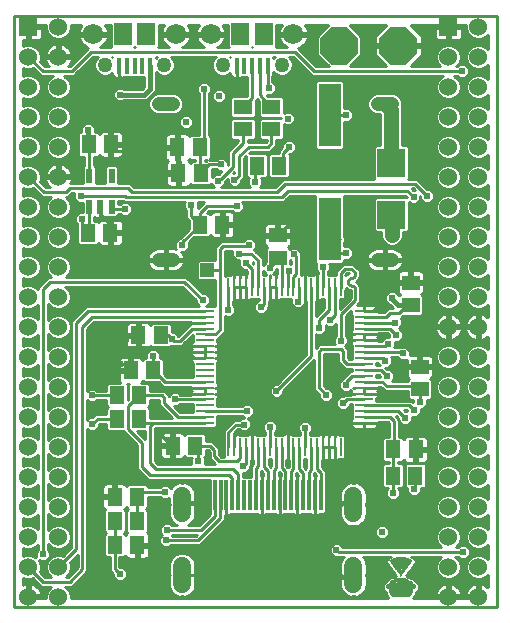
<source format=gtl>
G75*
%MOIN*%
%OFA0B0*%
%FSLAX25Y25*%
%IPPOS*%
%LPD*%
%AMOC8*
5,1,8,0,0,1.08239X$1,22.5*
%
%ADD10C,0.01000*%
%ADD11C,0.06000*%
%ADD12R,0.06000X0.06000*%
%ADD13R,0.01575X0.05315*%
%ADD14R,0.05906X0.07480*%
%ADD15C,0.06791*%
%ADD16C,0.05020*%
%ADD17C,0.04724*%
%ADD18OC8,0.12500*%
%ADD19R,0.09449X0.09449*%
%ADD20R,0.04213X0.00039*%
%ADD21R,0.04646X0.00039*%
%ADD22R,0.04921X0.00039*%
%ADD23R,0.05157X0.00039*%
%ADD24R,0.05315X0.00039*%
%ADD25R,0.05472X0.00039*%
%ADD26R,0.05630X0.00039*%
%ADD27R,0.05748X0.00039*%
%ADD28R,0.05866X0.00039*%
%ADD29R,0.05984X0.00039*%
%ADD30R,0.06102X0.00039*%
%ADD31R,0.06181X0.00039*%
%ADD32R,0.06260X0.00039*%
%ADD33R,0.06378X0.00039*%
%ADD34R,0.06457X0.00039*%
%ADD35R,0.06496X0.00039*%
%ADD36R,0.06575X0.00039*%
%ADD37R,0.06654X0.00039*%
%ADD38R,0.06732X0.00039*%
%ADD39R,0.06772X0.00039*%
%ADD40R,0.06850X0.00039*%
%ADD41R,0.06890X0.00039*%
%ADD42R,0.06929X0.00039*%
%ADD43R,0.07008X0.00039*%
%ADD44R,0.07047X0.00039*%
%ADD45R,0.07087X0.00039*%
%ADD46R,0.07165X0.00039*%
%ADD47R,0.07205X0.00039*%
%ADD48R,0.07244X0.00039*%
%ADD49R,0.07283X0.00039*%
%ADD50R,0.07323X0.00039*%
%ADD51R,0.07362X0.00039*%
%ADD52R,0.07402X0.00039*%
%ADD53R,0.07441X0.00039*%
%ADD54R,0.07480X0.00039*%
%ADD55R,0.07520X0.00039*%
%ADD56R,0.07559X0.00039*%
%ADD57R,0.07598X0.00039*%
%ADD58R,0.07638X0.00039*%
%ADD59R,0.07677X0.00039*%
%ADD60R,0.07717X0.00039*%
%ADD61R,0.07756X0.00039*%
%ADD62R,0.07795X0.00039*%
%ADD63R,0.07835X0.00039*%
%ADD64R,0.07874X0.00039*%
%ADD65R,0.07913X0.00039*%
%ADD66R,0.07953X0.00039*%
%ADD67R,0.07992X0.00039*%
%ADD68R,0.08031X0.00039*%
%ADD69R,0.08071X0.00039*%
%ADD70R,0.08110X0.00039*%
%ADD71R,0.08150X0.00039*%
%ADD72R,0.08189X0.00039*%
%ADD73R,0.08228X0.00039*%
%ADD74R,0.08268X0.00039*%
%ADD75R,0.08307X0.00039*%
%ADD76R,0.08346X0.00039*%
%ADD77R,0.08386X0.00039*%
%ADD78R,0.09094X0.00039*%
%ADD79R,0.09370X0.00039*%
%ADD80R,0.09528X0.00039*%
%ADD81R,0.09606X0.00039*%
%ADD82R,0.09685X0.00039*%
%ADD83R,0.09764X0.00039*%
%ADD84R,0.09803X0.00039*%
%ADD85R,0.09843X0.00039*%
%ADD86R,0.09646X0.00039*%
%ADD87R,0.09567X0.00039*%
%ADD88R,0.09449X0.00039*%
%ADD89R,0.09213X0.00039*%
%ADD90R,0.02323X0.00039*%
%ADD91R,0.05551X0.00039*%
%ADD92R,0.02244X0.00039*%
%ADD93R,0.05433X0.00039*%
%ADD94R,0.05394X0.00039*%
%ADD95R,0.02205X0.00039*%
%ADD96R,0.05354X0.00039*%
%ADD97R,0.05276X0.00039*%
%ADD98R,0.05197X0.00039*%
%ADD99R,0.05118X0.00039*%
%ADD100R,0.05000X0.00039*%
%ADD101R,0.04882X0.00039*%
%ADD102R,0.04843X0.00039*%
%ADD103R,0.04764X0.00039*%
%ADD104R,0.04488X0.00039*%
%ADD105R,0.03701X0.00039*%
%ADD106R,0.00433X0.00039*%
%ADD107R,0.02283X0.00039*%
%ADD108R,0.03583X0.00039*%
%ADD109R,0.03504X0.00039*%
%ADD110R,0.03425X0.00039*%
%ADD111R,0.03307X0.00039*%
%ADD112R,0.03189X0.00039*%
%ADD113R,0.03110X0.00039*%
%ADD114R,0.03071X0.00039*%
%ADD115R,0.03031X0.00039*%
%ADD116R,0.00630X0.00039*%
%ADD117R,0.01299X0.00039*%
%ADD118R,0.04449X0.00039*%
%ADD119R,0.04370X0.00039*%
%ADD120R,0.04331X0.00039*%
%ADD121R,0.03622X0.00039*%
%ADD122R,0.00472X0.00039*%
%ADD123R,0.03543X0.00039*%
%ADD124R,0.00315X0.00039*%
%ADD125R,0.03465X0.00039*%
%ADD126R,0.03386X0.00039*%
%ADD127R,0.00551X0.00039*%
%ADD128R,0.01772X0.00039*%
%ADD129R,0.00354X0.00039*%
%ADD130R,0.01614X0.00039*%
%ADD131R,0.00512X0.00039*%
%ADD132R,0.01417X0.00039*%
%ADD133R,0.01181X0.00039*%
%ADD134R,0.00906X0.00039*%
%ADD135R,0.00236X0.00039*%
%ADD136R,0.00197X0.00039*%
%ADD137R,0.00079X0.00039*%
%ADD138R,0.00039X0.00039*%
%ADD139R,0.00118X0.00039*%
%ADD140R,0.00276X0.00039*%
%ADD141R,0.00591X0.00039*%
%ADD142R,0.00669X0.00039*%
%ADD143R,0.00748X0.00039*%
%ADD144R,0.00827X0.00039*%
%ADD145R,0.00984X0.00039*%
%ADD146R,0.01063X0.00039*%
%ADD147R,0.01142X0.00039*%
%ADD148R,0.01220X0.00039*%
%ADD149R,0.01378X0.00039*%
%ADD150R,0.01457X0.00039*%
%ADD151R,0.01535X0.00039*%
%ADD152R,0.01654X0.00039*%
%ADD153R,0.01693X0.00039*%
%ADD154R,0.01850X0.00039*%
%ADD155R,0.01890X0.00039*%
%ADD156R,0.01929X0.00039*%
%ADD157R,0.02008X0.00039*%
%ADD158R,0.02087X0.00039*%
%ADD159R,0.02126X0.00039*%
%ADD160R,0.02165X0.00039*%
%ADD161R,0.02362X0.00039*%
%ADD162R,0.02402X0.00039*%
%ADD163R,0.02480X0.00039*%
%ADD164R,0.02559X0.00039*%
%ADD165R,0.02638X0.00039*%
%ADD166R,0.02717X0.00039*%
%ADD167R,0.02795X0.00039*%
%ADD168R,0.02874X0.00039*%
%ADD169R,0.02953X0.00039*%
%ADD170R,0.02992X0.00039*%
%ADD171R,0.01260X0.00039*%
%ADD172R,0.01575X0.00039*%
%ADD173R,0.01339X0.00039*%
%ADD174R,0.01732X0.00039*%
%ADD175R,0.03661X0.00039*%
%ADD176R,0.03740X0.00039*%
%ADD177R,0.03819X0.00039*%
%ADD178R,0.03898X0.00039*%
%ADD179R,0.03937X0.00039*%
%ADD180R,0.03976X0.00039*%
%ADD181R,0.04055X0.00039*%
%ADD182R,0.04094X0.00039*%
%ADD183R,0.04173X0.00039*%
%ADD184R,0.04291X0.00039*%
%ADD185R,0.04409X0.00039*%
%ADD186R,0.04528X0.00039*%
%ADD187R,0.04567X0.00039*%
%ADD188R,0.04685X0.00039*%
%ADD189R,0.04803X0.00039*%
%ADD190R,0.05039X0.00039*%
%ADD191R,0.05079X0.00039*%
%ADD192R,0.05512X0.00039*%
%ADD193R,0.05669X0.00039*%
%ADD194R,0.05787X0.00039*%
%ADD195R,0.04134X0.00039*%
%ADD196R,0.04252X0.00039*%
%ADD197R,0.01811X0.00039*%
%ADD198R,0.06339X0.00039*%
%ADD199R,0.06535X0.00039*%
%ADD200R,0.06614X0.00039*%
%ADD201R,0.06693X0.00039*%
%ADD202R,0.06969X0.00039*%
%ADD203R,0.02441X0.00039*%
%ADD204R,0.02520X0.00039*%
%ADD205R,0.04606X0.00039*%
%ADD206R,0.00945X0.00039*%
%ADD207R,0.06220X0.00039*%
%ADD208R,0.01024X0.00039*%
%ADD209R,0.06299X0.00039*%
%ADD210R,0.06142X0.00039*%
%ADD211R,0.05827X0.00039*%
%ADD212R,0.03268X0.00039*%
%ADD213R,0.05906X0.00984*%
%ADD214R,0.00984X0.05906*%
%ADD215R,0.01181X0.10236*%
%ADD216C,0.05900*%
%ADD217C,0.00000*%
%ADD218R,0.05118X0.05906*%
%ADD219R,0.05906X0.05118*%
%ADD220R,0.02200X0.04800*%
%ADD221R,0.07600X0.21000*%
%ADD222R,0.06299X0.05118*%
%ADD223R,0.05118X0.06299*%
%ADD224R,0.04724X0.04724*%
%ADD225C,0.02400*%
%ADD226C,0.01600*%
%ADD227C,0.05000*%
D10*
X0019033Y0019923D02*
X0019033Y0216673D01*
X0180033Y0216673D01*
X0180033Y0019923D01*
X0019033Y0019923D01*
X0023455Y0023659D02*
X0023455Y0027636D01*
X0022901Y0027548D01*
X0022227Y0027329D01*
X0022033Y0027230D01*
X0022033Y0029517D01*
X0023139Y0029059D01*
X0024770Y0029059D01*
X0025493Y0029358D01*
X0028228Y0026623D01*
X0029554Y0026623D01*
X0031620Y0026623D01*
X0030479Y0025481D01*
X0029855Y0023974D01*
X0029855Y0022923D01*
X0024455Y0022923D01*
X0024455Y0023659D01*
X0028431Y0023659D01*
X0028344Y0024213D01*
X0028125Y0024886D01*
X0027803Y0025517D01*
X0027387Y0026090D01*
X0026886Y0026591D01*
X0026313Y0027008D01*
X0025682Y0027329D01*
X0025008Y0027548D01*
X0024455Y0027636D01*
X0024455Y0023659D01*
X0023455Y0023659D01*
X0023455Y0023917D02*
X0024455Y0023917D01*
X0024455Y0024915D02*
X0023455Y0024915D01*
X0023455Y0025914D02*
X0024455Y0025914D01*
X0024455Y0026912D02*
X0023455Y0026912D01*
X0022033Y0027911D02*
X0026940Y0027911D01*
X0026444Y0026912D02*
X0027938Y0026912D01*
X0027515Y0025914D02*
X0030911Y0025914D01*
X0030244Y0024915D02*
X0028110Y0024915D01*
X0028391Y0023917D02*
X0029855Y0023917D01*
X0028891Y0028223D02*
X0023955Y0033159D01*
X0027755Y0031621D02*
X0028055Y0032343D01*
X0028055Y0033974D01*
X0027436Y0035467D01*
X0027881Y0035023D01*
X0029786Y0035023D01*
X0031133Y0036370D01*
X0031133Y0038275D01*
X0030433Y0038975D01*
X0030433Y0040946D01*
X0030479Y0040836D01*
X0031632Y0039683D01*
X0033139Y0039059D01*
X0034770Y0039059D01*
X0036277Y0039683D01*
X0037430Y0040836D01*
X0038055Y0042343D01*
X0038055Y0043974D01*
X0037430Y0045481D01*
X0036277Y0046635D01*
X0034770Y0047259D01*
X0033139Y0047259D01*
X0031632Y0046635D01*
X0030479Y0045481D01*
X0030433Y0045371D01*
X0030433Y0050946D01*
X0030479Y0050836D01*
X0031632Y0049683D01*
X0033139Y0049059D01*
X0034770Y0049059D01*
X0036277Y0049683D01*
X0037430Y0050836D01*
X0038055Y0052343D01*
X0038055Y0053974D01*
X0037430Y0055481D01*
X0036277Y0056635D01*
X0034770Y0057259D01*
X0033139Y0057259D01*
X0031632Y0056635D01*
X0030479Y0055481D01*
X0030433Y0055371D01*
X0030433Y0060946D01*
X0030479Y0060836D01*
X0031632Y0059683D01*
X0033139Y0059059D01*
X0034770Y0059059D01*
X0036277Y0059683D01*
X0037430Y0060836D01*
X0038055Y0062343D01*
X0038055Y0063974D01*
X0037430Y0065481D01*
X0036277Y0066635D01*
X0034770Y0067259D01*
X0033139Y0067259D01*
X0031632Y0066635D01*
X0030479Y0065481D01*
X0030433Y0065371D01*
X0030433Y0070946D01*
X0030479Y0070836D01*
X0031632Y0069683D01*
X0033139Y0069059D01*
X0034770Y0069059D01*
X0036277Y0069683D01*
X0037430Y0070836D01*
X0038055Y0072343D01*
X0038055Y0073974D01*
X0037430Y0075481D01*
X0036277Y0076635D01*
X0034770Y0077259D01*
X0033139Y0077259D01*
X0031632Y0076635D01*
X0030479Y0075481D01*
X0030433Y0075371D01*
X0030433Y0080946D01*
X0030479Y0080836D01*
X0031632Y0079683D01*
X0033139Y0079059D01*
X0034770Y0079059D01*
X0036277Y0079683D01*
X0037430Y0080836D01*
X0038055Y0082343D01*
X0038055Y0083974D01*
X0037430Y0085481D01*
X0036277Y0086635D01*
X0034770Y0087259D01*
X0033139Y0087259D01*
X0031632Y0086635D01*
X0030479Y0085481D01*
X0030433Y0085371D01*
X0030433Y0090946D01*
X0030479Y0090836D01*
X0031632Y0089683D01*
X0033139Y0089059D01*
X0034770Y0089059D01*
X0036277Y0089683D01*
X0037430Y0090836D01*
X0038055Y0092343D01*
X0038055Y0093974D01*
X0037430Y0095481D01*
X0036277Y0096635D01*
X0034770Y0097259D01*
X0033139Y0097259D01*
X0031632Y0096635D01*
X0030479Y0095481D01*
X0030433Y0095371D01*
X0030433Y0100946D01*
X0030479Y0100836D01*
X0031632Y0099683D01*
X0033139Y0099059D01*
X0034770Y0099059D01*
X0036277Y0099683D01*
X0037430Y0100836D01*
X0038055Y0102343D01*
X0038055Y0103974D01*
X0037430Y0105481D01*
X0036277Y0106635D01*
X0034770Y0107259D01*
X0033139Y0107259D01*
X0031632Y0106635D01*
X0030479Y0105481D01*
X0030433Y0105371D01*
X0030433Y0110946D01*
X0030479Y0110836D01*
X0031632Y0109683D01*
X0033139Y0109059D01*
X0034770Y0109059D01*
X0036277Y0109683D01*
X0037430Y0110836D01*
X0038055Y0112343D01*
X0038055Y0113974D01*
X0037430Y0115481D01*
X0036277Y0116635D01*
X0034770Y0117259D01*
X0033139Y0117259D01*
X0031632Y0116635D01*
X0030479Y0115481D01*
X0030433Y0115371D01*
X0030433Y0120946D01*
X0030479Y0120836D01*
X0031632Y0119683D01*
X0033139Y0119059D01*
X0034770Y0119059D01*
X0036277Y0119683D01*
X0037430Y0120836D01*
X0038055Y0122343D01*
X0038055Y0123974D01*
X0037430Y0125481D01*
X0036289Y0126623D01*
X0075271Y0126623D01*
X0079733Y0122160D01*
X0079733Y0121170D01*
X0080780Y0120123D01*
X0043171Y0120123D01*
X0039171Y0116123D01*
X0038233Y0115185D01*
X0038233Y0039700D01*
X0035493Y0036960D01*
X0034770Y0037259D01*
X0033139Y0037259D01*
X0031632Y0036635D01*
X0030479Y0035481D01*
X0029855Y0033974D01*
X0029855Y0032343D01*
X0030479Y0030836D01*
X0031493Y0029823D01*
X0029554Y0029823D01*
X0027755Y0031621D01*
X0027873Y0031905D02*
X0030036Y0031905D01*
X0029855Y0032903D02*
X0028055Y0032903D01*
X0028055Y0033902D02*
X0029855Y0033902D01*
X0030238Y0034900D02*
X0027671Y0034900D01*
X0026533Y0036378D02*
X0026277Y0036635D01*
X0024770Y0037259D01*
X0023139Y0037259D01*
X0022033Y0036801D01*
X0022033Y0039517D01*
X0023139Y0039059D01*
X0024770Y0039059D01*
X0026277Y0039683D01*
X0027233Y0040639D01*
X0027233Y0038975D01*
X0026533Y0038275D01*
X0026533Y0036378D01*
X0026533Y0036897D02*
X0025643Y0036897D01*
X0026533Y0037896D02*
X0022033Y0037896D01*
X0022033Y0038894D02*
X0027152Y0038894D01*
X0027233Y0039893D02*
X0026487Y0039893D01*
X0028833Y0037323D02*
X0028833Y0125923D01*
X0031133Y0128223D01*
X0075933Y0128223D01*
X0082033Y0122123D01*
X0081996Y0124423D02*
X0076596Y0129823D01*
X0036417Y0129823D01*
X0037430Y0130836D01*
X0038055Y0132343D01*
X0038055Y0133974D01*
X0037430Y0135481D01*
X0036277Y0136635D01*
X0034770Y0137259D01*
X0033139Y0137259D01*
X0031632Y0136635D01*
X0030479Y0135481D01*
X0029855Y0133974D01*
X0029855Y0132343D01*
X0030479Y0130836D01*
X0031493Y0129823D01*
X0030471Y0129823D01*
X0029533Y0128885D01*
X0027233Y0126585D01*
X0027233Y0125678D01*
X0026277Y0126635D01*
X0024770Y0127259D01*
X0023139Y0127259D01*
X0022033Y0126801D01*
X0022033Y0129517D01*
X0023139Y0129059D01*
X0024770Y0129059D01*
X0026277Y0129683D01*
X0027430Y0130836D01*
X0028055Y0132343D01*
X0028055Y0133974D01*
X0027430Y0135481D01*
X0026277Y0136635D01*
X0024770Y0137259D01*
X0023139Y0137259D01*
X0022033Y0136801D01*
X0022033Y0139517D01*
X0023139Y0139059D01*
X0024770Y0139059D01*
X0026277Y0139683D01*
X0027430Y0140836D01*
X0028055Y0142343D01*
X0028055Y0143974D01*
X0027430Y0145481D01*
X0026277Y0146635D01*
X0024770Y0147259D01*
X0023139Y0147259D01*
X0022033Y0146801D01*
X0022033Y0149517D01*
X0023139Y0149059D01*
X0024770Y0149059D01*
X0026277Y0149683D01*
X0027430Y0150836D01*
X0028055Y0152343D01*
X0028055Y0153974D01*
X0027430Y0155481D01*
X0026277Y0156635D01*
X0024770Y0157259D01*
X0023139Y0157259D01*
X0022033Y0156801D01*
X0022033Y0159517D01*
X0023139Y0159059D01*
X0024770Y0159059D01*
X0025493Y0159358D01*
X0028328Y0156523D01*
X0031520Y0156523D01*
X0030479Y0155481D01*
X0029855Y0153974D01*
X0029855Y0152343D01*
X0030479Y0150836D01*
X0031632Y0149683D01*
X0033139Y0149059D01*
X0034770Y0149059D01*
X0036277Y0149683D01*
X0037430Y0150836D01*
X0038055Y0152343D01*
X0038055Y0153974D01*
X0037430Y0155481D01*
X0036389Y0156523D01*
X0037196Y0156523D01*
X0038133Y0157460D01*
X0038596Y0157923D01*
X0039181Y0157923D01*
X0039133Y0157875D01*
X0039133Y0155970D01*
X0040481Y0154623D01*
X0041993Y0154623D01*
X0041993Y0151523D01*
X0040981Y0151523D01*
X0039633Y0150175D01*
X0039633Y0148270D01*
X0040134Y0147769D01*
X0040134Y0141114D01*
X0040778Y0140470D01*
X0046808Y0140470D01*
X0047321Y0140983D01*
X0047514Y0140649D01*
X0047793Y0140370D01*
X0048135Y0140172D01*
X0048517Y0140070D01*
X0050773Y0140070D01*
X0050773Y0144023D01*
X0051773Y0144023D01*
X0051773Y0140070D01*
X0054030Y0140070D01*
X0054412Y0140172D01*
X0054754Y0140370D01*
X0055033Y0140649D01*
X0055230Y0140991D01*
X0055333Y0141372D01*
X0055333Y0144023D01*
X0051774Y0144023D01*
X0051774Y0145023D01*
X0055333Y0145023D01*
X0055333Y0147673D01*
X0055230Y0148054D01*
X0055033Y0148396D01*
X0054754Y0148676D01*
X0054412Y0148873D01*
X0054030Y0148975D01*
X0051773Y0148975D01*
X0051773Y0145023D01*
X0050773Y0145023D01*
X0050773Y0148975D01*
X0048517Y0148975D01*
X0048135Y0148873D01*
X0047793Y0148676D01*
X0047514Y0148396D01*
X0047321Y0148062D01*
X0046808Y0148575D01*
X0045793Y0148575D01*
X0045793Y0149823D01*
X0045912Y0149704D01*
X0046254Y0149506D01*
X0046636Y0149404D01*
X0047883Y0149404D01*
X0047883Y0153254D01*
X0047983Y0153254D01*
X0047983Y0149404D01*
X0049231Y0149404D01*
X0049612Y0149506D01*
X0049954Y0149704D01*
X0050116Y0149866D01*
X0050178Y0149804D01*
X0053289Y0149804D01*
X0053933Y0150448D01*
X0053933Y0150923D01*
X0054381Y0150923D01*
X0055081Y0150223D01*
X0056986Y0150223D01*
X0058333Y0151570D01*
X0058333Y0153475D01*
X0056986Y0154823D01*
X0055081Y0154823D01*
X0054381Y0154123D01*
X0053933Y0154123D01*
X0053933Y0155223D01*
X0055371Y0155223D01*
X0055771Y0154823D01*
X0076081Y0154823D01*
X0075933Y0154675D01*
X0075933Y0152770D01*
X0076633Y0152070D01*
X0076633Y0149420D01*
X0077434Y0148619D01*
X0077434Y0145826D01*
X0074430Y0142823D01*
X0074281Y0142823D01*
X0072933Y0141475D01*
X0072933Y0139570D01*
X0073299Y0139205D01*
X0073222Y0139236D01*
X0072476Y0139385D01*
X0070021Y0139385D01*
X0070021Y0135810D01*
X0075958Y0135810D01*
X0075958Y0135903D01*
X0075809Y0136649D01*
X0075518Y0137352D01*
X0075095Y0137985D01*
X0074857Y0138223D01*
X0076186Y0138223D01*
X0077533Y0139570D01*
X0077533Y0141400D01*
X0079303Y0143170D01*
X0084108Y0143170D01*
X0084621Y0143683D01*
X0084814Y0143349D01*
X0085093Y0143070D01*
X0085435Y0142872D01*
X0085817Y0142770D01*
X0088073Y0142770D01*
X0088073Y0146723D01*
X0089073Y0146723D01*
X0089073Y0142770D01*
X0091330Y0142770D01*
X0091712Y0142872D01*
X0092054Y0143070D01*
X0092333Y0143349D01*
X0092530Y0143691D01*
X0092633Y0144072D01*
X0092633Y0146723D01*
X0089074Y0146723D01*
X0089074Y0147723D01*
X0092633Y0147723D01*
X0092633Y0150373D01*
X0092530Y0150754D01*
X0092333Y0151096D01*
X0092054Y0151376D01*
X0091712Y0151573D01*
X0091330Y0151675D01*
X0089073Y0151675D01*
X0089073Y0147723D01*
X0088073Y0147723D01*
X0088073Y0151675D01*
X0085817Y0151675D01*
X0085435Y0151573D01*
X0085093Y0151376D01*
X0084814Y0151096D01*
X0084621Y0150762D01*
X0084108Y0151275D01*
X0083549Y0151275D01*
X0083996Y0151723D01*
X0091881Y0151723D01*
X0092581Y0151023D01*
X0094486Y0151023D01*
X0095833Y0152370D01*
X0095833Y0154275D01*
X0095286Y0154823D01*
X0108996Y0154823D01*
X0109933Y0155760D01*
X0111096Y0156923D01*
X0119578Y0156923D01*
X0119433Y0156778D01*
X0119433Y0134867D01*
X0119929Y0134371D01*
X0119733Y0134175D01*
X0119733Y0132270D01*
X0120529Y0131475D01*
X0120529Y0130850D01*
X0120160Y0130850D01*
X0119470Y0130850D01*
X0119089Y0130748D01*
X0118747Y0130550D01*
X0118647Y0130450D01*
X0117737Y0130450D01*
X0117636Y0130550D01*
X0117294Y0130748D01*
X0116913Y0130850D01*
X0116223Y0130850D01*
X0115533Y0130850D01*
X0115152Y0130748D01*
X0114833Y0130564D01*
X0114833Y0138275D01*
X0113486Y0139623D01*
X0111581Y0139623D01*
X0111086Y0139128D01*
X0111086Y0139297D01*
X0110573Y0139810D01*
X0110907Y0140003D01*
X0111186Y0140283D01*
X0111384Y0140625D01*
X0111486Y0141006D01*
X0111486Y0143263D01*
X0107533Y0143263D01*
X0107533Y0144263D01*
X0106533Y0144263D01*
X0106533Y0143263D01*
X0102581Y0143263D01*
X0102581Y0141006D01*
X0102683Y0140625D01*
X0102880Y0140283D01*
X0103160Y0140003D01*
X0103494Y0139810D01*
X0102981Y0139297D01*
X0102981Y0134722D01*
X0102075Y0133817D01*
X0102075Y0136044D01*
X0099833Y0138285D01*
X0099141Y0138978D01*
X0099733Y0139570D01*
X0099733Y0141475D01*
X0098386Y0142823D01*
X0096481Y0142823D01*
X0095381Y0141723D01*
X0088071Y0141723D01*
X0087133Y0140785D01*
X0087071Y0140723D01*
X0086133Y0139785D01*
X0086133Y0135584D01*
X0080816Y0135584D01*
X0080172Y0134940D01*
X0080172Y0129305D01*
X0080816Y0128661D01*
X0086133Y0128661D01*
X0086133Y0120115D01*
X0083429Y0120115D01*
X0083421Y0120123D01*
X0083287Y0120123D01*
X0084333Y0121170D01*
X0084333Y0123075D01*
X0082986Y0124423D01*
X0081996Y0124423D01*
X0081652Y0124766D02*
X0086133Y0124766D01*
X0086133Y0123768D02*
X0083641Y0123768D01*
X0084333Y0122769D02*
X0086133Y0122769D01*
X0086133Y0121771D02*
X0084333Y0121771D01*
X0083936Y0120772D02*
X0086133Y0120772D01*
X0082759Y0118523D02*
X0043834Y0118523D01*
X0039833Y0114523D01*
X0039833Y0039038D01*
X0033955Y0033159D01*
X0030896Y0035899D02*
X0030662Y0035899D01*
X0031133Y0036897D02*
X0032266Y0036897D01*
X0031133Y0037896D02*
X0036429Y0037896D01*
X0037427Y0038894D02*
X0030514Y0038894D01*
X0030433Y0039893D02*
X0031422Y0039893D01*
X0030456Y0040891D02*
X0030433Y0040891D01*
X0030433Y0045884D02*
X0030881Y0045884D01*
X0030433Y0046882D02*
X0032230Y0046882D01*
X0030433Y0047881D02*
X0038233Y0047881D01*
X0038233Y0048879D02*
X0030433Y0048879D01*
X0030433Y0049878D02*
X0031437Y0049878D01*
X0030462Y0050876D02*
X0030433Y0050876D01*
X0027233Y0050639D02*
X0027233Y0045678D01*
X0026277Y0046635D01*
X0024770Y0047259D01*
X0023139Y0047259D01*
X0022033Y0046801D01*
X0022033Y0049517D01*
X0023139Y0049059D01*
X0024770Y0049059D01*
X0026277Y0049683D01*
X0027233Y0050639D01*
X0027233Y0049878D02*
X0026472Y0049878D01*
X0027233Y0048879D02*
X0022033Y0048879D01*
X0022033Y0047881D02*
X0027233Y0047881D01*
X0027233Y0046882D02*
X0025679Y0046882D01*
X0027028Y0045884D02*
X0027233Y0045884D01*
X0022230Y0046882D02*
X0022033Y0046882D01*
X0022033Y0036897D02*
X0022266Y0036897D01*
X0028470Y0030906D02*
X0030450Y0030906D01*
X0031407Y0029908D02*
X0029468Y0029908D01*
X0028891Y0028223D02*
X0037833Y0028223D01*
X0041933Y0032323D01*
X0041933Y0113223D01*
X0045266Y0116555D01*
X0082759Y0116555D01*
X0082758Y0114586D02*
X0082758Y0114586D01*
X0078306Y0114586D01*
X0078306Y0114218D01*
X0077966Y0114218D01*
X0073978Y0110230D01*
X0072686Y0111523D01*
X0071733Y0111523D01*
X0071733Y0113831D01*
X0071088Y0114475D01*
X0065059Y0114475D01*
X0064546Y0113962D01*
X0064353Y0114296D01*
X0064073Y0114576D01*
X0063731Y0114773D01*
X0063350Y0114875D01*
X0061093Y0114875D01*
X0061093Y0110923D01*
X0060093Y0110923D01*
X0060093Y0114875D01*
X0057837Y0114875D01*
X0057455Y0114773D01*
X0057113Y0114576D01*
X0056834Y0114296D01*
X0056636Y0113954D01*
X0056534Y0113573D01*
X0056534Y0110923D01*
X0060093Y0110923D01*
X0060093Y0109923D01*
X0056534Y0109923D01*
X0056534Y0107272D01*
X0056636Y0106891D01*
X0056834Y0106549D01*
X0057113Y0106270D01*
X0057455Y0106072D01*
X0057837Y0105970D01*
X0060093Y0105970D01*
X0060093Y0109923D01*
X0061093Y0109923D01*
X0061093Y0105970D01*
X0063350Y0105970D01*
X0063731Y0106072D01*
X0064073Y0106270D01*
X0064353Y0106549D01*
X0064546Y0106883D01*
X0065059Y0106370D01*
X0071088Y0106370D01*
X0071641Y0106923D01*
X0071771Y0106923D01*
X0071971Y0106723D01*
X0074996Y0106723D01*
X0075933Y0107660D01*
X0078706Y0110432D01*
X0078706Y0109702D01*
X0078742Y0109665D01*
X0078706Y0109629D01*
X0078706Y0108226D01*
X0078605Y0108125D01*
X0078408Y0107783D01*
X0078306Y0107402D01*
X0078306Y0106712D01*
X0078306Y0106023D01*
X0078385Y0105728D01*
X0078306Y0105433D01*
X0078306Y0104744D01*
X0079520Y0104744D01*
X0079520Y0104744D01*
X0079520Y0104744D01*
X0078306Y0104744D01*
X0078306Y0104054D01*
X0078385Y0103760D01*
X0078306Y0103465D01*
X0078306Y0102775D01*
X0078306Y0102086D01*
X0078408Y0101704D01*
X0078605Y0101362D01*
X0078706Y0101262D01*
X0078706Y0099859D01*
X0078742Y0099823D01*
X0078706Y0099786D01*
X0078706Y0097891D01*
X0078742Y0097854D01*
X0078706Y0097818D01*
X0078706Y0096501D01*
X0070057Y0096501D01*
X0069233Y0097326D01*
X0069233Y0102131D01*
X0068588Y0102775D01*
X0067733Y0102775D01*
X0067733Y0104375D01*
X0066386Y0105723D01*
X0064481Y0105723D01*
X0063133Y0104375D01*
X0063133Y0102775D01*
X0062559Y0102775D01*
X0062046Y0102262D01*
X0061853Y0102596D01*
X0061573Y0102876D01*
X0061231Y0103073D01*
X0060850Y0103175D01*
X0058593Y0103175D01*
X0058593Y0099223D01*
X0057593Y0099223D01*
X0057593Y0103175D01*
X0055337Y0103175D01*
X0054955Y0103073D01*
X0054613Y0102876D01*
X0054334Y0102596D01*
X0054136Y0102254D01*
X0054034Y0101873D01*
X0054034Y0099223D01*
X0057593Y0099223D01*
X0057593Y0098223D01*
X0054034Y0098223D01*
X0054034Y0095572D01*
X0054136Y0095191D01*
X0054334Y0094849D01*
X0054607Y0094575D01*
X0050378Y0094575D01*
X0049734Y0093931D01*
X0049734Y0091923D01*
X0046906Y0091923D01*
X0046206Y0092623D01*
X0044301Y0092623D01*
X0043533Y0091855D01*
X0043533Y0112560D01*
X0045928Y0114955D01*
X0078306Y0114955D01*
X0078306Y0114586D01*
X0082758Y0114586D01*
X0082759Y0114586D02*
X0076528Y0114586D01*
X0074933Y0112992D01*
X0075534Y0111786D02*
X0071733Y0111786D01*
X0071733Y0112784D02*
X0076532Y0112784D01*
X0077531Y0113783D02*
X0071733Y0113783D01*
X0073421Y0110787D02*
X0074535Y0110787D01*
X0074333Y0108323D02*
X0072633Y0108323D01*
X0071733Y0109223D01*
X0070533Y0110423D01*
X0068073Y0110423D01*
X0068533Y0106323D02*
X0057064Y0106323D01*
X0056533Y0105792D01*
X0056693Y0106793D02*
X0043533Y0106793D01*
X0043533Y0105795D02*
X0078367Y0105795D01*
X0078306Y0106712D02*
X0079520Y0106712D01*
X0079520Y0106712D01*
X0078306Y0106712D01*
X0078306Y0106793D02*
X0075067Y0106793D01*
X0076065Y0107792D02*
X0078413Y0107792D01*
X0078706Y0108790D02*
X0077064Y0108790D01*
X0078062Y0109789D02*
X0078706Y0109789D01*
X0078629Y0112618D02*
X0074333Y0108323D01*
X0071900Y0106793D02*
X0071511Y0106793D01*
X0070112Y0104744D02*
X0068533Y0106323D01*
X0067313Y0104796D02*
X0078306Y0104796D01*
X0078375Y0103798D02*
X0067733Y0103798D01*
X0067733Y0102799D02*
X0078306Y0102799D01*
X0078306Y0102775D02*
X0079520Y0102775D01*
X0079520Y0102775D01*
X0078306Y0102775D01*
X0079202Y0102775D02*
X0077233Y0104744D01*
X0076233Y0104744D01*
X0078202Y0106712D01*
X0082759Y0106712D01*
X0082758Y0106712D01*
X0082758Y0104744D01*
X0082759Y0104744D01*
X0082759Y0106712D01*
X0082758Y0105795D02*
X0082759Y0105795D01*
X0082758Y0104796D02*
X0082759Y0104796D01*
X0082759Y0104744D02*
X0077233Y0104744D01*
X0076233Y0104744D02*
X0070112Y0104744D01*
X0069233Y0101800D02*
X0078382Y0101800D01*
X0078706Y0100802D02*
X0069233Y0100802D01*
X0069233Y0099803D02*
X0078723Y0099803D01*
X0078706Y0098805D02*
X0069233Y0098805D01*
X0069233Y0097806D02*
X0078706Y0097806D01*
X0078706Y0096808D02*
X0069751Y0096808D01*
X0069395Y0094901D02*
X0065573Y0098723D01*
X0065433Y0098863D01*
X0065433Y0103423D01*
X0063554Y0104796D02*
X0043533Y0104796D01*
X0043533Y0103798D02*
X0063133Y0103798D01*
X0063133Y0102799D02*
X0061650Y0102799D01*
X0058593Y0102799D02*
X0057593Y0102799D01*
X0057593Y0101800D02*
X0058593Y0101800D01*
X0058593Y0100802D02*
X0057593Y0100802D01*
X0057593Y0099803D02*
X0058593Y0099803D01*
X0058093Y0098723D02*
X0056124Y0100692D01*
X0054533Y0100692D01*
X0054034Y0100802D02*
X0043533Y0100802D01*
X0043533Y0101800D02*
X0054034Y0101800D01*
X0054536Y0102799D02*
X0043533Y0102799D01*
X0043533Y0099803D02*
X0054034Y0099803D01*
X0054034Y0097806D02*
X0043533Y0097806D01*
X0043533Y0096808D02*
X0054034Y0096808D01*
X0054034Y0095809D02*
X0043533Y0095809D01*
X0043533Y0094811D02*
X0054372Y0094811D01*
X0056713Y0094270D02*
X0057553Y0094270D01*
X0057214Y0093931D01*
X0057214Y0089126D01*
X0057052Y0088964D01*
X0057052Y0093931D01*
X0056713Y0094270D01*
X0057052Y0093812D02*
X0057214Y0093812D01*
X0057214Y0092814D02*
X0057052Y0092814D01*
X0057052Y0091815D02*
X0057214Y0091815D01*
X0057214Y0090817D02*
X0057052Y0090817D01*
X0057052Y0089818D02*
X0057214Y0089818D01*
X0057133Y0086782D02*
X0060873Y0090523D01*
X0061073Y0090323D01*
X0068433Y0090323D01*
X0069133Y0089623D01*
X0069133Y0087823D01*
X0073866Y0083090D01*
X0082759Y0083090D01*
X0082759Y0081122D02*
X0065333Y0081122D01*
X0064433Y0080222D01*
X0064433Y0067723D01*
X0066333Y0065823D01*
X0092133Y0065823D01*
X0093891Y0064065D01*
X0093891Y0057013D01*
X0091922Y0057013D02*
X0091922Y0062734D01*
X0090833Y0063823D01*
X0064333Y0063823D01*
X0061733Y0066423D01*
X0061733Y0074523D01*
X0057133Y0079123D01*
X0057133Y0086782D01*
X0053393Y0090523D02*
X0053193Y0090323D01*
X0045254Y0090323D01*
X0046906Y0088723D02*
X0046206Y0088023D01*
X0044301Y0088023D01*
X0043533Y0088790D01*
X0043533Y0082255D01*
X0044301Y0083023D01*
X0045291Y0083023D01*
X0046391Y0084123D01*
X0049734Y0084123D01*
X0049734Y0085931D01*
X0050326Y0086523D01*
X0049734Y0087114D01*
X0049734Y0088723D01*
X0046906Y0088723D01*
X0049734Y0087821D02*
X0043533Y0087821D01*
X0043533Y0086823D02*
X0050025Y0086823D01*
X0049734Y0085824D02*
X0043533Y0085824D01*
X0043533Y0084826D02*
X0049734Y0084826D01*
X0047054Y0082523D02*
X0045254Y0080723D01*
X0043533Y0079190D02*
X0044301Y0078423D01*
X0046206Y0078423D01*
X0047554Y0079770D01*
X0047554Y0080760D01*
X0047717Y0080923D01*
X0049734Y0080923D01*
X0049734Y0079114D01*
X0050378Y0078470D01*
X0055533Y0078470D01*
X0055533Y0078460D01*
X0060133Y0073860D01*
X0060133Y0065760D01*
X0061071Y0064823D01*
X0063671Y0062223D01*
X0084326Y0062223D01*
X0084326Y0051439D01*
X0084417Y0051349D01*
X0084417Y0050769D01*
X0080671Y0047023D01*
X0077046Y0047023D01*
X0077522Y0047265D01*
X0078089Y0047677D01*
X0078584Y0048172D01*
X0078996Y0048739D01*
X0079314Y0049363D01*
X0079530Y0050029D01*
X0079640Y0050721D01*
X0079640Y0053635D01*
X0079462Y0053635D01*
X0079462Y0053690D01*
X0079324Y0054021D01*
X0079462Y0054352D01*
X0079462Y0054407D01*
X0079640Y0054407D01*
X0079640Y0057321D01*
X0079530Y0058013D01*
X0079314Y0058679D01*
X0078996Y0059303D01*
X0078584Y0059870D01*
X0078089Y0060365D01*
X0077522Y0060777D01*
X0076898Y0061095D01*
X0076232Y0061311D01*
X0075576Y0061415D01*
X0075576Y0061245D01*
X0074804Y0061245D01*
X0074804Y0061415D01*
X0074148Y0061311D01*
X0073482Y0061095D01*
X0072858Y0060777D01*
X0072291Y0060365D01*
X0071796Y0059870D01*
X0071393Y0059316D01*
X0070286Y0060423D01*
X0068381Y0060423D01*
X0067681Y0059723D01*
X0063833Y0059723D01*
X0063833Y0060031D01*
X0063188Y0060675D01*
X0057159Y0060675D01*
X0056646Y0060162D01*
X0056453Y0060496D01*
X0056173Y0060776D01*
X0055831Y0060973D01*
X0055450Y0061075D01*
X0053193Y0061075D01*
X0053193Y0057123D01*
X0052193Y0057123D01*
X0052193Y0061075D01*
X0049937Y0061075D01*
X0049555Y0060973D01*
X0049213Y0060776D01*
X0048934Y0060496D01*
X0048736Y0060154D01*
X0048634Y0059773D01*
X0048634Y0057123D01*
X0052193Y0057123D01*
X0052193Y0056123D01*
X0048634Y0056123D01*
X0048634Y0053472D01*
X0048736Y0053091D01*
X0048934Y0052749D01*
X0049213Y0052470D01*
X0049441Y0052338D01*
X0049034Y0051931D01*
X0049034Y0045114D01*
X0049676Y0044473D01*
X0049034Y0043831D01*
X0049034Y0037014D01*
X0049678Y0036370D01*
X0051093Y0036370D01*
X0051093Y0031900D01*
X0052233Y0030760D01*
X0052233Y0029770D01*
X0053581Y0028423D01*
X0055486Y0028423D01*
X0056833Y0029770D01*
X0056833Y0031675D01*
X0055486Y0033023D01*
X0054496Y0033023D01*
X0054293Y0033225D01*
X0054293Y0036370D01*
X0055708Y0036370D01*
X0056221Y0036883D01*
X0056414Y0036549D01*
X0056693Y0036270D01*
X0057035Y0036072D01*
X0057417Y0035970D01*
X0059673Y0035970D01*
X0059673Y0039923D01*
X0060673Y0039923D01*
X0060673Y0035970D01*
X0062930Y0035970D01*
X0063312Y0036072D01*
X0063654Y0036270D01*
X0063933Y0036549D01*
X0064130Y0036891D01*
X0064233Y0037272D01*
X0064233Y0039923D01*
X0060674Y0039923D01*
X0060674Y0040923D01*
X0064233Y0040923D01*
X0064233Y0043573D01*
X0064130Y0043954D01*
X0063933Y0044296D01*
X0063654Y0044576D01*
X0063426Y0044707D01*
X0063833Y0045114D01*
X0063833Y0051931D01*
X0063191Y0052573D01*
X0063833Y0053214D01*
X0063833Y0056523D01*
X0067681Y0056523D01*
X0068381Y0055823D01*
X0070286Y0055823D01*
X0070740Y0056277D01*
X0070740Y0054407D01*
X0070918Y0054407D01*
X0070918Y0054352D01*
X0071056Y0054021D01*
X0070918Y0053690D01*
X0070918Y0053635D01*
X0070740Y0053635D01*
X0070740Y0050721D01*
X0070850Y0050029D01*
X0071066Y0049363D01*
X0071384Y0048739D01*
X0071796Y0048172D01*
X0072291Y0047677D01*
X0072858Y0047265D01*
X0073334Y0047023D01*
X0071886Y0047023D01*
X0071186Y0047723D01*
X0069281Y0047723D01*
X0067933Y0046375D01*
X0067933Y0044470D01*
X0068531Y0043873D01*
X0067633Y0042975D01*
X0067633Y0041070D01*
X0068981Y0039723D01*
X0070886Y0039723D01*
X0071586Y0040423D01*
X0081296Y0040423D01*
X0082233Y0041360D01*
X0089533Y0048660D01*
X0089533Y0050395D01*
X0089954Y0050395D01*
X0090742Y0050395D01*
X0091123Y0050497D01*
X0091465Y0050695D01*
X0091566Y0050795D01*
X0100153Y0050795D01*
X0100253Y0050695D01*
X0100595Y0050497D01*
X0100977Y0050395D01*
X0101765Y0050395D01*
X0102553Y0050395D01*
X0102934Y0050497D01*
X0103276Y0050695D01*
X0103377Y0050795D01*
X0106058Y0050795D01*
X0106159Y0050695D01*
X0106501Y0050497D01*
X0106882Y0050395D01*
X0107670Y0050395D01*
X0107670Y0057013D01*
X0107670Y0057013D01*
X0107670Y0048729D01*
X0107533Y0048592D01*
X0107670Y0050395D02*
X0108458Y0050395D01*
X0108840Y0050497D01*
X0109182Y0050695D01*
X0109282Y0050795D01*
X0111964Y0050795D01*
X0112064Y0050695D01*
X0112406Y0050497D01*
X0112788Y0050395D01*
X0113576Y0050395D01*
X0114364Y0050395D01*
X0114745Y0050497D01*
X0115087Y0050695D01*
X0115188Y0050795D01*
X0117869Y0050795D01*
X0117970Y0050695D01*
X0118312Y0050497D01*
X0118693Y0050395D01*
X0119481Y0050395D01*
X0119481Y0057013D01*
X0119481Y0057013D01*
X0119481Y0063631D01*
X0119113Y0063631D01*
X0119113Y0064239D01*
X0119283Y0064410D01*
X0119850Y0063843D01*
X0119850Y0063631D01*
X0119481Y0063631D01*
X0119481Y0057013D01*
X0119481Y0057013D01*
X0119481Y0063775D01*
X0119433Y0063823D01*
X0119433Y0048692D01*
X0119333Y0048592D01*
X0119481Y0050395D02*
X0120269Y0050395D01*
X0120651Y0050497D01*
X0120993Y0050695D01*
X0121093Y0050795D01*
X0122496Y0050795D01*
X0123140Y0051439D01*
X0123140Y0062587D01*
X0123050Y0062677D01*
X0123050Y0065169D01*
X0122113Y0066106D01*
X0121760Y0066459D01*
X0121760Y0068795D01*
X0122129Y0068795D01*
X0122818Y0068795D01*
X0123113Y0068874D01*
X0123407Y0068795D01*
X0124097Y0068795D01*
X0124097Y0070009D01*
X0124097Y0070009D01*
X0124097Y0068795D01*
X0124787Y0068795D01*
X0125081Y0068874D01*
X0125376Y0068795D01*
X0126066Y0068795D01*
X0126755Y0068795D01*
X0127137Y0068897D01*
X0127479Y0069095D01*
X0127579Y0069195D01*
X0128982Y0069195D01*
X0129626Y0069839D01*
X0129626Y0076656D01*
X0128982Y0077301D01*
X0127579Y0077301D01*
X0127479Y0077401D01*
X0127137Y0077598D01*
X0126755Y0077701D01*
X0126066Y0077701D01*
X0126066Y0076486D01*
X0126066Y0076486D01*
X0126066Y0077701D01*
X0125376Y0077701D01*
X0125081Y0077622D01*
X0124787Y0077701D01*
X0124097Y0077701D01*
X0123407Y0077701D01*
X0123113Y0077622D01*
X0122818Y0077701D01*
X0122129Y0077701D01*
X0122129Y0076486D01*
X0122129Y0076486D01*
X0122129Y0077701D01*
X0121439Y0077701D01*
X0121057Y0077598D01*
X0120715Y0077401D01*
X0120615Y0077301D01*
X0119212Y0077301D01*
X0119176Y0077264D01*
X0119139Y0077301D01*
X0117823Y0077301D01*
X0117823Y0077960D01*
X0118533Y0078670D01*
X0118533Y0080575D01*
X0117186Y0081923D01*
X0115281Y0081923D01*
X0113933Y0080575D01*
X0113933Y0078670D01*
X0114623Y0077980D01*
X0114623Y0077301D01*
X0113307Y0077301D01*
X0113270Y0077264D01*
X0113234Y0077301D01*
X0111831Y0077301D01*
X0111731Y0077401D01*
X0111389Y0077598D01*
X0111007Y0077701D01*
X0110318Y0077701D01*
X0110318Y0073248D01*
X0110318Y0073248D01*
X0110318Y0067038D01*
X0110333Y0067023D01*
X0110333Y0079592D01*
X0110318Y0077701D02*
X0109628Y0077701D01*
X0109246Y0077598D01*
X0108904Y0077401D01*
X0108804Y0077301D01*
X0107401Y0077301D01*
X0107365Y0077264D01*
X0107328Y0077301D01*
X0106012Y0077301D01*
X0106012Y0078049D01*
X0106733Y0078770D01*
X0106733Y0080675D01*
X0105386Y0082023D01*
X0103481Y0082023D01*
X0102133Y0080675D01*
X0102133Y0078770D01*
X0102805Y0078098D01*
X0102801Y0077866D01*
X0102812Y0077855D01*
X0102812Y0077301D01*
X0101496Y0077301D01*
X0101459Y0077264D01*
X0101423Y0077301D01*
X0100020Y0077301D01*
X0099920Y0077401D01*
X0099578Y0077598D01*
X0099196Y0077701D01*
X0098507Y0077701D01*
X0098507Y0073248D01*
X0098506Y0073248D01*
X0098506Y0077701D01*
X0097817Y0077701D01*
X0097435Y0077598D01*
X0097093Y0077401D01*
X0096993Y0077301D01*
X0095590Y0077301D01*
X0095554Y0077264D01*
X0095517Y0077301D01*
X0094114Y0077301D01*
X0094014Y0077401D01*
X0093672Y0077598D01*
X0093291Y0077701D01*
X0092601Y0077701D01*
X0092374Y0077701D01*
X0093696Y0079023D01*
X0094281Y0079023D01*
X0094981Y0078323D01*
X0096886Y0078323D01*
X0098233Y0079670D01*
X0098233Y0081575D01*
X0096986Y0082823D01*
X0097886Y0082823D01*
X0099233Y0084170D01*
X0099233Y0086075D01*
X0097886Y0087423D01*
X0095981Y0087423D01*
X0095217Y0086659D01*
X0086811Y0086659D01*
X0086811Y0087975D01*
X0086775Y0088012D01*
X0086811Y0088048D01*
X0086811Y0089451D01*
X0086912Y0089551D01*
X0087109Y0089893D01*
X0087211Y0090275D01*
X0087211Y0090964D01*
X0085997Y0090964D01*
X0087211Y0090964D01*
X0087211Y0091654D01*
X0087132Y0091949D01*
X0087211Y0092243D01*
X0087211Y0092933D01*
X0087211Y0093622D01*
X0087109Y0094004D01*
X0086912Y0094346D01*
X0086811Y0094446D01*
X0086811Y0095849D01*
X0086775Y0095886D01*
X0086811Y0095922D01*
X0086811Y0097818D01*
X0086775Y0097854D01*
X0086811Y0097891D01*
X0086811Y0099786D01*
X0086775Y0099823D01*
X0086811Y0099859D01*
X0086811Y0101262D01*
X0086912Y0101362D01*
X0087109Y0101704D01*
X0087211Y0102086D01*
X0087211Y0102775D01*
X0085997Y0102775D01*
X0087211Y0102775D01*
X0087211Y0103465D01*
X0087132Y0103760D01*
X0087211Y0104054D01*
X0087211Y0104744D01*
X0087211Y0105433D01*
X0087132Y0105728D01*
X0087211Y0106023D01*
X0087211Y0106712D01*
X0085997Y0106712D01*
X0085997Y0106712D01*
X0087211Y0106712D01*
X0087211Y0107402D01*
X0087109Y0107783D01*
X0086912Y0108125D01*
X0086811Y0108226D01*
X0086811Y0109049D01*
X0086923Y0109049D01*
X0088396Y0110523D01*
X0089333Y0111460D01*
X0089333Y0116869D01*
X0089680Y0116523D01*
X0091585Y0116523D01*
X0092933Y0117870D01*
X0092933Y0119775D01*
X0092233Y0120475D01*
X0092233Y0121945D01*
X0092601Y0121945D01*
X0093291Y0121945D01*
X0093585Y0122024D01*
X0093880Y0121945D01*
X0094569Y0121945D01*
X0094569Y0123159D01*
X0094570Y0123159D02*
X0094570Y0123159D01*
X0094570Y0121945D01*
X0095259Y0121945D01*
X0095554Y0122024D01*
X0095848Y0121945D01*
X0096538Y0121945D01*
X0097228Y0121945D01*
X0097609Y0122047D01*
X0097951Y0122244D01*
X0098051Y0122345D01*
X0099454Y0122345D01*
X0099491Y0122381D01*
X0099527Y0122345D01*
X0100844Y0122345D01*
X0100844Y0122223D01*
X0100581Y0122223D01*
X0099233Y0120875D01*
X0099233Y0118970D01*
X0100581Y0117623D01*
X0102486Y0117623D01*
X0103833Y0118970D01*
X0103833Y0119960D01*
X0104044Y0120170D01*
X0104044Y0121945D01*
X0104412Y0121945D01*
X0105102Y0121945D01*
X0105396Y0122024D01*
X0105691Y0121945D01*
X0106380Y0121945D01*
X0106380Y0123159D01*
X0106381Y0123159D01*
X0106381Y0121945D01*
X0107070Y0121945D01*
X0107452Y0122047D01*
X0107794Y0122244D01*
X0107894Y0122345D01*
X0109297Y0122345D01*
X0109333Y0122381D01*
X0109370Y0122345D01*
X0111265Y0122345D01*
X0111302Y0122381D01*
X0111338Y0122345D01*
X0111433Y0122345D01*
X0111433Y0120670D01*
X0112781Y0119323D01*
X0114686Y0119323D01*
X0116033Y0120670D01*
X0116033Y0121945D01*
X0116223Y0121945D01*
X0116223Y0126397D01*
X0116223Y0126397D01*
X0116223Y0121945D01*
X0116592Y0121945D01*
X0116592Y0104044D01*
X0106671Y0094123D01*
X0105681Y0094123D01*
X0104333Y0092775D01*
X0104333Y0090870D01*
X0105681Y0089523D01*
X0107586Y0089523D01*
X0108933Y0090870D01*
X0108933Y0091860D01*
X0118854Y0101781D01*
X0118854Y0101781D01*
X0119133Y0102060D01*
X0119133Y0092360D01*
X0120933Y0090560D01*
X0120933Y0089570D01*
X0122281Y0088223D01*
X0124186Y0088223D01*
X0125533Y0089570D01*
X0125533Y0091475D01*
X0124186Y0092823D01*
X0123196Y0092823D01*
X0122333Y0093685D01*
X0122333Y0104223D01*
X0127233Y0104223D01*
X0127233Y0101460D01*
X0128171Y0100523D01*
X0129486Y0099207D01*
X0131855Y0099207D01*
X0131855Y0098470D01*
X0131118Y0098470D01*
X0130181Y0097533D01*
X0128133Y0095485D01*
X0128133Y0095475D01*
X0127433Y0094775D01*
X0127433Y0092870D01*
X0128781Y0091523D01*
X0130686Y0091523D01*
X0131455Y0092292D01*
X0131455Y0092243D01*
X0131534Y0091949D01*
X0131455Y0091654D01*
X0131455Y0090964D01*
X0131455Y0090596D01*
X0129344Y0090596D01*
X0128971Y0090223D01*
X0127981Y0090223D01*
X0126633Y0088875D01*
X0126633Y0086970D01*
X0127981Y0085623D01*
X0129886Y0085623D01*
X0131233Y0086970D01*
X0131233Y0087396D01*
X0131855Y0087396D01*
X0131855Y0086080D01*
X0131892Y0086043D01*
X0131855Y0086007D01*
X0131855Y0084111D01*
X0131892Y0084075D01*
X0131855Y0084038D01*
X0131855Y0082635D01*
X0131755Y0082535D01*
X0131558Y0082193D01*
X0131455Y0081811D01*
X0131455Y0081122D01*
X0135908Y0081122D01*
X0135908Y0081122D01*
X0139703Y0081122D01*
X0140933Y0079892D01*
X0140259Y0080051D02*
X0140361Y0080432D01*
X0140361Y0081122D01*
X0140361Y0081490D01*
X0143803Y0081490D01*
X0144133Y0081160D01*
X0144133Y0076375D01*
X0142578Y0076375D01*
X0141934Y0075731D01*
X0141934Y0068914D01*
X0142578Y0068270D01*
X0143993Y0068270D01*
X0143993Y0067675D01*
X0142478Y0067675D01*
X0141834Y0067031D01*
X0141834Y0060214D01*
X0142478Y0059570D01*
X0143933Y0059570D01*
X0143933Y0059475D01*
X0143233Y0058775D01*
X0143233Y0056870D01*
X0144581Y0055523D01*
X0146486Y0055523D01*
X0147833Y0056870D01*
X0147833Y0058775D01*
X0147133Y0059475D01*
X0147133Y0059570D01*
X0148508Y0059570D01*
X0149152Y0060214D01*
X0149152Y0067031D01*
X0148508Y0067675D01*
X0147193Y0067675D01*
X0147193Y0068270D01*
X0148608Y0068270D01*
X0149121Y0068783D01*
X0149314Y0068449D01*
X0149593Y0068170D01*
X0149935Y0067972D01*
X0150317Y0067870D01*
X0152573Y0067870D01*
X0152573Y0071823D01*
X0153573Y0071823D01*
X0153573Y0067870D01*
X0155830Y0067870D01*
X0156212Y0067972D01*
X0156554Y0068170D01*
X0156833Y0068449D01*
X0157030Y0068791D01*
X0157133Y0069172D01*
X0157133Y0071823D01*
X0153574Y0071823D01*
X0153574Y0072823D01*
X0157133Y0072823D01*
X0157133Y0075473D01*
X0157030Y0075854D01*
X0156833Y0076196D01*
X0156554Y0076476D01*
X0156212Y0076673D01*
X0155830Y0076775D01*
X0153573Y0076775D01*
X0153573Y0072823D01*
X0152573Y0072823D01*
X0152573Y0076775D01*
X0150317Y0076775D01*
X0149935Y0076673D01*
X0149593Y0076476D01*
X0149314Y0076196D01*
X0149121Y0075862D01*
X0148608Y0076375D01*
X0147333Y0076375D01*
X0147333Y0081670D01*
X0148581Y0080423D01*
X0150486Y0080423D01*
X0151833Y0081770D01*
X0151833Y0083123D01*
X0153486Y0083123D01*
X0154833Y0084470D01*
X0154833Y0085723D01*
X0155486Y0085723D01*
X0156833Y0087070D01*
X0156833Y0088723D01*
X0157842Y0088723D01*
X0158486Y0089368D01*
X0158486Y0095397D01*
X0157973Y0095910D01*
X0158307Y0096103D01*
X0158586Y0096383D01*
X0158784Y0096725D01*
X0158886Y0097106D01*
X0158886Y0099363D01*
X0154933Y0099363D01*
X0154933Y0100363D01*
X0153933Y0100363D01*
X0153933Y0099363D01*
X0149981Y0099363D01*
X0149981Y0097106D01*
X0150083Y0096725D01*
X0150280Y0096383D01*
X0150560Y0096103D01*
X0150894Y0095910D01*
X0150381Y0095397D01*
X0150381Y0095123D01*
X0145086Y0095123D01*
X0145733Y0095770D01*
X0145733Y0097675D01*
X0144386Y0099023D01*
X0143396Y0099023D01*
X0142796Y0099623D01*
X0143786Y0099623D01*
X0145133Y0100970D01*
X0145133Y0102875D01*
X0144865Y0103144D01*
X0146759Y0103144D01*
X0147881Y0102023D01*
X0149786Y0102023D01*
X0149981Y0102217D01*
X0149981Y0100363D01*
X0153933Y0100363D01*
X0153933Y0103922D01*
X0151283Y0103922D01*
X0151133Y0103882D01*
X0151133Y0105275D01*
X0149786Y0106623D01*
X0147881Y0106623D01*
X0147602Y0106344D01*
X0145707Y0106344D01*
X0146033Y0106670D01*
X0146033Y0108223D01*
X0147486Y0108223D01*
X0148833Y0109570D01*
X0148833Y0111475D01*
X0147586Y0112723D01*
X0148533Y0113670D01*
X0148533Y0115575D01*
X0147986Y0116123D01*
X0147996Y0116123D01*
X0148697Y0116823D01*
X0154842Y0116823D01*
X0155486Y0117468D01*
X0155486Y0123497D01*
X0154973Y0124010D01*
X0155307Y0124203D01*
X0155586Y0124483D01*
X0155784Y0124825D01*
X0155886Y0125206D01*
X0155886Y0127463D01*
X0151933Y0127463D01*
X0151933Y0128463D01*
X0150933Y0128463D01*
X0150933Y0127463D01*
X0146981Y0127463D01*
X0146981Y0125206D01*
X0147083Y0124825D01*
X0147280Y0124483D01*
X0147560Y0124203D01*
X0147894Y0124010D01*
X0147533Y0123650D01*
X0147533Y0123775D01*
X0146186Y0125123D01*
X0144281Y0125123D01*
X0142933Y0123775D01*
X0142933Y0121870D01*
X0144281Y0120523D01*
X0144366Y0120523D01*
X0144446Y0120442D01*
X0145566Y0119323D01*
X0143671Y0119323D01*
X0142733Y0118385D01*
X0142503Y0118155D01*
X0140361Y0118155D01*
X0140361Y0118523D01*
X0135908Y0118523D01*
X0138865Y0118523D01*
X0141033Y0120692D01*
X0140061Y0119936D02*
X0139782Y0120216D01*
X0139440Y0120413D01*
X0139058Y0120515D01*
X0135908Y0120515D01*
X0133589Y0120515D01*
X0134533Y0121460D01*
X0134533Y0126486D01*
X0133770Y0127809D01*
X0133770Y0127809D01*
X0133029Y0128236D01*
X0133770Y0128664D01*
X0134533Y0129987D01*
X0134533Y0131985D01*
X0133596Y0132923D01*
X0132296Y0134223D01*
X0128771Y0134223D01*
X0127833Y0133285D01*
X0127371Y0132823D01*
X0126434Y0131886D01*
X0126434Y0130450D01*
X0125118Y0130450D01*
X0125081Y0130414D01*
X0125045Y0130450D01*
X0123729Y0130450D01*
X0123729Y0131665D01*
X0124333Y0132270D01*
X0124333Y0134175D01*
X0124286Y0134223D01*
X0128589Y0134223D01*
X0129233Y0134867D01*
X0129233Y0135423D01*
X0130686Y0135423D01*
X0132033Y0136770D01*
X0132033Y0138675D01*
X0130686Y0140023D01*
X0129233Y0140023D01*
X0129233Y0141460D01*
X0129433Y0141660D01*
X0129433Y0142985D01*
X0129233Y0143185D01*
X0129233Y0156778D01*
X0129089Y0156923D01*
X0149571Y0156923D01*
X0150033Y0156460D01*
X0150033Y0156386D01*
X0139706Y0156386D01*
X0139062Y0155741D01*
X0139062Y0145381D01*
X0139706Y0144737D01*
X0141533Y0144737D01*
X0141533Y0143106D01*
X0142081Y0141783D01*
X0143094Y0140771D01*
X0144417Y0140223D01*
X0145849Y0140223D01*
X0147173Y0140771D01*
X0148185Y0141783D01*
X0148733Y0143106D01*
X0148733Y0144737D01*
X0150066Y0144737D01*
X0150710Y0145381D01*
X0150710Y0154793D01*
X0151381Y0154123D01*
X0153286Y0154123D01*
X0154633Y0155470D01*
X0154633Y0156860D01*
X0154633Y0156860D01*
X0154633Y0155870D01*
X0155981Y0154523D01*
X0157886Y0154523D01*
X0159233Y0155870D01*
X0159233Y0157775D01*
X0157886Y0159123D01*
X0156896Y0159123D01*
X0153496Y0162523D01*
X0150529Y0162523D01*
X0150710Y0162704D01*
X0150710Y0173064D01*
X0150066Y0173708D01*
X0148486Y0173708D01*
X0148486Y0186086D01*
X0148367Y0186373D01*
X0148558Y0186834D01*
X0148558Y0188211D01*
X0148031Y0189484D01*
X0147057Y0190458D01*
X0145784Y0190985D01*
X0143782Y0190985D01*
X0143449Y0191123D01*
X0142017Y0191123D01*
X0141685Y0190985D01*
X0139682Y0190985D01*
X0138410Y0190458D01*
X0137436Y0189484D01*
X0136909Y0188211D01*
X0136909Y0186834D01*
X0137436Y0185561D01*
X0138410Y0184587D01*
X0139682Y0184060D01*
X0141104Y0184060D01*
X0141286Y0183879D01*
X0141286Y0173708D01*
X0139706Y0173708D01*
X0139062Y0173064D01*
X0139062Y0162704D01*
X0139243Y0162523D01*
X0108871Y0162523D01*
X0106171Y0159823D01*
X0101086Y0159823D01*
X0101733Y0160470D01*
X0101733Y0162375D01*
X0101436Y0162673D01*
X0103108Y0162673D01*
X0103752Y0163317D01*
X0103752Y0170528D01*
X0103108Y0171172D01*
X0097546Y0171172D01*
X0097996Y0171623D01*
X0104396Y0171623D01*
X0106533Y0173760D01*
X0106533Y0175423D01*
X0108539Y0175423D01*
X0109183Y0176068D01*
X0109183Y0180720D01*
X0109581Y0180323D01*
X0111486Y0180323D01*
X0112833Y0181670D01*
X0112833Y0183575D01*
X0111486Y0184923D01*
X0109581Y0184923D01*
X0109183Y0184525D01*
X0109183Y0189577D01*
X0108539Y0190222D01*
X0103537Y0190222D01*
X0103336Y0190423D01*
X0105186Y0190423D01*
X0106533Y0191770D01*
X0106533Y0193675D01*
X0105251Y0194957D01*
X0105251Y0196865D01*
X0105539Y0197152D01*
X0105539Y0198194D01*
X0106331Y0197402D01*
X0107658Y0196852D01*
X0109094Y0196852D01*
X0110421Y0197402D01*
X0111436Y0198417D01*
X0111986Y0199744D01*
X0111986Y0201180D01*
X0111436Y0202507D01*
X0110720Y0203223D01*
X0112171Y0203223D01*
X0118571Y0196823D01*
X0162086Y0196823D01*
X0161632Y0196635D01*
X0160479Y0195481D01*
X0159855Y0193974D01*
X0159855Y0192343D01*
X0160479Y0190836D01*
X0161632Y0189683D01*
X0163139Y0189059D01*
X0164770Y0189059D01*
X0166277Y0189683D01*
X0167430Y0190836D01*
X0168055Y0192343D01*
X0168055Y0193974D01*
X0167430Y0195481D01*
X0166277Y0196635D01*
X0165823Y0196823D01*
X0166781Y0196823D01*
X0167481Y0196123D01*
X0169386Y0196123D01*
X0170733Y0197470D01*
X0170733Y0199375D01*
X0169386Y0200723D01*
X0167481Y0200723D01*
X0166781Y0200023D01*
X0166617Y0200023D01*
X0167430Y0200836D01*
X0168055Y0202343D01*
X0168055Y0203974D01*
X0167430Y0205481D01*
X0166277Y0206635D01*
X0164770Y0207259D01*
X0163139Y0207259D01*
X0161632Y0206635D01*
X0160479Y0205481D01*
X0159855Y0203974D01*
X0159855Y0202343D01*
X0160479Y0200836D01*
X0161293Y0200023D01*
X0151322Y0200023D01*
X0155012Y0203712D01*
X0155012Y0206423D01*
X0147762Y0206423D01*
X0147762Y0207423D01*
X0155012Y0207423D01*
X0155012Y0210133D01*
X0151472Y0213673D01*
X0159455Y0213673D01*
X0159455Y0213659D01*
X0163455Y0213659D01*
X0163455Y0212659D01*
X0164455Y0212659D01*
X0164455Y0213659D01*
X0168455Y0213659D01*
X0168455Y0213673D01*
X0169855Y0213673D01*
X0169855Y0212343D01*
X0170479Y0210836D01*
X0171632Y0209683D01*
X0173139Y0209059D01*
X0174770Y0209059D01*
X0176277Y0209683D01*
X0177033Y0210439D01*
X0177033Y0205878D01*
X0176277Y0206635D01*
X0174770Y0207259D01*
X0173139Y0207259D01*
X0171632Y0206635D01*
X0170479Y0205481D01*
X0169855Y0203974D01*
X0169855Y0202343D01*
X0170479Y0200836D01*
X0171632Y0199683D01*
X0173139Y0199059D01*
X0174770Y0199059D01*
X0176277Y0199683D01*
X0177033Y0200439D01*
X0177033Y0195878D01*
X0176277Y0196635D01*
X0174770Y0197259D01*
X0173139Y0197259D01*
X0171632Y0196635D01*
X0170479Y0195481D01*
X0169855Y0193974D01*
X0169855Y0192343D01*
X0170479Y0190836D01*
X0171632Y0189683D01*
X0173139Y0189059D01*
X0174770Y0189059D01*
X0176277Y0189683D01*
X0177033Y0190439D01*
X0177033Y0185878D01*
X0176277Y0186635D01*
X0174770Y0187259D01*
X0173139Y0187259D01*
X0171632Y0186635D01*
X0170479Y0185481D01*
X0169855Y0183974D01*
X0169855Y0182343D01*
X0170479Y0180836D01*
X0171632Y0179683D01*
X0173139Y0179059D01*
X0174770Y0179059D01*
X0176277Y0179683D01*
X0177033Y0180439D01*
X0177033Y0175878D01*
X0176277Y0176635D01*
X0174770Y0177259D01*
X0173139Y0177259D01*
X0171632Y0176635D01*
X0170479Y0175481D01*
X0169855Y0173974D01*
X0169855Y0172343D01*
X0170479Y0170836D01*
X0171632Y0169683D01*
X0173139Y0169059D01*
X0174770Y0169059D01*
X0176277Y0169683D01*
X0177033Y0170439D01*
X0177033Y0165878D01*
X0176277Y0166635D01*
X0174770Y0167259D01*
X0173139Y0167259D01*
X0171632Y0166635D01*
X0170479Y0165481D01*
X0169855Y0163974D01*
X0169855Y0162343D01*
X0170479Y0160836D01*
X0171632Y0159683D01*
X0173139Y0159059D01*
X0174770Y0159059D01*
X0176277Y0159683D01*
X0177033Y0160439D01*
X0177033Y0155878D01*
X0176277Y0156635D01*
X0174770Y0157259D01*
X0173139Y0157259D01*
X0171632Y0156635D01*
X0170479Y0155481D01*
X0169855Y0153974D01*
X0169855Y0152343D01*
X0170479Y0150836D01*
X0171632Y0149683D01*
X0173139Y0149059D01*
X0174770Y0149059D01*
X0176277Y0149683D01*
X0177033Y0150439D01*
X0177033Y0145878D01*
X0176277Y0146635D01*
X0174770Y0147259D01*
X0173139Y0147259D01*
X0171632Y0146635D01*
X0170479Y0145481D01*
X0169855Y0143974D01*
X0169855Y0142343D01*
X0170479Y0140836D01*
X0171632Y0139683D01*
X0173139Y0139059D01*
X0174770Y0139059D01*
X0176277Y0139683D01*
X0177033Y0140439D01*
X0177033Y0135878D01*
X0176277Y0136635D01*
X0174770Y0137259D01*
X0173139Y0137259D01*
X0171632Y0136635D01*
X0170479Y0135481D01*
X0169855Y0133974D01*
X0169855Y0132343D01*
X0170479Y0130836D01*
X0171632Y0129683D01*
X0173139Y0129059D01*
X0174770Y0129059D01*
X0176277Y0129683D01*
X0177033Y0130439D01*
X0177033Y0125878D01*
X0176277Y0126635D01*
X0174770Y0127259D01*
X0173139Y0127259D01*
X0171632Y0126635D01*
X0170479Y0125481D01*
X0169855Y0123974D01*
X0169855Y0122343D01*
X0170479Y0120836D01*
X0171632Y0119683D01*
X0173139Y0119059D01*
X0174770Y0119059D01*
X0176277Y0119683D01*
X0177033Y0120439D01*
X0177033Y0116444D01*
X0176886Y0116591D01*
X0176313Y0117008D01*
X0175682Y0117329D01*
X0175008Y0117548D01*
X0174455Y0117636D01*
X0174455Y0113659D01*
X0173455Y0113659D01*
X0173455Y0117636D01*
X0172901Y0117548D01*
X0172227Y0117329D01*
X0171596Y0117008D01*
X0171023Y0116591D01*
X0170522Y0116090D01*
X0170106Y0115517D01*
X0169784Y0114886D01*
X0169565Y0114213D01*
X0169478Y0113659D01*
X0173455Y0113659D01*
X0173455Y0112659D01*
X0174455Y0112659D01*
X0174455Y0108682D01*
X0175008Y0108770D01*
X0175682Y0108988D01*
X0176313Y0109310D01*
X0176886Y0109726D01*
X0177033Y0109874D01*
X0177033Y0105878D01*
X0176277Y0106635D01*
X0174770Y0107259D01*
X0173139Y0107259D01*
X0171632Y0106635D01*
X0170479Y0105481D01*
X0169855Y0103974D01*
X0169855Y0102343D01*
X0170479Y0100836D01*
X0171632Y0099683D01*
X0173139Y0099059D01*
X0174770Y0099059D01*
X0176277Y0099683D01*
X0177033Y0100439D01*
X0177033Y0095878D01*
X0176277Y0096635D01*
X0174770Y0097259D01*
X0173139Y0097259D01*
X0171632Y0096635D01*
X0170479Y0095481D01*
X0169855Y0093974D01*
X0169855Y0092343D01*
X0170479Y0090836D01*
X0171632Y0089683D01*
X0173139Y0089059D01*
X0174770Y0089059D01*
X0176277Y0089683D01*
X0177033Y0090439D01*
X0177033Y0085878D01*
X0176277Y0086635D01*
X0174770Y0087259D01*
X0173139Y0087259D01*
X0171632Y0086635D01*
X0170479Y0085481D01*
X0169855Y0083974D01*
X0169855Y0082343D01*
X0170479Y0080836D01*
X0171632Y0079683D01*
X0173139Y0079059D01*
X0174770Y0079059D01*
X0176277Y0079683D01*
X0177033Y0080439D01*
X0177033Y0075878D01*
X0176277Y0076635D01*
X0174770Y0077259D01*
X0173139Y0077259D01*
X0171632Y0076635D01*
X0170479Y0075481D01*
X0169855Y0073974D01*
X0169855Y0072343D01*
X0170479Y0070836D01*
X0171632Y0069683D01*
X0173139Y0069059D01*
X0174770Y0069059D01*
X0176277Y0069683D01*
X0177033Y0070439D01*
X0177033Y0065878D01*
X0176277Y0066635D01*
X0174770Y0067259D01*
X0173139Y0067259D01*
X0171632Y0066635D01*
X0170479Y0065481D01*
X0169855Y0063974D01*
X0169855Y0062343D01*
X0170479Y0060836D01*
X0171632Y0059683D01*
X0173139Y0059059D01*
X0174770Y0059059D01*
X0176277Y0059683D01*
X0177033Y0060439D01*
X0177033Y0055878D01*
X0176277Y0056635D01*
X0174770Y0057259D01*
X0173139Y0057259D01*
X0171632Y0056635D01*
X0170479Y0055481D01*
X0169855Y0053974D01*
X0169855Y0052343D01*
X0170479Y0050836D01*
X0171632Y0049683D01*
X0173139Y0049059D01*
X0174770Y0049059D01*
X0176277Y0049683D01*
X0177033Y0050439D01*
X0177033Y0045878D01*
X0176277Y0046635D01*
X0174770Y0047259D01*
X0173139Y0047259D01*
X0171632Y0046635D01*
X0170479Y0045481D01*
X0169855Y0043974D01*
X0169855Y0042343D01*
X0170479Y0040836D01*
X0171632Y0039683D01*
X0173139Y0039059D01*
X0174770Y0039059D01*
X0176277Y0039683D01*
X0177033Y0040439D01*
X0177033Y0035878D01*
X0176277Y0036635D01*
X0174770Y0037259D01*
X0173139Y0037259D01*
X0171632Y0036635D01*
X0170479Y0035481D01*
X0169855Y0033974D01*
X0169855Y0032343D01*
X0170479Y0030836D01*
X0171632Y0029683D01*
X0173139Y0029059D01*
X0174770Y0029059D01*
X0176277Y0029683D01*
X0177033Y0030439D01*
X0177033Y0026444D01*
X0176886Y0026591D01*
X0176313Y0027008D01*
X0175682Y0027329D01*
X0175008Y0027548D01*
X0174455Y0027636D01*
X0174455Y0023659D01*
X0173455Y0023659D01*
X0173455Y0027636D01*
X0172901Y0027548D01*
X0172227Y0027329D01*
X0171596Y0027008D01*
X0171023Y0026591D01*
X0170522Y0026090D01*
X0170106Y0025517D01*
X0169784Y0024886D01*
X0169565Y0024213D01*
X0169478Y0023659D01*
X0173455Y0023659D01*
X0173455Y0022923D01*
X0164455Y0022923D01*
X0164455Y0023659D01*
X0168431Y0023659D01*
X0168344Y0024213D01*
X0168125Y0024886D01*
X0167803Y0025517D01*
X0167387Y0026090D01*
X0166886Y0026591D01*
X0166313Y0027008D01*
X0165682Y0027329D01*
X0165008Y0027548D01*
X0164455Y0027636D01*
X0164455Y0023659D01*
X0163455Y0023659D01*
X0163455Y0027636D01*
X0162901Y0027548D01*
X0162227Y0027329D01*
X0161596Y0027008D01*
X0161023Y0026591D01*
X0160522Y0026090D01*
X0160106Y0025517D01*
X0159784Y0024886D01*
X0159565Y0024213D01*
X0159478Y0023659D01*
X0163455Y0023659D01*
X0163455Y0022923D01*
X0152280Y0022923D01*
X0152560Y0023202D01*
X0152560Y0023202D01*
X0152599Y0023242D01*
X0152599Y0023281D01*
X0152678Y0023360D01*
X0152678Y0023399D01*
X0152757Y0023478D01*
X0152757Y0023517D01*
X0152836Y0023596D01*
X0152836Y0023635D01*
X0152875Y0023675D01*
X0152875Y0023714D01*
X0152914Y0023754D01*
X0152914Y0023793D01*
X0152954Y0023832D01*
X0152954Y0023872D01*
X0152993Y0023911D01*
X0152993Y0023990D01*
X0153033Y0024029D01*
X0153033Y0024068D01*
X0153072Y0024108D01*
X0153072Y0024187D01*
X0153111Y0024226D01*
X0153111Y0024265D01*
X0153151Y0024305D01*
X0153151Y0024383D01*
X0153190Y0024423D01*
X0153190Y0024541D01*
X0153229Y0024580D01*
X0153229Y0024659D01*
X0153269Y0024698D01*
X0153269Y0024802D01*
X0153294Y0024802D01*
X0153333Y0024841D01*
X0153372Y0024841D01*
X0153412Y0024881D01*
X0153451Y0024920D01*
X0153491Y0024960D01*
X0154135Y0025604D01*
X0154135Y0025683D01*
X0154174Y0025722D01*
X0154174Y0027145D01*
X0154135Y0027184D01*
X0154135Y0027263D01*
X0154096Y0027303D01*
X0154056Y0027342D01*
X0154017Y0027381D01*
X0153977Y0027421D01*
X0153333Y0028065D01*
X0153254Y0028065D01*
X0153215Y0028104D01*
X0153190Y0028104D01*
X0153190Y0028169D01*
X0153151Y0028208D01*
X0153151Y0028247D01*
X0153111Y0028287D01*
X0153072Y0028326D01*
X0153072Y0028366D01*
X0152428Y0029010D01*
X0152428Y0029010D01*
X0152191Y0029246D01*
X0152152Y0029246D01*
X0152113Y0029286D01*
X0152073Y0029286D01*
X0152034Y0029325D01*
X0151955Y0029325D01*
X0151916Y0029364D01*
X0151404Y0029364D01*
X0150892Y0029876D01*
X0150853Y0029876D01*
X0150774Y0029955D01*
X0150380Y0029955D01*
X0149945Y0030390D01*
X0149962Y0030407D01*
X0149962Y0030446D01*
X0150080Y0030565D01*
X0150080Y0030604D01*
X0150198Y0030722D01*
X0150198Y0030761D01*
X0150316Y0030880D01*
X0150316Y0030919D01*
X0150434Y0031037D01*
X0150434Y0031076D01*
X0150473Y0031116D01*
X0150513Y0031155D01*
X0150513Y0031194D01*
X0150631Y0031313D01*
X0150631Y0031352D01*
X0150749Y0031470D01*
X0150749Y0031509D01*
X0150867Y0031628D01*
X0150867Y0031667D01*
X0150985Y0031785D01*
X0150985Y0031824D01*
X0151103Y0031943D01*
X0151103Y0031982D01*
X0151222Y0032100D01*
X0151222Y0032139D01*
X0151340Y0032257D01*
X0151340Y0032297D01*
X0151458Y0032415D01*
X0151458Y0032454D01*
X0151576Y0032572D01*
X0151576Y0032612D01*
X0151694Y0032730D01*
X0151694Y0032769D01*
X0151773Y0032848D01*
X0151773Y0032887D01*
X0151891Y0033005D01*
X0151891Y0033045D01*
X0152009Y0033163D01*
X0152009Y0033202D01*
X0152127Y0033320D01*
X0152127Y0033360D01*
X0152206Y0033439D01*
X0152245Y0033478D01*
X0152245Y0033517D01*
X0152363Y0033635D01*
X0152363Y0033675D01*
X0152481Y0033793D01*
X0152481Y0033832D01*
X0152599Y0033950D01*
X0152599Y0033990D01*
X0152718Y0034108D01*
X0152718Y0034147D01*
X0152836Y0034265D01*
X0152836Y0034305D01*
X0152954Y0034423D01*
X0152954Y0034462D01*
X0153033Y0034541D01*
X0153033Y0035570D01*
X0152388Y0036215D01*
X0152349Y0036215D01*
X0152270Y0036293D01*
X0152231Y0036293D01*
X0152191Y0036333D01*
X0152152Y0036333D01*
X0152113Y0036372D01*
X0152073Y0036372D01*
X0152034Y0036412D01*
X0151994Y0036412D01*
X0151916Y0036490D01*
X0151876Y0036490D01*
X0151837Y0036530D01*
X0151798Y0036530D01*
X0151758Y0036569D01*
X0151719Y0036569D01*
X0151680Y0036608D01*
X0151640Y0036608D01*
X0151626Y0036623D01*
X0161620Y0036623D01*
X0160479Y0035481D01*
X0159855Y0033974D01*
X0159855Y0032343D01*
X0160479Y0030836D01*
X0161632Y0029683D01*
X0163139Y0029059D01*
X0164770Y0029059D01*
X0166277Y0029683D01*
X0167430Y0030836D01*
X0168055Y0032343D01*
X0168055Y0033974D01*
X0167430Y0035481D01*
X0166289Y0036623D01*
X0167081Y0036623D01*
X0167781Y0035923D01*
X0169686Y0035923D01*
X0171033Y0037270D01*
X0171033Y0039175D01*
X0169686Y0040523D01*
X0167781Y0040523D01*
X0167081Y0039823D01*
X0166417Y0039823D01*
X0167430Y0040836D01*
X0168055Y0042343D01*
X0168055Y0043974D01*
X0167430Y0045481D01*
X0166277Y0046635D01*
X0164770Y0047259D01*
X0163139Y0047259D01*
X0161632Y0046635D01*
X0160479Y0045481D01*
X0159855Y0043974D01*
X0159855Y0042343D01*
X0160479Y0040836D01*
X0161493Y0039823D01*
X0128933Y0039823D01*
X0128933Y0039875D01*
X0127586Y0041223D01*
X0125681Y0041223D01*
X0124333Y0039875D01*
X0124333Y0037970D01*
X0125681Y0036623D01*
X0129100Y0036623D01*
X0128882Y0036405D01*
X0128471Y0035839D01*
X0128153Y0035215D01*
X0127936Y0034548D01*
X0127827Y0033857D01*
X0127827Y0030942D01*
X0128005Y0030942D01*
X0128005Y0030927D01*
X0128142Y0030596D01*
X0128005Y0030264D01*
X0128005Y0030171D01*
X0127827Y0030171D01*
X0127827Y0027256D01*
X0127936Y0026564D01*
X0128153Y0025898D01*
X0128471Y0025274D01*
X0128882Y0024707D01*
X0129378Y0024212D01*
X0129944Y0023800D01*
X0130568Y0023482D01*
X0131235Y0023266D01*
X0131891Y0023162D01*
X0131891Y0023371D01*
X0132662Y0023371D01*
X0132662Y0023162D01*
X0133319Y0023266D01*
X0133985Y0023482D01*
X0134609Y0023800D01*
X0135176Y0024212D01*
X0135671Y0024707D01*
X0136083Y0025274D01*
X0136401Y0025898D01*
X0136617Y0026564D01*
X0136727Y0027256D01*
X0136727Y0030171D01*
X0136548Y0030171D01*
X0136548Y0030264D01*
X0136411Y0030596D01*
X0136548Y0030927D01*
X0136548Y0030942D01*
X0136727Y0030942D01*
X0136727Y0033857D01*
X0136617Y0034548D01*
X0136401Y0035215D01*
X0136083Y0035839D01*
X0135671Y0036405D01*
X0135454Y0036623D01*
X0144680Y0036623D01*
X0144666Y0036608D01*
X0144627Y0036608D01*
X0144587Y0036569D01*
X0144548Y0036569D01*
X0144508Y0036530D01*
X0144469Y0036530D01*
X0144430Y0036490D01*
X0144390Y0036490D01*
X0144351Y0036451D01*
X0144312Y0036451D01*
X0144272Y0036412D01*
X0144233Y0036412D01*
X0144154Y0036333D01*
X0144115Y0036333D01*
X0144075Y0036293D01*
X0144036Y0036293D01*
X0143997Y0036254D01*
X0143957Y0036254D01*
X0143313Y0035610D01*
X0143273Y0035570D01*
X0143234Y0035531D01*
X0143234Y0034580D01*
X0143313Y0034502D01*
X0143313Y0034462D01*
X0143431Y0034344D01*
X0143431Y0034305D01*
X0143549Y0034187D01*
X0143549Y0034147D01*
X0143667Y0034029D01*
X0143667Y0033990D01*
X0143785Y0033872D01*
X0143785Y0033832D01*
X0143864Y0033754D01*
X0143864Y0033714D01*
X0143982Y0033596D01*
X0143982Y0033557D01*
X0144061Y0033478D01*
X0144061Y0033478D01*
X0144100Y0033439D01*
X0144100Y0033399D01*
X0144218Y0033281D01*
X0144218Y0033242D01*
X0144336Y0033124D01*
X0144336Y0033084D01*
X0144455Y0032966D01*
X0144455Y0032927D01*
X0144533Y0032848D01*
X0144533Y0032809D01*
X0144651Y0032691D01*
X0144651Y0032651D01*
X0144770Y0032533D01*
X0144770Y0032494D01*
X0144888Y0032376D01*
X0144888Y0032336D01*
X0145006Y0032218D01*
X0145006Y0032179D01*
X0145045Y0032139D01*
X0145085Y0032100D01*
X0145085Y0032061D01*
X0145203Y0031943D01*
X0145203Y0031903D01*
X0145321Y0031785D01*
X0145321Y0031746D01*
X0145439Y0031628D01*
X0145439Y0031588D01*
X0145557Y0031470D01*
X0145557Y0031431D01*
X0145636Y0031352D01*
X0145636Y0031313D01*
X0145754Y0031194D01*
X0145754Y0031155D01*
X0145793Y0031116D01*
X0145793Y0031116D01*
X0145872Y0031037D01*
X0145872Y0030998D01*
X0145990Y0030880D01*
X0145990Y0030840D01*
X0146108Y0030722D01*
X0146108Y0030683D01*
X0146226Y0030565D01*
X0146226Y0030525D01*
X0146305Y0030446D01*
X0146305Y0030407D01*
X0146423Y0030289D01*
X0146423Y0030250D01*
X0146482Y0030191D01*
X0145847Y0030191D01*
X0145375Y0029719D01*
X0144745Y0029719D01*
X0144705Y0029679D01*
X0144587Y0029679D01*
X0144548Y0029640D01*
X0144469Y0029640D01*
X0144430Y0029601D01*
X0144390Y0029601D01*
X0144351Y0029561D01*
X0144312Y0029561D01*
X0144233Y0029482D01*
X0144193Y0029482D01*
X0143549Y0028838D01*
X0143510Y0028799D01*
X0143470Y0028759D01*
X0143431Y0028720D01*
X0143392Y0028681D01*
X0143352Y0028641D01*
X0143313Y0028602D01*
X0143313Y0028562D01*
X0143273Y0028523D01*
X0143234Y0028484D01*
X0143234Y0028444D01*
X0143195Y0028405D01*
X0143195Y0028366D01*
X0143155Y0028326D01*
X0143155Y0028287D01*
X0143116Y0028247D01*
X0143116Y0028169D01*
X0143077Y0028129D01*
X0143077Y0028090D01*
X0143052Y0028065D01*
X0142973Y0028065D01*
X0142934Y0028026D01*
X0142894Y0028026D01*
X0142250Y0027381D01*
X0142210Y0027342D01*
X0142210Y0027303D01*
X0142171Y0027263D01*
X0142171Y0027224D01*
X0142132Y0027184D01*
X0142132Y0025683D01*
X0142171Y0025643D01*
X0142171Y0025604D01*
X0142815Y0024960D01*
X0142855Y0024920D01*
X0142894Y0024881D01*
X0142934Y0024841D01*
X0142959Y0024841D01*
X0142959Y0024777D01*
X0142998Y0024738D01*
X0142998Y0024620D01*
X0143037Y0024580D01*
X0143037Y0024502D01*
X0143077Y0024462D01*
X0143077Y0024383D01*
X0143116Y0024344D01*
X0143116Y0024265D01*
X0143155Y0024226D01*
X0143155Y0024147D01*
X0143195Y0024108D01*
X0143195Y0024068D01*
X0143234Y0024029D01*
X0143234Y0023950D01*
X0143273Y0023911D01*
X0143273Y0023872D01*
X0143313Y0023832D01*
X0143313Y0023793D01*
X0143352Y0023754D01*
X0143352Y0023714D01*
X0143392Y0023675D01*
X0143392Y0023635D01*
X0143431Y0023596D01*
X0143431Y0023557D01*
X0143510Y0023478D01*
X0143510Y0023439D01*
X0143588Y0023360D01*
X0143588Y0023320D01*
X0143707Y0023202D01*
X0143785Y0023124D01*
X0143785Y0023084D01*
X0143947Y0022923D01*
X0038055Y0022923D01*
X0038055Y0023974D01*
X0037430Y0025481D01*
X0036289Y0026623D01*
X0038496Y0026623D01*
X0039433Y0027560D01*
X0043533Y0031660D01*
X0043533Y0079190D01*
X0043533Y0078835D02*
X0043889Y0078835D01*
X0043533Y0077836D02*
X0056157Y0077836D01*
X0057155Y0076838D02*
X0043533Y0076838D01*
X0043533Y0075839D02*
X0058154Y0075839D01*
X0059152Y0074841D02*
X0043533Y0074841D01*
X0043533Y0073842D02*
X0060133Y0073842D01*
X0060133Y0072844D02*
X0043533Y0072844D01*
X0043533Y0071845D02*
X0060133Y0071845D01*
X0060133Y0070847D02*
X0043533Y0070847D01*
X0043533Y0069848D02*
X0060133Y0069848D01*
X0060133Y0068850D02*
X0043533Y0068850D01*
X0043533Y0067851D02*
X0060133Y0067851D01*
X0060133Y0066853D02*
X0043533Y0066853D01*
X0043533Y0065854D02*
X0060133Y0065854D01*
X0061038Y0064856D02*
X0043533Y0064856D01*
X0043533Y0063857D02*
X0062036Y0063857D01*
X0063035Y0062859D02*
X0043533Y0062859D01*
X0043533Y0061860D02*
X0084326Y0061860D01*
X0084326Y0060862D02*
X0077356Y0060862D01*
X0078589Y0059863D02*
X0084326Y0059863D01*
X0084326Y0058865D02*
X0079220Y0058865D01*
X0079554Y0057866D02*
X0084326Y0057866D01*
X0084326Y0056867D02*
X0079640Y0056867D01*
X0079640Y0055869D02*
X0084326Y0055869D01*
X0084326Y0054870D02*
X0079640Y0054870D01*
X0079386Y0053872D02*
X0084326Y0053872D01*
X0084326Y0052873D02*
X0079640Y0052873D01*
X0079640Y0051875D02*
X0084326Y0051875D01*
X0084417Y0050876D02*
X0079640Y0050876D01*
X0079481Y0049878D02*
X0083526Y0049878D01*
X0082527Y0048879D02*
X0079068Y0048879D01*
X0078293Y0047881D02*
X0081529Y0047881D01*
X0081333Y0045423D02*
X0070233Y0045423D01*
X0071886Y0043823D02*
X0071686Y0043623D01*
X0079971Y0043623D01*
X0080171Y0043823D01*
X0071886Y0043823D01*
X0069933Y0042023D02*
X0080633Y0042023D01*
X0087933Y0049323D01*
X0087933Y0056961D01*
X0087985Y0057013D01*
X0086017Y0057013D02*
X0086017Y0050106D01*
X0081333Y0045423D01*
X0083762Y0042888D02*
X0140515Y0042888D01*
X0140781Y0042623D02*
X0142686Y0042623D01*
X0144033Y0043970D01*
X0144033Y0045875D01*
X0142686Y0047223D01*
X0140781Y0047223D01*
X0139433Y0045875D01*
X0139433Y0043970D01*
X0140781Y0042623D01*
X0139516Y0043887D02*
X0084760Y0043887D01*
X0085759Y0044885D02*
X0139433Y0044885D01*
X0139442Y0045884D02*
X0086757Y0045884D01*
X0087756Y0046882D02*
X0130767Y0046882D01*
X0130568Y0046947D02*
X0131235Y0046731D01*
X0131891Y0046627D01*
X0131891Y0046797D01*
X0132662Y0046797D01*
X0132662Y0046627D01*
X0133319Y0046731D01*
X0133985Y0046947D01*
X0134609Y0047265D01*
X0135176Y0047677D01*
X0135671Y0048172D01*
X0136083Y0048739D01*
X0136401Y0049363D01*
X0136617Y0050029D01*
X0136727Y0050721D01*
X0136727Y0053635D01*
X0136548Y0053635D01*
X0136548Y0053690D01*
X0136411Y0054021D01*
X0136548Y0054352D01*
X0136548Y0054407D01*
X0136727Y0054407D01*
X0136727Y0057321D01*
X0136617Y0058013D01*
X0136401Y0058679D01*
X0136083Y0059303D01*
X0135671Y0059870D01*
X0135176Y0060365D01*
X0134609Y0060777D01*
X0133985Y0061095D01*
X0133319Y0061311D01*
X0132662Y0061415D01*
X0132662Y0061245D01*
X0131891Y0061245D01*
X0131891Y0061415D01*
X0131235Y0061311D01*
X0130568Y0061095D01*
X0129944Y0060777D01*
X0129378Y0060365D01*
X0128882Y0059870D01*
X0128471Y0059303D01*
X0128153Y0058679D01*
X0127936Y0058013D01*
X0127827Y0057321D01*
X0127827Y0054407D01*
X0128005Y0054407D01*
X0128005Y0054352D01*
X0128142Y0054021D01*
X0128005Y0053690D01*
X0128005Y0053635D01*
X0127827Y0053635D01*
X0127827Y0050721D01*
X0127936Y0050029D01*
X0128153Y0049363D01*
X0128471Y0048739D01*
X0128882Y0048172D01*
X0129378Y0047677D01*
X0129944Y0047265D01*
X0130568Y0046947D01*
X0129173Y0047881D02*
X0088754Y0047881D01*
X0089433Y0047092D02*
X0089954Y0047612D01*
X0089954Y0057013D01*
X0089954Y0050395D01*
X0089954Y0057013D01*
X0089954Y0057013D01*
X0089954Y0056867D02*
X0089954Y0056867D01*
X0089954Y0055869D02*
X0089954Y0055869D01*
X0089954Y0054870D02*
X0089954Y0054870D01*
X0089954Y0053872D02*
X0089954Y0053872D01*
X0089954Y0052873D02*
X0089954Y0052873D01*
X0089954Y0051875D02*
X0089954Y0051875D01*
X0089954Y0050876D02*
X0089954Y0050876D01*
X0089533Y0049878D02*
X0127985Y0049878D01*
X0127827Y0050876D02*
X0122577Y0050876D01*
X0123140Y0051875D02*
X0127827Y0051875D01*
X0127827Y0052873D02*
X0123140Y0052873D01*
X0123140Y0053872D02*
X0128081Y0053872D01*
X0127827Y0054870D02*
X0123140Y0054870D01*
X0123140Y0055869D02*
X0127827Y0055869D01*
X0127827Y0056867D02*
X0123140Y0056867D01*
X0123140Y0057866D02*
X0127913Y0057866D01*
X0128247Y0058865D02*
X0123140Y0058865D01*
X0123140Y0059863D02*
X0128877Y0059863D01*
X0130110Y0060862D02*
X0123140Y0060862D01*
X0123140Y0061860D02*
X0141834Y0061860D01*
X0141834Y0060862D02*
X0134443Y0060862D01*
X0135676Y0059863D02*
X0142185Y0059863D01*
X0143323Y0058865D02*
X0136306Y0058865D01*
X0136640Y0057866D02*
X0143233Y0057866D01*
X0143236Y0056867D02*
X0136727Y0056867D01*
X0136727Y0055869D02*
X0144234Y0055869D01*
X0145533Y0057823D02*
X0145533Y0063582D01*
X0145493Y0063623D01*
X0145593Y0063723D01*
X0145593Y0072323D01*
X0145733Y0072463D01*
X0145733Y0081823D01*
X0144466Y0083090D01*
X0135908Y0083090D01*
X0135908Y0081122D02*
X0140361Y0081122D01*
X0135908Y0081122D01*
X0131455Y0081122D01*
X0131455Y0080432D01*
X0131558Y0080051D01*
X0131755Y0079709D01*
X0132034Y0079429D01*
X0132376Y0079232D01*
X0132758Y0079130D01*
X0135908Y0079130D01*
X0135908Y0081122D01*
X0135908Y0081122D01*
X0135908Y0081122D01*
X0135908Y0079130D01*
X0139058Y0079130D01*
X0139440Y0079232D01*
X0139782Y0079429D01*
X0140061Y0079709D01*
X0140259Y0080051D01*
X0140133Y0079833D02*
X0144133Y0079833D01*
X0144133Y0078835D02*
X0118533Y0078835D01*
X0118533Y0079833D02*
X0131683Y0079833D01*
X0131455Y0080832D02*
X0118277Y0080832D01*
X0117278Y0081830D02*
X0131460Y0081830D01*
X0131855Y0082829D02*
X0097892Y0082829D01*
X0097978Y0081830D02*
X0103288Y0081830D01*
X0102290Y0080832D02*
X0098233Y0080832D01*
X0098233Y0079833D02*
X0102133Y0079833D01*
X0102133Y0078835D02*
X0097398Y0078835D01*
X0098507Y0078965D02*
X0099833Y0080292D01*
X0098507Y0078965D02*
X0098507Y0077923D01*
X0098507Y0073248D01*
X0098507Y0068795D01*
X0098875Y0068795D01*
X0098875Y0067327D01*
X0098196Y0066648D01*
X0098196Y0063231D01*
X0095491Y0063231D01*
X0095491Y0064423D01*
X0096586Y0064423D01*
X0097933Y0065770D01*
X0097933Y0066760D01*
X0098138Y0066965D01*
X0098138Y0068795D01*
X0098506Y0068795D01*
X0098506Y0073248D01*
X0098507Y0073248D01*
X0098506Y0072844D02*
X0098507Y0072844D01*
X0098506Y0073842D02*
X0098507Y0073842D01*
X0098506Y0074841D02*
X0098507Y0074841D01*
X0098506Y0075839D02*
X0098507Y0075839D01*
X0098506Y0076838D02*
X0098507Y0076838D01*
X0098507Y0077923D02*
X0098505Y0077940D01*
X0098501Y0077957D01*
X0098494Y0077973D01*
X0098484Y0077987D01*
X0098471Y0078000D01*
X0098457Y0078010D01*
X0098441Y0078017D01*
X0098424Y0078021D01*
X0098407Y0078023D01*
X0093833Y0078023D01*
X0092601Y0076790D01*
X0092601Y0073248D01*
X0092601Y0077701D01*
X0092601Y0073248D01*
X0092601Y0073248D01*
X0092601Y0073842D02*
X0092601Y0073842D01*
X0092601Y0074841D02*
X0092601Y0074841D01*
X0092601Y0075839D02*
X0092601Y0075839D01*
X0092601Y0076838D02*
X0092601Y0076838D01*
X0092510Y0077836D02*
X0102812Y0077836D01*
X0104412Y0078501D02*
X0104433Y0079723D01*
X0104412Y0078501D02*
X0104412Y0073248D01*
X0102444Y0073248D02*
X0102444Y0066512D01*
X0103733Y0065223D01*
X0103733Y0057013D01*
X0101765Y0057013D02*
X0101765Y0057013D01*
X0101765Y0050395D01*
X0101765Y0057013D01*
X0101765Y0057013D01*
X0101765Y0048654D01*
X0101733Y0048592D01*
X0101765Y0050876D02*
X0101765Y0050876D01*
X0101765Y0051875D02*
X0101765Y0051875D01*
X0101765Y0052873D02*
X0101765Y0052873D01*
X0101765Y0053872D02*
X0101765Y0053872D01*
X0101765Y0054870D02*
X0101765Y0054870D01*
X0101765Y0055869D02*
X0101765Y0055869D01*
X0101765Y0056867D02*
X0101765Y0056867D01*
X0101765Y0057013D02*
X0101765Y0063991D01*
X0101733Y0064023D01*
X0101396Y0063857D02*
X0102133Y0063857D01*
X0102133Y0063631D02*
X0101765Y0063631D01*
X0101765Y0057013D01*
X0101765Y0063631D01*
X0101396Y0063631D01*
X0101396Y0065297D01*
X0102133Y0064560D01*
X0102133Y0063631D01*
X0101765Y0062859D02*
X0101765Y0062859D01*
X0101765Y0061860D02*
X0101765Y0061860D01*
X0101765Y0060862D02*
X0101765Y0060862D01*
X0101765Y0059863D02*
X0101765Y0059863D01*
X0101765Y0058865D02*
X0101765Y0058865D01*
X0101765Y0057866D02*
X0101765Y0057866D01*
X0099796Y0057013D02*
X0099796Y0065986D01*
X0100475Y0066664D01*
X0100475Y0073248D01*
X0098507Y0071845D02*
X0098506Y0071845D01*
X0098506Y0070847D02*
X0098507Y0070847D01*
X0098506Y0069848D02*
X0098507Y0069848D01*
X0098506Y0068850D02*
X0098507Y0068850D01*
X0098138Y0067851D02*
X0098875Y0067851D01*
X0098401Y0066853D02*
X0098026Y0066853D01*
X0097933Y0065854D02*
X0098196Y0065854D01*
X0098196Y0064856D02*
X0097019Y0064856D01*
X0098196Y0063857D02*
X0095491Y0063857D01*
X0095633Y0066723D02*
X0096538Y0067627D01*
X0096538Y0073248D01*
X0094570Y0073248D02*
X0094570Y0069559D01*
X0093333Y0068323D01*
X0087633Y0068323D01*
X0085933Y0070023D01*
X0085933Y0072223D01*
X0084533Y0073623D01*
X0079473Y0073623D01*
X0080533Y0072563D01*
X0080533Y0068423D01*
X0078233Y0068850D02*
X0066033Y0068850D01*
X0066033Y0068385D02*
X0066033Y0079522D01*
X0083421Y0079522D01*
X0083429Y0079530D01*
X0086167Y0079530D01*
X0086811Y0080174D01*
X0086811Y0082070D01*
X0086775Y0082106D01*
X0086811Y0082143D01*
X0086811Y0083459D01*
X0095344Y0083459D01*
X0095881Y0082923D01*
X0094981Y0082923D01*
X0094281Y0082223D01*
X0092371Y0082223D01*
X0091433Y0081285D01*
X0089033Y0078885D01*
X0089033Y0077559D01*
X0089033Y0072585D01*
X0089040Y0072577D01*
X0089040Y0069923D01*
X0088296Y0069923D01*
X0087533Y0070685D01*
X0087533Y0072885D01*
X0086133Y0074285D01*
X0085196Y0075223D01*
X0083133Y0075223D01*
X0083133Y0077031D01*
X0082488Y0077675D01*
X0076459Y0077675D01*
X0075946Y0077162D01*
X0075753Y0077496D01*
X0075473Y0077776D01*
X0075131Y0077973D01*
X0074750Y0078075D01*
X0072493Y0078075D01*
X0072493Y0074123D01*
X0071493Y0074123D01*
X0071493Y0078075D01*
X0069237Y0078075D01*
X0068855Y0077973D01*
X0068513Y0077776D01*
X0068234Y0077496D01*
X0068036Y0077154D01*
X0067934Y0076773D01*
X0067934Y0074123D01*
X0071493Y0074123D01*
X0071493Y0073123D01*
X0067934Y0073123D01*
X0067934Y0070472D01*
X0068036Y0070091D01*
X0068234Y0069749D01*
X0068513Y0069470D01*
X0068855Y0069272D01*
X0069237Y0069170D01*
X0071493Y0069170D01*
X0071493Y0073123D01*
X0072493Y0073123D01*
X0072493Y0069170D01*
X0074750Y0069170D01*
X0075131Y0069272D01*
X0075473Y0069470D01*
X0075753Y0069749D01*
X0075946Y0070083D01*
X0076459Y0069570D01*
X0078428Y0069570D01*
X0078233Y0069375D01*
X0078233Y0067470D01*
X0078281Y0067423D01*
X0066996Y0067423D01*
X0066033Y0068385D01*
X0066568Y0067851D02*
X0078233Y0067851D01*
X0076180Y0069848D02*
X0075810Y0069848D01*
X0072493Y0069848D02*
X0071493Y0069848D01*
X0071493Y0070847D02*
X0072493Y0070847D01*
X0072493Y0071845D02*
X0071493Y0071845D01*
X0071493Y0072844D02*
X0072493Y0072844D01*
X0071993Y0073623D02*
X0071764Y0073623D01*
X0066864Y0078523D01*
X0066033Y0078835D02*
X0089033Y0078835D01*
X0089033Y0077836D02*
X0075368Y0077836D01*
X0072493Y0077836D02*
X0071493Y0077836D01*
X0071493Y0076838D02*
X0072493Y0076838D01*
X0072493Y0075839D02*
X0071493Y0075839D01*
X0071493Y0074841D02*
X0072493Y0074841D01*
X0071493Y0073842D02*
X0066033Y0073842D01*
X0066033Y0072844D02*
X0067934Y0072844D01*
X0067934Y0071845D02*
X0066033Y0071845D01*
X0066033Y0070847D02*
X0067934Y0070847D01*
X0068176Y0069848D02*
X0066033Y0069848D01*
X0066033Y0074841D02*
X0067934Y0074841D01*
X0067934Y0075839D02*
X0066033Y0075839D01*
X0066033Y0076838D02*
X0067952Y0076838D01*
X0068618Y0077836D02*
X0066033Y0077836D01*
X0065333Y0081122D02*
X0062274Y0081122D01*
X0060873Y0082523D01*
X0062173Y0083823D01*
X0064533Y0083827D02*
X0070866Y0083827D01*
X0071864Y0082829D02*
X0064533Y0082829D01*
X0064533Y0082722D02*
X0064533Y0085931D01*
X0063941Y0086523D01*
X0064533Y0087114D01*
X0064533Y0088723D01*
X0067533Y0088723D01*
X0067533Y0087160D01*
X0071971Y0082722D01*
X0064533Y0082722D01*
X0064533Y0084826D02*
X0069867Y0084826D01*
X0068869Y0085824D02*
X0064533Y0085824D01*
X0064241Y0086823D02*
X0067870Y0086823D01*
X0067533Y0087821D02*
X0064533Y0087821D01*
X0064533Y0091923D02*
X0064533Y0093931D01*
X0063888Y0094575D01*
X0061579Y0094575D01*
X0061853Y0094849D01*
X0062046Y0095183D01*
X0062559Y0094670D01*
X0067363Y0094670D01*
X0068732Y0093301D01*
X0078306Y0093301D01*
X0078306Y0092933D01*
X0079520Y0092933D01*
X0078306Y0092933D01*
X0078306Y0092243D01*
X0078385Y0091949D01*
X0078306Y0091654D01*
X0078306Y0090964D01*
X0078306Y0090596D01*
X0076223Y0090596D01*
X0076196Y0090623D01*
X0074386Y0090623D01*
X0073686Y0091323D01*
X0071781Y0091323D01*
X0070733Y0090275D01*
X0070733Y0090285D01*
X0070033Y0090985D01*
X0069096Y0091923D01*
X0064533Y0091923D01*
X0064533Y0092814D02*
X0078306Y0092814D01*
X0078474Y0092933D02*
X0076533Y0091992D01*
X0078361Y0090964D01*
X0082759Y0090964D01*
X0082758Y0090964D01*
X0082758Y0092933D01*
X0082759Y0092933D02*
X0078474Y0092933D01*
X0079520Y0092933D02*
X0079520Y0092933D01*
X0078349Y0091815D02*
X0069203Y0091815D01*
X0070202Y0090817D02*
X0071275Y0090817D01*
X0072733Y0089023D02*
X0075533Y0089023D01*
X0075560Y0088996D01*
X0082759Y0088996D01*
X0082759Y0090964D02*
X0082759Y0092933D01*
X0082758Y0092933D01*
X0082758Y0092814D02*
X0082759Y0092814D01*
X0082758Y0091815D02*
X0082759Y0091815D01*
X0082759Y0094901D02*
X0069395Y0094901D01*
X0068221Y0093812D02*
X0064533Y0093812D01*
X0062418Y0094811D02*
X0061815Y0094811D01*
X0057593Y0098805D02*
X0043533Y0098805D01*
X0043533Y0093812D02*
X0049734Y0093812D01*
X0049734Y0092814D02*
X0043533Y0092814D01*
X0038233Y0092814D02*
X0038055Y0092814D01*
X0038055Y0093812D02*
X0038233Y0093812D01*
X0038233Y0094811D02*
X0037708Y0094811D01*
X0038233Y0095809D02*
X0037102Y0095809D01*
X0038233Y0096808D02*
X0035859Y0096808D01*
X0038233Y0097806D02*
X0030433Y0097806D01*
X0030433Y0096808D02*
X0032051Y0096808D01*
X0030807Y0095809D02*
X0030433Y0095809D01*
X0030433Y0098805D02*
X0038233Y0098805D01*
X0038233Y0099803D02*
X0036398Y0099803D01*
X0037396Y0100802D02*
X0038233Y0100802D01*
X0038233Y0101800D02*
X0037830Y0101800D01*
X0038055Y0102799D02*
X0038233Y0102799D01*
X0038233Y0103798D02*
X0038055Y0103798D01*
X0038233Y0104796D02*
X0037714Y0104796D01*
X0038233Y0105795D02*
X0037117Y0105795D01*
X0038233Y0106793D02*
X0035894Y0106793D01*
X0036383Y0109789D02*
X0038233Y0109789D01*
X0038233Y0110787D02*
X0037381Y0110787D01*
X0037824Y0111786D02*
X0038233Y0111786D01*
X0038233Y0112784D02*
X0038055Y0112784D01*
X0038055Y0113783D02*
X0038233Y0113783D01*
X0038233Y0114781D02*
X0037720Y0114781D01*
X0037132Y0115780D02*
X0038828Y0115780D01*
X0039826Y0116778D02*
X0035930Y0116778D01*
X0036368Y0119774D02*
X0042822Y0119774D01*
X0041823Y0118775D02*
X0030433Y0118775D01*
X0030433Y0117777D02*
X0040825Y0117777D01*
X0037366Y0120772D02*
X0080131Y0120772D01*
X0079733Y0121771D02*
X0037817Y0121771D01*
X0038055Y0122769D02*
X0079124Y0122769D01*
X0078125Y0123768D02*
X0038055Y0123768D01*
X0037727Y0124766D02*
X0077127Y0124766D01*
X0076128Y0125765D02*
X0037147Y0125765D01*
X0037351Y0130757D02*
X0080172Y0130757D01*
X0080172Y0129759D02*
X0076660Y0129759D01*
X0077658Y0128760D02*
X0080716Y0128760D01*
X0079655Y0126763D02*
X0086133Y0126763D01*
X0086133Y0125765D02*
X0080654Y0125765D01*
X0078657Y0127762D02*
X0086133Y0127762D01*
X0089333Y0130099D02*
X0089333Y0138460D01*
X0089396Y0138523D01*
X0091833Y0138523D01*
X0091833Y0136670D01*
X0093181Y0135323D01*
X0094281Y0135323D01*
X0094233Y0135275D01*
X0094233Y0133370D01*
X0095581Y0132023D01*
X0096571Y0132023D01*
X0096907Y0131687D01*
X0096907Y0130850D01*
X0096538Y0130850D01*
X0095848Y0130850D01*
X0095554Y0130771D01*
X0095259Y0130850D01*
X0094570Y0130850D01*
X0094570Y0129636D01*
X0094570Y0129636D01*
X0094569Y0129636D02*
X0094569Y0130850D01*
X0093880Y0130850D01*
X0093585Y0130771D01*
X0093291Y0130850D01*
X0092601Y0130850D01*
X0091911Y0130850D01*
X0091530Y0130748D01*
X0091188Y0130550D01*
X0091088Y0130450D01*
X0089685Y0130450D01*
X0089333Y0130099D01*
X0089333Y0130757D02*
X0091565Y0130757D01*
X0092601Y0130757D02*
X0092601Y0130757D01*
X0092601Y0130850D02*
X0092601Y0129635D01*
X0092601Y0129636D01*
X0092601Y0130850D01*
X0092601Y0129759D02*
X0092601Y0129759D01*
X0094849Y0132754D02*
X0089333Y0132754D01*
X0089333Y0131756D02*
X0096837Y0131756D01*
X0096538Y0130850D02*
X0096538Y0129636D01*
X0096538Y0130850D01*
X0096538Y0130757D02*
X0096538Y0130757D01*
X0096538Y0129759D02*
X0096538Y0129759D01*
X0096538Y0129636D02*
X0096538Y0129636D01*
X0094570Y0129636D02*
X0094569Y0129636D01*
X0094569Y0129759D02*
X0094570Y0129759D01*
X0094569Y0130757D02*
X0094570Y0130757D01*
X0094233Y0133753D02*
X0089333Y0133753D01*
X0089333Y0134751D02*
X0094233Y0134751D01*
X0092753Y0135750D02*
X0089333Y0135750D01*
X0089333Y0136748D02*
X0091833Y0136748D01*
X0091833Y0137747D02*
X0089333Y0137747D01*
X0087733Y0139123D02*
X0087733Y0132223D01*
X0087633Y0132123D01*
X0083633Y0132123D01*
X0086133Y0135750D02*
X0070021Y0135750D01*
X0070021Y0135810D02*
X0070021Y0135235D01*
X0075958Y0135235D01*
X0075958Y0135142D01*
X0075809Y0134396D01*
X0075518Y0133693D01*
X0075095Y0133061D01*
X0074558Y0132523D01*
X0073925Y0132100D01*
X0073222Y0131809D01*
X0072476Y0131660D01*
X0070021Y0131660D01*
X0070021Y0135235D01*
X0069446Y0135235D01*
X0069446Y0131660D01*
X0066991Y0131660D01*
X0066245Y0131809D01*
X0065542Y0132100D01*
X0064909Y0132523D01*
X0064371Y0133061D01*
X0063948Y0133693D01*
X0063657Y0134396D01*
X0063509Y0135142D01*
X0063509Y0135235D01*
X0069446Y0135235D01*
X0069446Y0135810D01*
X0069446Y0139385D01*
X0066991Y0139385D01*
X0066245Y0139236D01*
X0065542Y0138945D01*
X0064909Y0138523D01*
X0064371Y0137985D01*
X0063948Y0137352D01*
X0063657Y0136649D01*
X0063509Y0135903D01*
X0063509Y0135810D01*
X0069446Y0135810D01*
X0070021Y0135810D01*
X0069446Y0135750D02*
X0037162Y0135750D01*
X0037733Y0134751D02*
X0063587Y0134751D01*
X0063924Y0133753D02*
X0038055Y0133753D01*
X0038055Y0132754D02*
X0064677Y0132754D01*
X0066511Y0131756D02*
X0037811Y0131756D01*
X0036002Y0136748D02*
X0063698Y0136748D01*
X0064212Y0137747D02*
X0022033Y0137747D01*
X0022033Y0138745D02*
X0065243Y0138745D01*
X0069446Y0138745D02*
X0070021Y0138745D01*
X0070021Y0137747D02*
X0069446Y0137747D01*
X0069446Y0136748D02*
X0070021Y0136748D01*
X0070021Y0134751D02*
X0069446Y0134751D01*
X0069446Y0133753D02*
X0070021Y0133753D01*
X0070021Y0132754D02*
X0069446Y0132754D01*
X0069446Y0131756D02*
X0070021Y0131756D01*
X0072956Y0131756D02*
X0080172Y0131756D01*
X0080172Y0132754D02*
X0074789Y0132754D01*
X0075543Y0133753D02*
X0080172Y0133753D01*
X0080172Y0134751D02*
X0075880Y0134751D01*
X0075768Y0136748D02*
X0086133Y0136748D01*
X0086133Y0137747D02*
X0075254Y0137747D01*
X0076709Y0138745D02*
X0086133Y0138745D01*
X0086133Y0139744D02*
X0077533Y0139744D01*
X0077533Y0140742D02*
X0087090Y0140742D01*
X0086233Y0141192D02*
X0088573Y0143532D01*
X0088573Y0147223D01*
X0089074Y0146734D02*
X0102638Y0146734D01*
X0102683Y0146901D02*
X0102581Y0146519D01*
X0102581Y0144263D01*
X0106533Y0144263D01*
X0106533Y0147822D01*
X0103883Y0147822D01*
X0103502Y0147720D01*
X0103160Y0147522D01*
X0102880Y0147243D01*
X0102683Y0146901D01*
X0102581Y0145735D02*
X0092633Y0145735D01*
X0092633Y0144736D02*
X0102581Y0144736D01*
X0102581Y0142739D02*
X0098469Y0142739D01*
X0099468Y0141741D02*
X0102581Y0141741D01*
X0102651Y0140742D02*
X0099733Y0140742D01*
X0099733Y0139744D02*
X0103427Y0139744D01*
X0102981Y0138745D02*
X0099373Y0138745D01*
X0100372Y0137747D02*
X0102981Y0137747D01*
X0102981Y0136748D02*
X0101370Y0136748D01*
X0102075Y0135750D02*
X0102981Y0135750D01*
X0102981Y0134751D02*
X0102075Y0134751D01*
X0100475Y0135381D02*
X0098233Y0137623D01*
X0094133Y0137623D01*
X0097033Y0140123D02*
X0097433Y0140523D01*
X0097033Y0140123D02*
X0088733Y0140123D01*
X0087733Y0139123D01*
X0088073Y0143738D02*
X0089073Y0143738D01*
X0089073Y0144736D02*
X0088073Y0144736D01*
X0088073Y0145735D02*
X0089073Y0145735D01*
X0089073Y0147732D02*
X0088073Y0147732D01*
X0088073Y0148731D02*
X0089073Y0148731D01*
X0089073Y0149729D02*
X0088073Y0149729D01*
X0088073Y0150728D02*
X0089073Y0150728D01*
X0092537Y0150728D02*
X0119433Y0150728D01*
X0119433Y0151726D02*
X0095190Y0151726D01*
X0095833Y0152725D02*
X0119433Y0152725D01*
X0119433Y0153723D02*
X0095833Y0153723D01*
X0095387Y0154722D02*
X0119433Y0154722D01*
X0119433Y0155720D02*
X0109894Y0155720D01*
X0110892Y0156719D02*
X0119433Y0156719D01*
X0119433Y0149729D02*
X0092633Y0149729D01*
X0092633Y0148731D02*
X0119433Y0148731D01*
X0119433Y0147732D02*
X0110519Y0147732D01*
X0110565Y0147720D02*
X0110184Y0147822D01*
X0107533Y0147822D01*
X0107533Y0144263D01*
X0111486Y0144263D01*
X0111486Y0146519D01*
X0111384Y0146901D01*
X0111186Y0147243D01*
X0110907Y0147522D01*
X0110565Y0147720D01*
X0110162Y0146892D02*
X0111433Y0146892D01*
X0111429Y0146734D02*
X0119433Y0146734D01*
X0119433Y0145735D02*
X0111486Y0145735D01*
X0111486Y0144736D02*
X0119433Y0144736D01*
X0119433Y0143738D02*
X0107533Y0143738D01*
X0107033Y0143763D02*
X0110162Y0146892D01*
X0107533Y0146734D02*
X0106533Y0146734D01*
X0106533Y0147732D02*
X0107533Y0147732D01*
X0107533Y0145735D02*
X0106533Y0145735D01*
X0106533Y0144736D02*
X0107533Y0144736D01*
X0106533Y0143738D02*
X0092543Y0143738D01*
X0095399Y0141741D02*
X0077874Y0141741D01*
X0078873Y0142739D02*
X0096398Y0142739D01*
X0092633Y0147732D02*
X0103548Y0147732D01*
X0108333Y0156423D02*
X0056433Y0156423D01*
X0056033Y0156823D01*
X0041533Y0156823D01*
X0041433Y0156923D01*
X0039133Y0156719D02*
X0037392Y0156719D01*
X0037192Y0155720D02*
X0039383Y0155720D01*
X0040382Y0154722D02*
X0037745Y0154722D01*
X0038055Y0153723D02*
X0041993Y0153723D01*
X0041993Y0152725D02*
X0038055Y0152725D01*
X0037799Y0151726D02*
X0041993Y0151726D01*
X0040186Y0150728D02*
X0037322Y0150728D01*
X0036323Y0149729D02*
X0039633Y0149729D01*
X0039633Y0148731D02*
X0022033Y0148731D01*
X0022033Y0147732D02*
X0040134Y0147732D01*
X0040134Y0146734D02*
X0036038Y0146734D01*
X0036277Y0146635D02*
X0034770Y0147259D01*
X0033139Y0147259D01*
X0031632Y0146635D01*
X0030479Y0145481D01*
X0029855Y0143974D01*
X0029855Y0142343D01*
X0030479Y0140836D01*
X0031632Y0139683D01*
X0033139Y0139059D01*
X0034770Y0139059D01*
X0036277Y0139683D01*
X0037430Y0140836D01*
X0038055Y0142343D01*
X0038055Y0143974D01*
X0037430Y0145481D01*
X0036277Y0146635D01*
X0037177Y0145735D02*
X0040134Y0145735D01*
X0040134Y0144736D02*
X0037739Y0144736D01*
X0038055Y0143738D02*
X0040134Y0143738D01*
X0040134Y0142739D02*
X0038055Y0142739D01*
X0037805Y0141741D02*
X0040134Y0141741D01*
X0040506Y0140742D02*
X0037337Y0140742D01*
X0036338Y0139744D02*
X0072933Y0139744D01*
X0072933Y0140742D02*
X0055087Y0140742D01*
X0055333Y0141741D02*
X0073199Y0141741D01*
X0074198Y0142739D02*
X0055333Y0142739D01*
X0055333Y0143738D02*
X0075346Y0143738D01*
X0076344Y0144736D02*
X0051774Y0144736D01*
X0051273Y0144523D02*
X0057533Y0144523D01*
X0061633Y0148623D01*
X0061633Y0152492D01*
X0062433Y0153492D01*
X0058333Y0152725D02*
X0075979Y0152725D01*
X0075933Y0153723D02*
X0058085Y0153723D01*
X0057087Y0154722D02*
X0075980Y0154722D01*
X0078233Y0153723D02*
X0078233Y0150082D01*
X0081093Y0147223D01*
X0081233Y0147363D01*
X0081233Y0151223D01*
X0083333Y0153323D01*
X0093533Y0153323D01*
X0093586Y0159823D02*
X0091681Y0159823D01*
X0090333Y0161170D01*
X0090333Y0162560D01*
X0089521Y0161748D01*
X0089494Y0161592D01*
X0089333Y0161480D01*
X0089333Y0160870D01*
X0088286Y0159823D01*
X0097781Y0159823D01*
X0097133Y0160470D01*
X0097133Y0162375D01*
X0097431Y0162673D01*
X0097078Y0162673D01*
X0096434Y0163317D01*
X0096434Y0170061D01*
X0095733Y0169360D01*
X0095733Y0162960D01*
X0094933Y0162160D01*
X0094933Y0161170D01*
X0093586Y0159823D01*
X0094476Y0160713D02*
X0097133Y0160713D01*
X0097133Y0161711D02*
X0094933Y0161711D01*
X0095483Y0162710D02*
X0097042Y0162710D01*
X0096434Y0163708D02*
X0095733Y0163708D01*
X0095733Y0164707D02*
X0096434Y0164707D01*
X0096434Y0165705D02*
X0095733Y0165705D01*
X0095733Y0166704D02*
X0096434Y0166704D01*
X0096434Y0167702D02*
X0095733Y0167702D01*
X0095733Y0168701D02*
X0096434Y0168701D01*
X0096434Y0169699D02*
X0096073Y0169699D01*
X0094133Y0170023D02*
X0097333Y0173223D01*
X0103733Y0173223D01*
X0104933Y0174423D01*
X0104933Y0179082D01*
X0103333Y0175423D02*
X0103333Y0175085D01*
X0103071Y0174823D01*
X0097133Y0174823D01*
X0097133Y0175423D01*
X0099139Y0175423D01*
X0099783Y0176068D01*
X0099783Y0182097D01*
X0099139Y0182741D01*
X0091928Y0182741D01*
X0091284Y0182097D01*
X0091284Y0176068D01*
X0091928Y0175423D01*
X0093933Y0175423D01*
X0093933Y0175185D01*
X0091471Y0172723D01*
X0090533Y0171785D01*
X0090533Y0167285D01*
X0090433Y0167185D01*
X0090433Y0168275D01*
X0089086Y0169623D01*
X0087181Y0169623D01*
X0086481Y0168923D01*
X0084238Y0168923D01*
X0084733Y0169417D01*
X0084733Y0176628D01*
X0084088Y0177272D01*
X0084033Y0177272D01*
X0084033Y0190970D01*
X0084733Y0191670D01*
X0084733Y0193575D01*
X0083386Y0194923D01*
X0081481Y0194923D01*
X0080133Y0193575D01*
X0080133Y0191670D01*
X0080833Y0190970D01*
X0080833Y0177272D01*
X0078059Y0177272D01*
X0077546Y0176759D01*
X0077353Y0177093D01*
X0077073Y0177372D01*
X0076731Y0177570D01*
X0076350Y0177672D01*
X0074093Y0177672D01*
X0074093Y0173523D01*
X0073093Y0173523D01*
X0073093Y0177672D01*
X0070837Y0177672D01*
X0070455Y0177570D01*
X0070113Y0177372D01*
X0069834Y0177093D01*
X0069636Y0176751D01*
X0069534Y0176370D01*
X0069534Y0173523D01*
X0073093Y0173523D01*
X0073093Y0172523D01*
X0069534Y0172523D01*
X0069534Y0169675D01*
X0069636Y0169294D01*
X0069834Y0168952D01*
X0070113Y0168673D01*
X0070365Y0168527D01*
X0070134Y0168296D01*
X0069936Y0167954D01*
X0069834Y0167573D01*
X0069834Y0164923D01*
X0073393Y0164923D01*
X0073393Y0168875D01*
X0073093Y0168875D01*
X0073093Y0172523D01*
X0074093Y0172523D01*
X0074093Y0168373D01*
X0074393Y0168373D01*
X0074393Y0164923D01*
X0073393Y0164923D01*
X0073393Y0163923D01*
X0069834Y0163923D01*
X0069834Y0161272D01*
X0069936Y0160891D01*
X0070134Y0160549D01*
X0070413Y0160270D01*
X0070755Y0160072D01*
X0071137Y0159970D01*
X0073393Y0159970D01*
X0073393Y0163923D01*
X0074393Y0163923D01*
X0074393Y0159970D01*
X0076650Y0159970D01*
X0077031Y0160072D01*
X0077373Y0160270D01*
X0077653Y0160549D01*
X0077846Y0160883D01*
X0078359Y0160370D01*
X0084388Y0160370D01*
X0084811Y0160792D01*
X0085781Y0159823D01*
X0058996Y0159823D01*
X0057696Y0161123D01*
X0053933Y0161123D01*
X0053933Y0166478D01*
X0053289Y0167123D01*
X0050178Y0167123D01*
X0049533Y0166478D01*
X0049533Y0161123D01*
X0046393Y0161123D01*
X0046393Y0166478D01*
X0045793Y0167078D01*
X0045793Y0169970D01*
X0047008Y0169970D01*
X0047521Y0170483D01*
X0047714Y0170149D01*
X0047993Y0169870D01*
X0048335Y0169672D01*
X0048717Y0169570D01*
X0050973Y0169570D01*
X0050973Y0173523D01*
X0051973Y0173523D01*
X0051973Y0169570D01*
X0054230Y0169570D01*
X0054612Y0169672D01*
X0054954Y0169870D01*
X0055233Y0170149D01*
X0055430Y0170491D01*
X0055533Y0170872D01*
X0055533Y0173523D01*
X0051974Y0173523D01*
X0051974Y0174523D01*
X0055533Y0174523D01*
X0055533Y0177173D01*
X0055430Y0177554D01*
X0055233Y0177896D01*
X0054954Y0178176D01*
X0054612Y0178373D01*
X0054230Y0178475D01*
X0051973Y0178475D01*
X0051973Y0174523D01*
X0050973Y0174523D01*
X0050973Y0178475D01*
X0048717Y0178475D01*
X0048335Y0178373D01*
X0047993Y0178176D01*
X0047714Y0177896D01*
X0047521Y0177562D01*
X0047008Y0178075D01*
X0046033Y0178075D01*
X0046033Y0179675D01*
X0044686Y0181023D01*
X0042781Y0181023D01*
X0041433Y0179675D01*
X0041433Y0178075D01*
X0040978Y0178075D01*
X0040334Y0177431D01*
X0040334Y0170614D01*
X0040978Y0169970D01*
X0042593Y0169970D01*
X0042593Y0167078D01*
X0041993Y0166478D01*
X0041993Y0161123D01*
X0037968Y0161123D01*
X0038125Y0161431D01*
X0038344Y0162105D01*
X0038431Y0162659D01*
X0034455Y0162659D01*
X0034455Y0163659D01*
X0038431Y0163659D01*
X0038344Y0164213D01*
X0038125Y0164886D01*
X0037803Y0165517D01*
X0037387Y0166090D01*
X0036886Y0166591D01*
X0036313Y0167008D01*
X0035682Y0167329D01*
X0035008Y0167548D01*
X0034455Y0167636D01*
X0034455Y0163659D01*
X0033455Y0163659D01*
X0033455Y0167636D01*
X0032901Y0167548D01*
X0032227Y0167329D01*
X0031596Y0167008D01*
X0031023Y0166591D01*
X0030522Y0166090D01*
X0030106Y0165517D01*
X0029784Y0164886D01*
X0029565Y0164213D01*
X0029478Y0163659D01*
X0033455Y0163659D01*
X0033455Y0162659D01*
X0029478Y0162659D01*
X0029565Y0162105D01*
X0029784Y0161431D01*
X0030106Y0160800D01*
X0030522Y0160227D01*
X0031023Y0159726D01*
X0031028Y0159723D01*
X0029654Y0159723D01*
X0027755Y0161621D01*
X0028055Y0162343D01*
X0028055Y0163974D01*
X0027430Y0165481D01*
X0026277Y0166635D01*
X0024770Y0167259D01*
X0023139Y0167259D01*
X0022033Y0166801D01*
X0022033Y0169517D01*
X0023139Y0169059D01*
X0024770Y0169059D01*
X0026277Y0169683D01*
X0027430Y0170836D01*
X0028055Y0172343D01*
X0028055Y0173974D01*
X0027430Y0175481D01*
X0026277Y0176635D01*
X0024770Y0177259D01*
X0023139Y0177259D01*
X0022033Y0176801D01*
X0022033Y0179517D01*
X0023139Y0179059D01*
X0024770Y0179059D01*
X0026277Y0179683D01*
X0027430Y0180836D01*
X0028055Y0182343D01*
X0028055Y0183974D01*
X0027430Y0185481D01*
X0026277Y0186635D01*
X0024770Y0187259D01*
X0023139Y0187259D01*
X0022033Y0186801D01*
X0022033Y0189517D01*
X0023139Y0189059D01*
X0024770Y0189059D01*
X0026277Y0189683D01*
X0027430Y0190836D01*
X0028055Y0192343D01*
X0028055Y0193974D01*
X0027430Y0195481D01*
X0026277Y0196635D01*
X0024770Y0197259D01*
X0023139Y0197259D01*
X0022033Y0196801D01*
X0022033Y0199517D01*
X0023139Y0199059D01*
X0024770Y0199059D01*
X0025493Y0199358D01*
X0028028Y0196823D01*
X0032086Y0196823D01*
X0031632Y0196635D01*
X0030479Y0195481D01*
X0029855Y0193974D01*
X0029855Y0192343D01*
X0030479Y0190836D01*
X0031632Y0189683D01*
X0033139Y0189059D01*
X0034770Y0189059D01*
X0036277Y0189683D01*
X0037430Y0190836D01*
X0038055Y0192343D01*
X0038055Y0193974D01*
X0037430Y0195481D01*
X0036277Y0196635D01*
X0035823Y0196823D01*
X0038996Y0196823D01*
X0039933Y0197760D01*
X0045396Y0203223D01*
X0047146Y0203223D01*
X0046431Y0202507D01*
X0045881Y0201180D01*
X0045881Y0199744D01*
X0046431Y0198417D01*
X0047446Y0197402D01*
X0048773Y0196852D01*
X0050209Y0196852D01*
X0051536Y0197402D01*
X0051928Y0197794D01*
X0051928Y0197410D01*
X0052030Y0197029D01*
X0052228Y0196687D01*
X0052507Y0196407D01*
X0052849Y0196210D01*
X0053230Y0196108D01*
X0054215Y0196108D01*
X0054215Y0200265D01*
X0054215Y0200265D01*
X0054215Y0196710D01*
X0057333Y0193592D01*
X0055786Y0192523D02*
X0055386Y0192923D01*
X0053481Y0192923D01*
X0052133Y0191575D01*
X0052133Y0189670D01*
X0053481Y0188323D01*
X0055386Y0188323D01*
X0055786Y0188723D01*
X0063420Y0188723D01*
X0065238Y0190541D01*
X0066351Y0191654D01*
X0066351Y0198181D01*
X0067131Y0197402D01*
X0068458Y0196852D01*
X0069894Y0196852D01*
X0071221Y0197402D01*
X0072236Y0198417D01*
X0072786Y0199744D01*
X0072786Y0201180D01*
X0072236Y0202507D01*
X0071520Y0203223D01*
X0086346Y0203223D01*
X0085631Y0202507D01*
X0085081Y0201180D01*
X0085081Y0199744D01*
X0085631Y0198417D01*
X0086646Y0197402D01*
X0087973Y0196852D01*
X0089409Y0196852D01*
X0090736Y0197402D01*
X0091128Y0197794D01*
X0091128Y0197410D01*
X0091230Y0197029D01*
X0091428Y0196687D01*
X0091707Y0196407D01*
X0092049Y0196210D01*
X0092430Y0196108D01*
X0093415Y0196108D01*
X0093415Y0200265D01*
X0093415Y0200265D01*
X0093415Y0196404D01*
X0092333Y0195323D01*
X0082903Y0195323D01*
X0081033Y0197192D01*
X0081220Y0194662D02*
X0066351Y0194662D01*
X0066351Y0193664D02*
X0080222Y0193664D01*
X0080133Y0192665D02*
X0066351Y0192665D01*
X0066351Y0191667D02*
X0080137Y0191667D01*
X0080833Y0190668D02*
X0073549Y0190668D01*
X0074057Y0190458D02*
X0072784Y0190985D01*
X0066682Y0190985D01*
X0065410Y0190458D01*
X0064436Y0189484D01*
X0063909Y0188211D01*
X0063909Y0186834D01*
X0064436Y0185561D01*
X0065410Y0184587D01*
X0066682Y0184060D01*
X0072784Y0184060D01*
X0074057Y0184587D01*
X0075031Y0185561D01*
X0075558Y0186834D01*
X0075558Y0188211D01*
X0075031Y0189484D01*
X0074057Y0190458D01*
X0074845Y0189669D02*
X0080833Y0189669D01*
X0080833Y0188671D02*
X0075367Y0188671D01*
X0075558Y0187672D02*
X0080833Y0187672D01*
X0080833Y0186674D02*
X0075491Y0186674D01*
X0075078Y0185675D02*
X0080833Y0185675D01*
X0080833Y0184677D02*
X0074146Y0184677D01*
X0075437Y0183678D02*
X0038055Y0183678D01*
X0038055Y0183974D02*
X0037430Y0185481D01*
X0036277Y0186635D01*
X0034770Y0187259D01*
X0033139Y0187259D01*
X0031632Y0186635D01*
X0030479Y0185481D01*
X0029855Y0183974D01*
X0029855Y0182343D01*
X0030479Y0180836D01*
X0031632Y0179683D01*
X0033139Y0179059D01*
X0034770Y0179059D01*
X0036277Y0179683D01*
X0037430Y0180836D01*
X0038055Y0182343D01*
X0038055Y0183974D01*
X0037764Y0184677D02*
X0065320Y0184677D01*
X0064389Y0185675D02*
X0037236Y0185675D01*
X0036182Y0186674D02*
X0063975Y0186674D01*
X0063909Y0187672D02*
X0022033Y0187672D01*
X0022033Y0188671D02*
X0053132Y0188671D01*
X0052134Y0189669D02*
X0036244Y0189669D01*
X0037262Y0190668D02*
X0052133Y0190668D01*
X0052225Y0191667D02*
X0037774Y0191667D01*
X0038055Y0192665D02*
X0053223Y0192665D01*
X0055644Y0192665D02*
X0061989Y0192665D01*
X0061846Y0192523D02*
X0055786Y0192523D01*
X0055734Y0188671D02*
X0064099Y0188671D01*
X0064367Y0189669D02*
X0064622Y0189669D01*
X0065366Y0190668D02*
X0065918Y0190668D01*
X0062551Y0193228D02*
X0062551Y0196508D01*
X0060649Y0196508D01*
X0060613Y0196544D01*
X0060576Y0196508D01*
X0058090Y0196508D01*
X0058054Y0196544D01*
X0058017Y0196508D01*
X0056024Y0196508D01*
X0055924Y0196407D01*
X0055582Y0196210D01*
X0055200Y0196108D01*
X0054215Y0196108D01*
X0054215Y0200265D01*
X0054215Y0199655D02*
X0054215Y0199655D01*
X0054215Y0198656D02*
X0054215Y0198656D01*
X0054215Y0197658D02*
X0054215Y0197658D01*
X0054215Y0196659D02*
X0054215Y0196659D01*
X0052255Y0196659D02*
X0036218Y0196659D01*
X0037251Y0195661D02*
X0062551Y0195661D01*
X0062551Y0194662D02*
X0037770Y0194662D01*
X0038055Y0193664D02*
X0062551Y0193664D01*
X0062551Y0193228D02*
X0061846Y0192523D01*
X0066351Y0195661D02*
X0096933Y0195661D01*
X0096933Y0196508D02*
X0096933Y0190225D01*
X0096930Y0190222D01*
X0091928Y0190222D01*
X0091284Y0189577D01*
X0091284Y0183548D01*
X0091928Y0182904D01*
X0099139Y0182904D01*
X0099783Y0183548D01*
X0099783Y0188550D01*
X0100133Y0188900D01*
X0100133Y0189100D01*
X0100684Y0188550D01*
X0100684Y0183548D01*
X0101328Y0182904D01*
X0108233Y0182904D01*
X0108233Y0182741D01*
X0101328Y0182741D01*
X0100684Y0182097D01*
X0100684Y0176068D01*
X0101328Y0175423D01*
X0103333Y0175423D01*
X0101061Y0175690D02*
X0099406Y0175690D01*
X0099783Y0176689D02*
X0100684Y0176689D01*
X0100684Y0177687D02*
X0099783Y0177687D01*
X0099783Y0178686D02*
X0100684Y0178686D01*
X0100684Y0179684D02*
X0099783Y0179684D01*
X0099783Y0180683D02*
X0100684Y0180683D01*
X0100684Y0181681D02*
X0099783Y0181681D01*
X0099200Y0182680D02*
X0101267Y0182680D01*
X0100684Y0183678D02*
X0099783Y0183678D01*
X0099783Y0184677D02*
X0100684Y0184677D01*
X0100684Y0185675D02*
X0099783Y0185675D01*
X0099783Y0186674D02*
X0100684Y0186674D01*
X0100684Y0187672D02*
X0099783Y0187672D01*
X0099904Y0188671D02*
X0100562Y0188671D01*
X0101092Y0190404D02*
X0104933Y0186563D01*
X0105431Y0190668D02*
X0119433Y0190668D01*
X0119433Y0191667D02*
X0106430Y0191667D01*
X0106533Y0192665D02*
X0119433Y0192665D01*
X0119433Y0193664D02*
X0106533Y0193664D01*
X0105547Y0194662D02*
X0119433Y0194662D01*
X0119433Y0194778D02*
X0119433Y0172867D01*
X0120078Y0172223D01*
X0128589Y0172223D01*
X0129233Y0172867D01*
X0129233Y0181523D01*
X0130786Y0181523D01*
X0132133Y0182870D01*
X0132133Y0184775D01*
X0130786Y0186123D01*
X0129233Y0186123D01*
X0129233Y0194778D01*
X0128589Y0195423D01*
X0120078Y0195423D01*
X0119433Y0194778D01*
X0117736Y0197658D02*
X0110677Y0197658D01*
X0111535Y0198656D02*
X0116737Y0198656D01*
X0115739Y0199655D02*
X0111949Y0199655D01*
X0111986Y0200653D02*
X0114740Y0200653D01*
X0113742Y0201652D02*
X0111790Y0201652D01*
X0111293Y0202650D02*
X0112743Y0202650D01*
X0112833Y0204823D02*
X0044733Y0204823D01*
X0038333Y0198423D01*
X0028691Y0198423D01*
X0023955Y0203159D01*
X0027755Y0201621D02*
X0028055Y0202343D01*
X0028055Y0203974D01*
X0027430Y0205481D01*
X0026277Y0206635D01*
X0024770Y0207259D01*
X0023139Y0207259D01*
X0022033Y0206801D01*
X0022033Y0208659D01*
X0023455Y0208659D01*
X0023455Y0212659D01*
X0024455Y0212659D01*
X0024455Y0213659D01*
X0028455Y0213659D01*
X0028455Y0213673D01*
X0029855Y0213673D01*
X0029855Y0212343D01*
X0030479Y0210836D01*
X0031632Y0209683D01*
X0033139Y0209059D01*
X0034770Y0209059D01*
X0036277Y0209683D01*
X0037430Y0210836D01*
X0038055Y0212343D01*
X0038055Y0213673D01*
X0041592Y0213673D01*
X0041367Y0213362D01*
X0041017Y0212676D01*
X0040779Y0211943D01*
X0040676Y0211297D01*
X0045054Y0211297D01*
X0045054Y0210297D01*
X0040676Y0210297D01*
X0040779Y0209650D01*
X0041017Y0208917D01*
X0041367Y0208231D01*
X0041820Y0207607D01*
X0042364Y0207062D01*
X0042988Y0206609D01*
X0043675Y0206260D01*
X0043850Y0206202D01*
X0037671Y0200023D01*
X0037182Y0200023D01*
X0037387Y0200227D01*
X0037803Y0200800D01*
X0038125Y0201431D01*
X0038344Y0202105D01*
X0038431Y0202659D01*
X0034455Y0202659D01*
X0034455Y0203659D01*
X0038431Y0203659D01*
X0038344Y0204213D01*
X0038125Y0204886D01*
X0037803Y0205517D01*
X0037387Y0206090D01*
X0036886Y0206591D01*
X0036313Y0207008D01*
X0035682Y0207329D01*
X0035008Y0207548D01*
X0034455Y0207636D01*
X0034455Y0203659D01*
X0033455Y0203659D01*
X0033455Y0207636D01*
X0032901Y0207548D01*
X0032227Y0207329D01*
X0031596Y0207008D01*
X0031023Y0206591D01*
X0030522Y0206090D01*
X0030106Y0205517D01*
X0029784Y0204886D01*
X0029565Y0204213D01*
X0029478Y0203659D01*
X0033455Y0203659D01*
X0033455Y0202659D01*
X0029478Y0202659D01*
X0029565Y0202105D01*
X0029784Y0201431D01*
X0030106Y0200800D01*
X0030522Y0200227D01*
X0030727Y0200023D01*
X0029354Y0200023D01*
X0027755Y0201621D01*
X0027768Y0201652D02*
X0029713Y0201652D01*
X0029479Y0202650D02*
X0028055Y0202650D01*
X0028055Y0203649D02*
X0033455Y0203649D01*
X0033455Y0204647D02*
X0034455Y0204647D01*
X0034455Y0203649D02*
X0041297Y0203649D01*
X0042295Y0204647D02*
X0038203Y0204647D01*
X0037710Y0205646D02*
X0043294Y0205646D01*
X0042940Y0206644D02*
X0036813Y0206644D01*
X0036173Y0209640D02*
X0040782Y0209640D01*
X0041157Y0208641D02*
X0022033Y0208641D01*
X0022033Y0207643D02*
X0041794Y0207643D01*
X0045054Y0210638D02*
X0037232Y0210638D01*
X0037762Y0211637D02*
X0040730Y0211637D01*
X0041004Y0212635D02*
X0038055Y0212635D01*
X0038055Y0213634D02*
X0041564Y0213634D01*
X0046054Y0211297D02*
X0046054Y0210297D01*
X0050431Y0210297D01*
X0050329Y0209650D01*
X0050091Y0208917D01*
X0049741Y0208231D01*
X0049288Y0207607D01*
X0048743Y0207062D01*
X0048120Y0206609D01*
X0047753Y0206423D01*
X0051482Y0206423D01*
X0051344Y0206561D01*
X0051344Y0213673D01*
X0049516Y0213673D01*
X0049741Y0213362D01*
X0050091Y0212676D01*
X0050329Y0211943D01*
X0050431Y0211297D01*
X0046054Y0211297D01*
X0046054Y0210638D02*
X0051344Y0210638D01*
X0051344Y0209640D02*
X0050326Y0209640D01*
X0049950Y0208641D02*
X0051344Y0208641D01*
X0051344Y0207643D02*
X0049314Y0207643D01*
X0048168Y0206644D02*
X0051344Y0206644D01*
X0051835Y0203223D02*
X0051955Y0203223D01*
X0051930Y0203128D01*
X0051835Y0203223D01*
X0051792Y0197658D02*
X0051928Y0197658D01*
X0047190Y0197658D02*
X0039831Y0197658D01*
X0040830Y0198656D02*
X0046332Y0198656D01*
X0045918Y0199655D02*
X0041828Y0199655D01*
X0042827Y0200653D02*
X0045881Y0200653D01*
X0046076Y0201652D02*
X0043825Y0201652D01*
X0044824Y0202650D02*
X0046574Y0202650D01*
X0040298Y0202650D02*
X0038430Y0202650D01*
X0038196Y0201652D02*
X0039300Y0201652D01*
X0038301Y0200653D02*
X0037696Y0200653D01*
X0034455Y0205646D02*
X0033455Y0205646D01*
X0033455Y0206644D02*
X0034455Y0206644D01*
X0031096Y0206644D02*
X0026254Y0206644D01*
X0027266Y0205646D02*
X0030199Y0205646D01*
X0029707Y0204647D02*
X0027776Y0204647D01*
X0027152Y0208659D02*
X0024455Y0208659D01*
X0024455Y0212659D01*
X0028455Y0212659D01*
X0028455Y0209961D01*
X0028352Y0209580D01*
X0028155Y0209238D01*
X0027876Y0208958D01*
X0027534Y0208761D01*
X0027152Y0208659D01*
X0028368Y0209640D02*
X0031737Y0209640D01*
X0030677Y0210638D02*
X0028455Y0210638D01*
X0028455Y0211637D02*
X0030147Y0211637D01*
X0029855Y0212635D02*
X0028455Y0212635D01*
X0029855Y0213634D02*
X0024455Y0213634D01*
X0024455Y0212635D02*
X0023455Y0212635D01*
X0023455Y0211637D02*
X0024455Y0211637D01*
X0024455Y0210638D02*
X0023455Y0210638D01*
X0023455Y0209640D02*
X0024455Y0209640D01*
X0028723Y0200653D02*
X0030213Y0200653D01*
X0027193Y0197658D02*
X0022033Y0197658D01*
X0022033Y0198656D02*
X0026195Y0198656D01*
X0026218Y0196659D02*
X0031691Y0196659D01*
X0030658Y0195661D02*
X0027251Y0195661D01*
X0027770Y0194662D02*
X0030139Y0194662D01*
X0029855Y0193664D02*
X0028055Y0193664D01*
X0028055Y0192665D02*
X0029855Y0192665D01*
X0030135Y0191667D02*
X0027774Y0191667D01*
X0027262Y0190668D02*
X0030647Y0190668D01*
X0031665Y0189669D02*
X0026244Y0189669D01*
X0026182Y0186674D02*
X0031727Y0186674D01*
X0030673Y0185675D02*
X0027236Y0185675D01*
X0027764Y0184677D02*
X0030146Y0184677D01*
X0029855Y0183678D02*
X0028055Y0183678D01*
X0028055Y0182680D02*
X0029855Y0182680D01*
X0030129Y0181681D02*
X0027780Y0181681D01*
X0027277Y0180683D02*
X0030632Y0180683D01*
X0031631Y0179684D02*
X0026278Y0179684D01*
X0026146Y0176689D02*
X0031763Y0176689D01*
X0031632Y0176635D02*
X0030479Y0175481D01*
X0029855Y0173974D01*
X0029855Y0172343D01*
X0030479Y0170836D01*
X0031632Y0169683D01*
X0033139Y0169059D01*
X0034770Y0169059D01*
X0036277Y0169683D01*
X0037430Y0170836D01*
X0038055Y0172343D01*
X0038055Y0173974D01*
X0037430Y0175481D01*
X0036277Y0176635D01*
X0034770Y0177259D01*
X0033139Y0177259D01*
X0031632Y0176635D01*
X0030688Y0175690D02*
X0027221Y0175690D01*
X0027757Y0174692D02*
X0030152Y0174692D01*
X0029855Y0173693D02*
X0028055Y0173693D01*
X0028055Y0172695D02*
X0029855Y0172695D01*
X0030123Y0171696D02*
X0027787Y0171696D01*
X0027292Y0170698D02*
X0030617Y0170698D01*
X0031616Y0169699D02*
X0026293Y0169699D01*
X0026110Y0166704D02*
X0031178Y0166704D01*
X0030242Y0165705D02*
X0027206Y0165705D01*
X0027751Y0164707D02*
X0029726Y0164707D01*
X0029486Y0163708D02*
X0028055Y0163708D01*
X0028055Y0162710D02*
X0033455Y0162710D01*
X0033455Y0163708D02*
X0034455Y0163708D01*
X0034455Y0162710D02*
X0041993Y0162710D01*
X0041993Y0163708D02*
X0038424Y0163708D01*
X0038183Y0164707D02*
X0041993Y0164707D01*
X0041993Y0165705D02*
X0037667Y0165705D01*
X0036731Y0166704D02*
X0042219Y0166704D01*
X0042593Y0167702D02*
X0022033Y0167702D01*
X0022033Y0168701D02*
X0042593Y0168701D01*
X0042593Y0169699D02*
X0036293Y0169699D01*
X0037292Y0170698D02*
X0040334Y0170698D01*
X0040334Y0171696D02*
X0037787Y0171696D01*
X0038055Y0172695D02*
X0040334Y0172695D01*
X0040334Y0173693D02*
X0038055Y0173693D01*
X0037757Y0174692D02*
X0040334Y0174692D01*
X0040334Y0175690D02*
X0037221Y0175690D01*
X0036146Y0176689D02*
X0040334Y0176689D01*
X0040591Y0177687D02*
X0022033Y0177687D01*
X0022033Y0178686D02*
X0041433Y0178686D01*
X0041442Y0179684D02*
X0036278Y0179684D01*
X0037277Y0180683D02*
X0042441Y0180683D01*
X0045026Y0180683D02*
X0074133Y0180683D01*
X0074133Y0180470D02*
X0075481Y0179123D01*
X0077386Y0179123D01*
X0078733Y0180470D01*
X0078733Y0182375D01*
X0077386Y0183723D01*
X0075481Y0183723D01*
X0074133Y0182375D01*
X0074133Y0180470D01*
X0074919Y0179684D02*
X0046024Y0179684D01*
X0046033Y0178686D02*
X0080833Y0178686D01*
X0080833Y0179684D02*
X0077948Y0179684D01*
X0078733Y0180683D02*
X0080833Y0180683D01*
X0080833Y0181681D02*
X0078733Y0181681D01*
X0078429Y0182680D02*
X0080833Y0182680D01*
X0080833Y0183678D02*
X0077430Y0183678D01*
X0074438Y0182680D02*
X0038055Y0182680D01*
X0037780Y0181681D02*
X0074133Y0181681D01*
X0074093Y0176689D02*
X0073093Y0176689D01*
X0073093Y0175690D02*
X0074093Y0175690D01*
X0074093Y0174692D02*
X0073093Y0174692D01*
X0073093Y0173693D02*
X0074093Y0173693D01*
X0073593Y0173023D02*
X0073893Y0172723D01*
X0073893Y0164423D01*
X0073124Y0165192D01*
X0068533Y0165192D01*
X0061862Y0171863D01*
X0051473Y0171863D01*
X0051473Y0174023D01*
X0051974Y0173693D02*
X0069534Y0173693D01*
X0069534Y0174692D02*
X0055533Y0174692D01*
X0055533Y0175690D02*
X0069534Y0175690D01*
X0069620Y0176689D02*
X0055533Y0176689D01*
X0055353Y0177687D02*
X0080833Y0177687D01*
X0084033Y0177687D02*
X0091284Y0177687D01*
X0091284Y0176689D02*
X0084671Y0176689D01*
X0084733Y0175690D02*
X0091661Y0175690D01*
X0093440Y0174692D02*
X0084733Y0174692D01*
X0084733Y0173693D02*
X0092441Y0173693D01*
X0091443Y0172695D02*
X0084733Y0172695D01*
X0084733Y0171696D02*
X0090533Y0171696D01*
X0090533Y0170698D02*
X0084733Y0170698D01*
X0084733Y0169699D02*
X0090533Y0169699D01*
X0090533Y0168701D02*
X0090008Y0168701D01*
X0090433Y0167702D02*
X0090533Y0167702D01*
X0092133Y0166623D02*
X0088033Y0162523D01*
X0087033Y0161823D01*
X0087371Y0164123D02*
X0086081Y0164123D01*
X0085033Y0163074D01*
X0085033Y0165723D01*
X0086481Y0165723D01*
X0087181Y0165023D01*
X0088271Y0165023D01*
X0087371Y0164123D01*
X0087955Y0164707D02*
X0085033Y0164707D01*
X0085033Y0165705D02*
X0086498Y0165705D01*
X0085666Y0163708D02*
X0085033Y0163708D01*
X0084273Y0167323D02*
X0088133Y0167323D01*
X0084273Y0167323D02*
X0081373Y0164423D01*
X0081073Y0164723D01*
X0081073Y0173023D01*
X0082433Y0174382D01*
X0082433Y0192623D01*
X0084733Y0192665D02*
X0096933Y0192665D01*
X0096933Y0191667D02*
X0089342Y0191667D01*
X0089833Y0191175D02*
X0088486Y0192523D01*
X0086581Y0192523D01*
X0085233Y0191175D01*
X0085233Y0189270D01*
X0086581Y0187923D01*
X0088486Y0187923D01*
X0089833Y0189270D01*
X0089833Y0191175D01*
X0089833Y0190668D02*
X0096933Y0190668D01*
X0098533Y0189563D02*
X0095533Y0186563D01*
X0098533Y0189563D02*
X0098533Y0200265D01*
X0101092Y0200265D02*
X0101092Y0190404D01*
X0103651Y0193304D02*
X0103651Y0200265D01*
X0105539Y0202730D02*
X0106031Y0203223D01*
X0105539Y0203223D01*
X0105539Y0202730D01*
X0106345Y0206423D02*
X0106523Y0206601D01*
X0106523Y0213673D01*
X0108351Y0213673D01*
X0108126Y0213362D01*
X0107776Y0212676D01*
X0107538Y0211943D01*
X0107435Y0211297D01*
X0111813Y0211297D01*
X0111813Y0210297D01*
X0107435Y0210297D01*
X0107538Y0209650D01*
X0107776Y0208917D01*
X0108126Y0208231D01*
X0108579Y0207607D01*
X0109124Y0207062D01*
X0109747Y0206609D01*
X0110114Y0206423D01*
X0106345Y0206423D01*
X0106523Y0206644D02*
X0109699Y0206644D01*
X0108553Y0207643D02*
X0106523Y0207643D01*
X0106523Y0208641D02*
X0107917Y0208641D01*
X0107541Y0209640D02*
X0106523Y0209640D01*
X0106523Y0210638D02*
X0111813Y0210638D01*
X0112813Y0210638D02*
X0120898Y0210638D01*
X0120227Y0209967D02*
X0120227Y0203878D01*
X0124082Y0200023D01*
X0119896Y0200023D01*
X0114433Y0205485D01*
X0113790Y0206129D01*
X0114192Y0206260D01*
X0114879Y0206609D01*
X0115502Y0207062D01*
X0116047Y0207607D01*
X0116500Y0208231D01*
X0116850Y0208917D01*
X0117088Y0209650D01*
X0117190Y0210297D01*
X0112813Y0210297D01*
X0112813Y0211297D01*
X0117190Y0211297D01*
X0117088Y0211943D01*
X0116850Y0212676D01*
X0116500Y0213362D01*
X0116275Y0213673D01*
X0123932Y0213673D01*
X0120227Y0209967D01*
X0120227Y0209640D02*
X0117085Y0209640D01*
X0116709Y0208641D02*
X0120227Y0208641D01*
X0120227Y0207643D02*
X0116073Y0207643D01*
X0114927Y0206644D02*
X0120227Y0206644D01*
X0120227Y0205646D02*
X0114273Y0205646D01*
X0115271Y0204647D02*
X0120227Y0204647D01*
X0120456Y0203649D02*
X0116270Y0203649D01*
X0117268Y0202650D02*
X0121455Y0202650D01*
X0122453Y0201652D02*
X0118267Y0201652D01*
X0119266Y0200653D02*
X0123452Y0200653D01*
X0119233Y0198423D02*
X0112833Y0204823D01*
X0117136Y0211637D02*
X0121896Y0211637D01*
X0122895Y0212635D02*
X0116863Y0212635D01*
X0116303Y0213634D02*
X0123893Y0213634D01*
X0131221Y0213673D02*
X0143052Y0213673D01*
X0139512Y0210133D01*
X0139512Y0207423D01*
X0146762Y0207423D01*
X0146762Y0206423D01*
X0139512Y0206423D01*
X0139512Y0203712D01*
X0143202Y0200023D01*
X0131071Y0200023D01*
X0134927Y0203878D01*
X0134927Y0209967D01*
X0131221Y0213673D01*
X0131260Y0213634D02*
X0143013Y0213634D01*
X0142014Y0212635D02*
X0132258Y0212635D01*
X0133257Y0211637D02*
X0141016Y0211637D01*
X0140017Y0210638D02*
X0134255Y0210638D01*
X0134927Y0209640D02*
X0139512Y0209640D01*
X0139512Y0208641D02*
X0134927Y0208641D01*
X0134927Y0207643D02*
X0139512Y0207643D01*
X0139512Y0205646D02*
X0134927Y0205646D01*
X0134927Y0206644D02*
X0146762Y0206644D01*
X0147762Y0206644D02*
X0161655Y0206644D01*
X0160643Y0205646D02*
X0155012Y0205646D01*
X0155012Y0204647D02*
X0160133Y0204647D01*
X0159855Y0203649D02*
X0154948Y0203649D01*
X0153949Y0202650D02*
X0159855Y0202650D01*
X0160141Y0201652D02*
X0152951Y0201652D01*
X0151952Y0200653D02*
X0160662Y0200653D01*
X0161691Y0196659D02*
X0105251Y0196659D01*
X0105251Y0195661D02*
X0160658Y0195661D01*
X0160139Y0194662D02*
X0129233Y0194662D01*
X0129233Y0193664D02*
X0159855Y0193664D01*
X0159855Y0192665D02*
X0129233Y0192665D01*
X0129233Y0191667D02*
X0160135Y0191667D01*
X0160647Y0190668D02*
X0146549Y0190668D01*
X0147845Y0189669D02*
X0161665Y0189669D01*
X0163139Y0187259D02*
X0161632Y0186635D01*
X0160479Y0185481D01*
X0159855Y0183974D01*
X0159855Y0182343D01*
X0160479Y0180836D01*
X0161632Y0179683D01*
X0163139Y0179059D01*
X0164770Y0179059D01*
X0166277Y0179683D01*
X0167430Y0180836D01*
X0168055Y0182343D01*
X0168055Y0183974D01*
X0167430Y0185481D01*
X0166277Y0186635D01*
X0164770Y0187259D01*
X0163139Y0187259D01*
X0161727Y0186674D02*
X0148491Y0186674D01*
X0148486Y0185675D02*
X0160673Y0185675D01*
X0160146Y0184677D02*
X0148486Y0184677D01*
X0148486Y0183678D02*
X0159855Y0183678D01*
X0159855Y0182680D02*
X0148486Y0182680D01*
X0148486Y0181681D02*
X0160129Y0181681D01*
X0160632Y0180683D02*
X0148486Y0180683D01*
X0148486Y0179684D02*
X0161631Y0179684D01*
X0163139Y0177259D02*
X0161632Y0176635D01*
X0160479Y0175481D01*
X0159855Y0173974D01*
X0159855Y0172343D01*
X0160479Y0170836D01*
X0161632Y0169683D01*
X0163139Y0169059D01*
X0164770Y0169059D01*
X0166277Y0169683D01*
X0167430Y0170836D01*
X0168055Y0172343D01*
X0168055Y0173974D01*
X0167430Y0175481D01*
X0166277Y0176635D01*
X0164770Y0177259D01*
X0163139Y0177259D01*
X0161763Y0176689D02*
X0148486Y0176689D01*
X0148486Y0177687D02*
X0177033Y0177687D01*
X0177033Y0176689D02*
X0176146Y0176689D01*
X0177033Y0178686D02*
X0148486Y0178686D01*
X0148486Y0175690D02*
X0160688Y0175690D01*
X0160152Y0174692D02*
X0148486Y0174692D01*
X0150081Y0173693D02*
X0159855Y0173693D01*
X0159855Y0172695D02*
X0150710Y0172695D01*
X0150710Y0171696D02*
X0160123Y0171696D01*
X0160617Y0170698D02*
X0150710Y0170698D01*
X0150710Y0169699D02*
X0161616Y0169699D01*
X0163139Y0167259D02*
X0161632Y0166635D01*
X0160479Y0165481D01*
X0159855Y0163974D01*
X0159855Y0162343D01*
X0160479Y0160836D01*
X0161632Y0159683D01*
X0163139Y0159059D01*
X0164770Y0159059D01*
X0166277Y0159683D01*
X0167430Y0160836D01*
X0168055Y0162343D01*
X0168055Y0163974D01*
X0167430Y0165481D01*
X0166277Y0166635D01*
X0164770Y0167259D01*
X0163139Y0167259D01*
X0161799Y0166704D02*
X0150710Y0166704D01*
X0150710Y0167702D02*
X0177033Y0167702D01*
X0177033Y0166704D02*
X0176110Y0166704D01*
X0177033Y0168701D02*
X0150710Y0168701D01*
X0150710Y0165705D02*
X0160703Y0165705D01*
X0160158Y0164707D02*
X0150710Y0164707D01*
X0150710Y0163708D02*
X0159855Y0163708D01*
X0159855Y0162710D02*
X0150710Y0162710D01*
X0151696Y0159323D02*
X0152171Y0159323D01*
X0152771Y0158723D01*
X0152296Y0158723D01*
X0151833Y0159185D01*
X0151696Y0159323D01*
X0150233Y0158523D02*
X0110433Y0158523D01*
X0108333Y0156423D01*
X0106833Y0158223D02*
X0109533Y0160923D01*
X0152833Y0160923D01*
X0156933Y0156823D01*
X0154633Y0156719D02*
X0154633Y0156719D01*
X0154633Y0155720D02*
X0154783Y0155720D01*
X0153885Y0154722D02*
X0155782Y0154722D01*
X0158085Y0154722D02*
X0160164Y0154722D01*
X0159855Y0153974D02*
X0160479Y0155481D01*
X0161632Y0156635D01*
X0163139Y0157259D01*
X0164770Y0157259D01*
X0166277Y0156635D01*
X0167430Y0155481D01*
X0168055Y0153974D01*
X0168055Y0152343D01*
X0167430Y0150836D01*
X0166277Y0149683D01*
X0164770Y0149059D01*
X0163139Y0149059D01*
X0161632Y0149683D01*
X0160479Y0150836D01*
X0159855Y0152343D01*
X0159855Y0153974D01*
X0159855Y0153723D02*
X0150710Y0153723D01*
X0150710Y0152725D02*
X0159855Y0152725D01*
X0160110Y0151726D02*
X0150710Y0151726D01*
X0150710Y0150728D02*
X0160588Y0150728D01*
X0161586Y0149729D02*
X0150710Y0149729D01*
X0150710Y0148731D02*
X0177033Y0148731D01*
X0177033Y0149729D02*
X0176323Y0149729D01*
X0177033Y0147732D02*
X0150710Y0147732D01*
X0150710Y0146734D02*
X0161871Y0146734D01*
X0161632Y0146635D02*
X0163139Y0147259D01*
X0164770Y0147259D01*
X0166277Y0146635D01*
X0167430Y0145481D01*
X0168055Y0143974D01*
X0168055Y0142343D01*
X0167430Y0140836D01*
X0166277Y0139683D01*
X0164770Y0139059D01*
X0163139Y0139059D01*
X0161632Y0139683D01*
X0160479Y0140836D01*
X0159855Y0142343D01*
X0159855Y0143974D01*
X0160479Y0145481D01*
X0161632Y0146635D01*
X0160733Y0145735D02*
X0150710Y0145735D01*
X0148733Y0144736D02*
X0160170Y0144736D01*
X0159855Y0143738D02*
X0148733Y0143738D01*
X0148581Y0142739D02*
X0159855Y0142739D01*
X0160104Y0141741D02*
X0148143Y0141741D01*
X0147104Y0140742D02*
X0160573Y0140742D01*
X0161571Y0139744D02*
X0130965Y0139744D01*
X0131963Y0138745D02*
X0138243Y0138745D01*
X0138542Y0138945D02*
X0137909Y0138523D01*
X0137371Y0137985D01*
X0136948Y0137352D01*
X0136657Y0136649D01*
X0136509Y0135903D01*
X0136509Y0135810D01*
X0142446Y0135810D01*
X0142446Y0139385D01*
X0139991Y0139385D01*
X0139245Y0139236D01*
X0138542Y0138945D01*
X0137212Y0137747D02*
X0132033Y0137747D01*
X0132012Y0136748D02*
X0136698Y0136748D01*
X0136509Y0135235D02*
X0136509Y0135142D01*
X0136657Y0134396D01*
X0136948Y0133693D01*
X0137371Y0133061D01*
X0137909Y0132523D01*
X0138542Y0132100D01*
X0139245Y0131809D01*
X0139991Y0131660D01*
X0142446Y0131660D01*
X0142446Y0135235D01*
X0143021Y0135235D01*
X0143021Y0135810D01*
X0148958Y0135810D01*
X0148958Y0135903D01*
X0148809Y0136649D01*
X0148518Y0137352D01*
X0148095Y0137985D01*
X0147558Y0138523D01*
X0146925Y0138945D01*
X0146222Y0139236D01*
X0145476Y0139385D01*
X0143021Y0139385D01*
X0143021Y0135810D01*
X0142446Y0135810D01*
X0142446Y0135235D01*
X0136509Y0135235D01*
X0136587Y0134751D02*
X0129118Y0134751D01*
X0128301Y0133753D02*
X0124333Y0133753D01*
X0124333Y0132754D02*
X0127302Y0132754D01*
X0126434Y0131756D02*
X0123819Y0131756D01*
X0123729Y0130757D02*
X0126434Y0130757D01*
X0128034Y0131223D02*
X0128034Y0126397D01*
X0128133Y0126298D01*
X0129733Y0126058D02*
X0130920Y0125373D01*
X0131333Y0125373D01*
X0131333Y0122785D01*
X0127666Y0119118D01*
X0127666Y0122345D01*
X0128982Y0122345D01*
X0129626Y0122989D01*
X0129626Y0125528D01*
X0129733Y0125635D01*
X0129733Y0126058D01*
X0129733Y0125765D02*
X0130240Y0125765D01*
X0129626Y0124766D02*
X0131333Y0124766D01*
X0131333Y0123768D02*
X0129626Y0123768D01*
X0129406Y0122769D02*
X0131317Y0122769D01*
X0130319Y0121771D02*
X0127666Y0121771D01*
X0127666Y0120772D02*
X0129320Y0120772D01*
X0128322Y0119774D02*
X0127666Y0119774D01*
X0128133Y0117323D02*
X0132933Y0122123D01*
X0132933Y0125723D01*
X0132931Y0125791D01*
X0132926Y0125858D01*
X0132917Y0125925D01*
X0132904Y0125992D01*
X0132887Y0126057D01*
X0132868Y0126122D01*
X0132844Y0126186D01*
X0132817Y0126248D01*
X0132787Y0126309D01*
X0132754Y0126367D01*
X0132718Y0126424D01*
X0132678Y0126479D01*
X0132636Y0126532D01*
X0132590Y0126583D01*
X0132543Y0126630D01*
X0132492Y0126676D01*
X0132439Y0126718D01*
X0132384Y0126758D01*
X0132327Y0126794D01*
X0132269Y0126827D01*
X0132208Y0126857D01*
X0132146Y0126884D01*
X0132082Y0126908D01*
X0132017Y0126927D01*
X0131952Y0126944D01*
X0131885Y0126957D01*
X0131818Y0126966D01*
X0131751Y0126971D01*
X0131683Y0126973D01*
X0131615Y0126975D01*
X0131548Y0126980D01*
X0131481Y0126989D01*
X0131414Y0127002D01*
X0131349Y0127019D01*
X0131284Y0127038D01*
X0131220Y0127062D01*
X0131158Y0127089D01*
X0131097Y0127119D01*
X0131039Y0127152D01*
X0130982Y0127188D01*
X0130927Y0127228D01*
X0130874Y0127270D01*
X0130823Y0127316D01*
X0130776Y0127363D01*
X0130730Y0127414D01*
X0130688Y0127467D01*
X0130648Y0127522D01*
X0130612Y0127579D01*
X0130579Y0127637D01*
X0130549Y0127698D01*
X0130522Y0127760D01*
X0130498Y0127824D01*
X0130479Y0127889D01*
X0130462Y0127954D01*
X0130449Y0128021D01*
X0130440Y0128088D01*
X0130435Y0128155D01*
X0130433Y0128223D01*
X0130433Y0128250D01*
X0130435Y0128318D01*
X0130440Y0128385D01*
X0130449Y0128452D01*
X0130462Y0128519D01*
X0130479Y0128584D01*
X0130498Y0128649D01*
X0130522Y0128713D01*
X0130549Y0128775D01*
X0130579Y0128836D01*
X0130612Y0128894D01*
X0130648Y0128951D01*
X0130688Y0129006D01*
X0130730Y0129059D01*
X0130776Y0129110D01*
X0130823Y0129157D01*
X0130874Y0129203D01*
X0130927Y0129245D01*
X0130982Y0129285D01*
X0131039Y0129321D01*
X0131097Y0129354D01*
X0131158Y0129384D01*
X0131220Y0129411D01*
X0131284Y0129435D01*
X0131349Y0129454D01*
X0131414Y0129471D01*
X0131481Y0129484D01*
X0131548Y0129493D01*
X0131615Y0129498D01*
X0131683Y0129500D01*
X0131751Y0129502D01*
X0131818Y0129507D01*
X0131885Y0129516D01*
X0131952Y0129529D01*
X0132017Y0129546D01*
X0132082Y0129565D01*
X0132146Y0129589D01*
X0132208Y0129616D01*
X0132269Y0129646D01*
X0132327Y0129679D01*
X0132384Y0129715D01*
X0132439Y0129755D01*
X0132492Y0129797D01*
X0132543Y0129843D01*
X0132590Y0129890D01*
X0132636Y0129941D01*
X0132678Y0129994D01*
X0132718Y0130049D01*
X0132754Y0130106D01*
X0132787Y0130164D01*
X0132817Y0130225D01*
X0132844Y0130287D01*
X0132868Y0130351D01*
X0132887Y0130416D01*
X0132904Y0130481D01*
X0132917Y0130548D01*
X0132926Y0130615D01*
X0132931Y0130682D01*
X0132933Y0130750D01*
X0132933Y0131323D01*
X0131633Y0132623D01*
X0129433Y0132623D01*
X0128034Y0131223D01*
X0129634Y0130561D02*
X0129634Y0130358D01*
X0130785Y0131023D01*
X0130096Y0131023D01*
X0129634Y0130561D01*
X0129831Y0130757D02*
X0130326Y0130757D01*
X0132766Y0133753D02*
X0136924Y0133753D01*
X0137677Y0132754D02*
X0133764Y0132754D01*
X0134533Y0131756D02*
X0139511Y0131756D01*
X0142446Y0131756D02*
X0143021Y0131756D01*
X0143021Y0131660D02*
X0145476Y0131660D01*
X0146222Y0131809D01*
X0146925Y0132100D01*
X0147558Y0132523D01*
X0148095Y0133061D01*
X0148518Y0133693D01*
X0148809Y0134396D01*
X0148958Y0135142D01*
X0148958Y0135235D01*
X0143021Y0135235D01*
X0143021Y0131660D01*
X0143021Y0132754D02*
X0142446Y0132754D01*
X0142446Y0133753D02*
X0143021Y0133753D01*
X0143021Y0134751D02*
X0142446Y0134751D01*
X0142446Y0135750D02*
X0131013Y0135750D01*
X0129733Y0137723D02*
X0126433Y0137723D01*
X0124233Y0139923D01*
X0124233Y0145723D01*
X0124333Y0145823D01*
X0127833Y0142323D01*
X0129433Y0142739D02*
X0141685Y0142739D01*
X0141533Y0143738D02*
X0129233Y0143738D01*
X0129233Y0144736D02*
X0141533Y0144736D01*
X0139062Y0145735D02*
X0129233Y0145735D01*
X0129233Y0146734D02*
X0139062Y0146734D01*
X0139062Y0147732D02*
X0129233Y0147732D01*
X0129233Y0148731D02*
X0139062Y0148731D01*
X0139062Y0149729D02*
X0129233Y0149729D01*
X0129233Y0150728D02*
X0139062Y0150728D01*
X0139062Y0151726D02*
X0129233Y0151726D01*
X0129233Y0152725D02*
X0139062Y0152725D01*
X0139062Y0153723D02*
X0129233Y0153723D01*
X0129233Y0154722D02*
X0139062Y0154722D01*
X0139062Y0155720D02*
X0129233Y0155720D01*
X0129233Y0156719D02*
X0149775Y0156719D01*
X0150233Y0158523D02*
X0152333Y0156423D01*
X0150782Y0154722D02*
X0150710Y0154722D01*
X0155306Y0160713D02*
X0160602Y0160713D01*
X0160116Y0161711D02*
X0154307Y0161711D01*
X0156304Y0159714D02*
X0161601Y0159714D01*
X0161835Y0156719D02*
X0159233Y0156719D01*
X0159233Y0157717D02*
X0177033Y0157717D01*
X0177033Y0156719D02*
X0176074Y0156719D01*
X0177033Y0158716D02*
X0158293Y0158716D01*
X0159084Y0155720D02*
X0160718Y0155720D01*
X0166074Y0156719D02*
X0171835Y0156719D01*
X0170718Y0155720D02*
X0167192Y0155720D01*
X0167745Y0154722D02*
X0170164Y0154722D01*
X0169855Y0153723D02*
X0168055Y0153723D01*
X0168055Y0152725D02*
X0169855Y0152725D01*
X0170110Y0151726D02*
X0167799Y0151726D01*
X0167322Y0150728D02*
X0170588Y0150728D01*
X0171586Y0149729D02*
X0166323Y0149729D01*
X0166038Y0146734D02*
X0171871Y0146734D01*
X0170733Y0145735D02*
X0167177Y0145735D01*
X0167739Y0144736D02*
X0170170Y0144736D01*
X0169855Y0143738D02*
X0168055Y0143738D01*
X0168055Y0142739D02*
X0169855Y0142739D01*
X0170104Y0141741D02*
X0167805Y0141741D01*
X0167337Y0140742D02*
X0170573Y0140742D01*
X0171571Y0139744D02*
X0166338Y0139744D01*
X0164770Y0137259D02*
X0163139Y0137259D01*
X0161632Y0136635D01*
X0160479Y0135481D01*
X0159855Y0133974D01*
X0159855Y0132343D01*
X0160479Y0130836D01*
X0161632Y0129683D01*
X0163139Y0129059D01*
X0164770Y0129059D01*
X0166277Y0129683D01*
X0167430Y0130836D01*
X0168055Y0132343D01*
X0168055Y0133974D01*
X0167430Y0135481D01*
X0166277Y0136635D01*
X0164770Y0137259D01*
X0166002Y0136748D02*
X0171907Y0136748D01*
X0170747Y0135750D02*
X0167162Y0135750D01*
X0167733Y0134751D02*
X0170176Y0134751D01*
X0169855Y0133753D02*
X0168055Y0133753D01*
X0168055Y0132754D02*
X0169855Y0132754D01*
X0170098Y0131756D02*
X0167811Y0131756D01*
X0167351Y0130757D02*
X0170558Y0130757D01*
X0171556Y0129759D02*
X0166353Y0129759D01*
X0164770Y0127259D02*
X0163139Y0127259D01*
X0161632Y0126635D01*
X0160479Y0125481D01*
X0159855Y0123974D01*
X0159855Y0122343D01*
X0160479Y0120836D01*
X0161632Y0119683D01*
X0163139Y0119059D01*
X0164770Y0119059D01*
X0166277Y0119683D01*
X0167430Y0120836D01*
X0168055Y0122343D01*
X0168055Y0123974D01*
X0167430Y0125481D01*
X0166277Y0126635D01*
X0164770Y0127259D01*
X0165966Y0126763D02*
X0171943Y0126763D01*
X0170762Y0125765D02*
X0167147Y0125765D01*
X0167727Y0124766D02*
X0170183Y0124766D01*
X0169855Y0123768D02*
X0168055Y0123768D01*
X0168055Y0122769D02*
X0169855Y0122769D01*
X0170092Y0121771D02*
X0167817Y0121771D01*
X0167366Y0120772D02*
X0170543Y0120772D01*
X0171541Y0119774D02*
X0166368Y0119774D01*
X0165682Y0117329D02*
X0165008Y0117548D01*
X0164455Y0117636D01*
X0164455Y0113659D01*
X0168431Y0113659D01*
X0168344Y0114213D01*
X0168125Y0114886D01*
X0167803Y0115517D01*
X0167387Y0116090D01*
X0166886Y0116591D01*
X0166313Y0117008D01*
X0165682Y0117329D01*
X0166629Y0116778D02*
X0171280Y0116778D01*
X0170296Y0115780D02*
X0167613Y0115780D01*
X0168159Y0114781D02*
X0169750Y0114781D01*
X0169497Y0113783D02*
X0168412Y0113783D01*
X0168431Y0112659D02*
X0164455Y0112659D01*
X0164455Y0113659D01*
X0163455Y0113659D01*
X0163455Y0117636D01*
X0162901Y0117548D01*
X0162227Y0117329D01*
X0161596Y0117008D01*
X0161023Y0116591D01*
X0160522Y0116090D01*
X0160106Y0115517D01*
X0159784Y0114886D01*
X0159565Y0114213D01*
X0159478Y0113659D01*
X0163455Y0113659D01*
X0163455Y0112659D01*
X0164455Y0112659D01*
X0164455Y0108682D01*
X0165008Y0108770D01*
X0165682Y0108988D01*
X0166313Y0109310D01*
X0166886Y0109726D01*
X0167387Y0110227D01*
X0167803Y0110800D01*
X0168125Y0111431D01*
X0168344Y0112105D01*
X0168431Y0112659D01*
X0168240Y0111786D02*
X0169669Y0111786D01*
X0169565Y0112105D02*
X0169784Y0111431D01*
X0170106Y0110800D01*
X0170522Y0110227D01*
X0171023Y0109726D01*
X0171596Y0109310D01*
X0172227Y0108988D01*
X0172901Y0108770D01*
X0173455Y0108682D01*
X0173455Y0112659D01*
X0169478Y0112659D01*
X0169565Y0112105D01*
X0170115Y0110787D02*
X0167794Y0110787D01*
X0166948Y0109789D02*
X0170961Y0109789D01*
X0172838Y0108790D02*
X0165071Y0108790D01*
X0164455Y0108790D02*
X0163455Y0108790D01*
X0163455Y0108682D02*
X0163455Y0112659D01*
X0159478Y0112659D01*
X0159565Y0112105D01*
X0159784Y0111431D01*
X0160106Y0110800D01*
X0160522Y0110227D01*
X0161023Y0109726D01*
X0161596Y0109310D01*
X0162227Y0108988D01*
X0162901Y0108770D01*
X0163455Y0108682D01*
X0162838Y0108790D02*
X0148054Y0108790D01*
X0148833Y0109789D02*
X0160961Y0109789D01*
X0160115Y0110787D02*
X0148833Y0110787D01*
X0148523Y0111786D02*
X0159669Y0111786D01*
X0159497Y0113783D02*
X0148533Y0113783D01*
X0148533Y0114781D02*
X0159750Y0114781D01*
X0160296Y0115780D02*
X0148329Y0115780D01*
X0148652Y0116778D02*
X0161280Y0116778D01*
X0163455Y0116778D02*
X0164455Y0116778D01*
X0164455Y0115780D02*
X0163455Y0115780D01*
X0163455Y0114781D02*
X0164455Y0114781D01*
X0164455Y0113783D02*
X0163455Y0113783D01*
X0163455Y0112784D02*
X0147648Y0112784D01*
X0146233Y0114623D02*
X0144697Y0114586D01*
X0135908Y0114586D01*
X0135908Y0112618D02*
X0144438Y0112618D01*
X0146533Y0110523D01*
X0144233Y0110560D02*
X0144233Y0109923D01*
X0142781Y0109923D01*
X0141433Y0108575D01*
X0141433Y0108312D01*
X0140361Y0108312D01*
X0140361Y0108681D01*
X0140361Y0109370D01*
X0140282Y0109665D01*
X0140361Y0109960D01*
X0140361Y0110649D01*
X0139147Y0110649D01*
X0139146Y0110649D01*
X0140361Y0110649D01*
X0140361Y0111018D01*
X0143775Y0111018D01*
X0144233Y0110560D01*
X0144006Y0110787D02*
X0140361Y0110787D01*
X0140476Y0110649D02*
X0141533Y0110192D01*
X0140022Y0108681D01*
X0135908Y0108681D01*
X0135908Y0110649D01*
X0135908Y0110649D01*
X0135908Y0108681D01*
X0135908Y0108681D01*
X0135908Y0108790D02*
X0135908Y0108790D01*
X0135908Y0109789D02*
X0135908Y0109789D01*
X0135908Y0110649D02*
X0140476Y0110649D01*
X0140315Y0109789D02*
X0142647Y0109789D01*
X0141648Y0108790D02*
X0140361Y0108790D01*
X0140361Y0108681D02*
X0139147Y0108681D01*
X0139146Y0108681D01*
X0140361Y0108681D01*
X0142823Y0106712D02*
X0143733Y0107623D01*
X0142933Y0106823D01*
X0142823Y0106712D02*
X0135908Y0106712D01*
X0135908Y0104744D02*
X0148412Y0104744D01*
X0148833Y0104323D01*
X0147104Y0102799D02*
X0145133Y0102799D01*
X0145133Y0101800D02*
X0149981Y0101800D01*
X0149981Y0100802D02*
X0144965Y0100802D01*
X0143967Y0099803D02*
X0153933Y0099803D01*
X0154433Y0099863D02*
X0154433Y0103392D01*
X0152133Y0105692D01*
X0151133Y0104796D02*
X0160195Y0104796D01*
X0160479Y0105481D02*
X0159855Y0103974D01*
X0159855Y0102343D01*
X0160479Y0100836D01*
X0161632Y0099683D01*
X0163139Y0099059D01*
X0164770Y0099059D01*
X0166277Y0099683D01*
X0167430Y0100836D01*
X0168055Y0102343D01*
X0168055Y0103974D01*
X0167430Y0105481D01*
X0166277Y0106635D01*
X0164770Y0107259D01*
X0163139Y0107259D01*
X0161632Y0106635D01*
X0160479Y0105481D01*
X0160792Y0105795D02*
X0150614Y0105795D01*
X0153933Y0103798D02*
X0154933Y0103798D01*
X0154933Y0103922D02*
X0154933Y0100363D01*
X0158886Y0100363D01*
X0158886Y0102619D01*
X0158784Y0103001D01*
X0158586Y0103343D01*
X0158307Y0103622D01*
X0157965Y0103820D01*
X0157584Y0103922D01*
X0154933Y0103922D01*
X0154933Y0102799D02*
X0153933Y0102799D01*
X0153933Y0101800D02*
X0154933Y0101800D01*
X0154933Y0100802D02*
X0153933Y0100802D01*
X0154433Y0099863D02*
X0152933Y0101363D01*
X0154933Y0099803D02*
X0161512Y0099803D01*
X0160513Y0100802D02*
X0158886Y0100802D01*
X0158886Y0101800D02*
X0160079Y0101800D01*
X0159855Y0102799D02*
X0158838Y0102799D01*
X0158003Y0103798D02*
X0159855Y0103798D01*
X0162015Y0106793D02*
X0146033Y0106793D01*
X0146033Y0107792D02*
X0177033Y0107792D01*
X0177033Y0108790D02*
X0175071Y0108790D01*
X0174455Y0108790D02*
X0173455Y0108790D01*
X0173455Y0109789D02*
X0174455Y0109789D01*
X0174455Y0110787D02*
X0173455Y0110787D01*
X0173455Y0111786D02*
X0174455Y0111786D01*
X0173455Y0112784D02*
X0164455Y0112784D01*
X0164455Y0111786D02*
X0163455Y0111786D01*
X0163455Y0110787D02*
X0164455Y0110787D01*
X0164455Y0109789D02*
X0163455Y0109789D01*
X0165894Y0106793D02*
X0172015Y0106793D01*
X0170792Y0105795D02*
X0167117Y0105795D01*
X0167714Y0104796D02*
X0170195Y0104796D01*
X0169855Y0103798D02*
X0168055Y0103798D01*
X0168055Y0102799D02*
X0169855Y0102799D01*
X0170079Y0101800D02*
X0167830Y0101800D01*
X0167396Y0100802D02*
X0170513Y0100802D01*
X0171512Y0099803D02*
X0166398Y0099803D01*
X0164770Y0097259D02*
X0163139Y0097259D01*
X0161632Y0096635D01*
X0160479Y0095481D01*
X0159855Y0093974D01*
X0159855Y0092343D01*
X0160479Y0090836D01*
X0161632Y0089683D01*
X0163139Y0089059D01*
X0164770Y0089059D01*
X0166277Y0089683D01*
X0167430Y0090836D01*
X0168055Y0092343D01*
X0168055Y0093974D01*
X0167430Y0095481D01*
X0166277Y0096635D01*
X0164770Y0097259D01*
X0165859Y0096808D02*
X0172051Y0096808D01*
X0170807Y0095809D02*
X0167102Y0095809D01*
X0167708Y0094811D02*
X0170201Y0094811D01*
X0169855Y0093812D02*
X0168055Y0093812D01*
X0168055Y0092814D02*
X0169855Y0092814D01*
X0170073Y0091815D02*
X0167836Y0091815D01*
X0167411Y0090817D02*
X0170498Y0090817D01*
X0171497Y0089818D02*
X0166412Y0089818D01*
X0164770Y0087259D02*
X0163139Y0087259D01*
X0161632Y0086635D01*
X0160479Y0085481D01*
X0159855Y0083974D01*
X0159855Y0082343D01*
X0160479Y0080836D01*
X0161632Y0079683D01*
X0163139Y0079059D01*
X0164770Y0079059D01*
X0166277Y0079683D01*
X0167430Y0080836D01*
X0168055Y0082343D01*
X0168055Y0083974D01*
X0167430Y0085481D01*
X0166277Y0086635D01*
X0164770Y0087259D01*
X0165823Y0086823D02*
X0172087Y0086823D01*
X0170822Y0085824D02*
X0167087Y0085824D01*
X0167702Y0084826D02*
X0170207Y0084826D01*
X0169855Y0083827D02*
X0168055Y0083827D01*
X0168055Y0082829D02*
X0169855Y0082829D01*
X0170067Y0081830D02*
X0167842Y0081830D01*
X0167426Y0080832D02*
X0170483Y0080832D01*
X0171482Y0079833D02*
X0166427Y0079833D01*
X0164770Y0077259D02*
X0163139Y0077259D01*
X0161632Y0076635D01*
X0160479Y0075481D01*
X0159855Y0073974D01*
X0159855Y0072343D01*
X0160479Y0070836D01*
X0161632Y0069683D01*
X0163139Y0069059D01*
X0164770Y0069059D01*
X0166277Y0069683D01*
X0167430Y0070836D01*
X0168055Y0072343D01*
X0168055Y0073974D01*
X0167430Y0075481D01*
X0166277Y0076635D01*
X0164770Y0077259D01*
X0165787Y0076838D02*
X0172123Y0076838D01*
X0170837Y0075839D02*
X0167072Y0075839D01*
X0167696Y0074841D02*
X0170213Y0074841D01*
X0169855Y0073842D02*
X0168055Y0073842D01*
X0168055Y0072844D02*
X0169855Y0072844D01*
X0170061Y0071845D02*
X0167848Y0071845D01*
X0167435Y0070847D02*
X0170474Y0070847D01*
X0171467Y0069848D02*
X0166442Y0069848D01*
X0165751Y0066853D02*
X0172158Y0066853D01*
X0170852Y0065854D02*
X0167058Y0065854D01*
X0167430Y0065481D02*
X0166277Y0066635D01*
X0164770Y0067259D01*
X0163139Y0067259D01*
X0161632Y0066635D01*
X0160479Y0065481D01*
X0159855Y0063974D01*
X0159855Y0062343D01*
X0160479Y0060836D01*
X0161632Y0059683D01*
X0163139Y0059059D01*
X0164770Y0059059D01*
X0166277Y0059683D01*
X0167430Y0060836D01*
X0168055Y0062343D01*
X0168055Y0063974D01*
X0167430Y0065481D01*
X0167690Y0064856D02*
X0170220Y0064856D01*
X0169855Y0063857D02*
X0168055Y0063857D01*
X0168055Y0062859D02*
X0169855Y0062859D01*
X0170055Y0061860D02*
X0167854Y0061860D01*
X0167441Y0060862D02*
X0170468Y0060862D01*
X0171452Y0059863D02*
X0166457Y0059863D01*
X0165715Y0056867D02*
X0172194Y0056867D01*
X0170867Y0055869D02*
X0167043Y0055869D01*
X0167430Y0055481D02*
X0166277Y0056635D01*
X0164770Y0057259D01*
X0163139Y0057259D01*
X0161632Y0056635D01*
X0160479Y0055481D01*
X0159855Y0053974D01*
X0159855Y0052343D01*
X0160479Y0050836D01*
X0161632Y0049683D01*
X0163139Y0049059D01*
X0164770Y0049059D01*
X0166277Y0049683D01*
X0167430Y0050836D01*
X0168055Y0052343D01*
X0168055Y0053974D01*
X0167430Y0055481D01*
X0167683Y0054870D02*
X0170226Y0054870D01*
X0169855Y0053872D02*
X0168055Y0053872D01*
X0168055Y0052873D02*
X0169855Y0052873D01*
X0170049Y0051875D02*
X0167861Y0051875D01*
X0167447Y0050876D02*
X0170462Y0050876D01*
X0171437Y0049878D02*
X0166472Y0049878D01*
X0165679Y0046882D02*
X0172230Y0046882D01*
X0170881Y0045884D02*
X0167028Y0045884D01*
X0167677Y0044885D02*
X0170232Y0044885D01*
X0169855Y0043887D02*
X0168055Y0043887D01*
X0168055Y0042888D02*
X0169855Y0042888D01*
X0170042Y0041890D02*
X0167867Y0041890D01*
X0167453Y0040891D02*
X0170456Y0040891D01*
X0170316Y0039893D02*
X0171422Y0039893D01*
X0171033Y0038894D02*
X0177033Y0038894D01*
X0177033Y0037896D02*
X0171033Y0037896D01*
X0170661Y0036897D02*
X0172266Y0036897D01*
X0170896Y0035899D02*
X0167013Y0035899D01*
X0167671Y0034900D02*
X0170238Y0034900D01*
X0169855Y0033902D02*
X0168055Y0033902D01*
X0168055Y0032903D02*
X0169855Y0032903D01*
X0170036Y0031905D02*
X0167873Y0031905D01*
X0167459Y0030906D02*
X0170450Y0030906D01*
X0171407Y0029908D02*
X0166502Y0029908D01*
X0166444Y0026912D02*
X0171465Y0026912D01*
X0170394Y0025914D02*
X0167515Y0025914D01*
X0168110Y0024915D02*
X0169799Y0024915D01*
X0169519Y0023917D02*
X0168391Y0023917D01*
X0164455Y0023917D02*
X0163455Y0023917D01*
X0163455Y0024915D02*
X0164455Y0024915D01*
X0164455Y0025914D02*
X0163455Y0025914D01*
X0163455Y0026912D02*
X0164455Y0026912D01*
X0161465Y0026912D02*
X0154174Y0026912D01*
X0154174Y0025914D02*
X0160394Y0025914D01*
X0159799Y0024915D02*
X0153446Y0024915D01*
X0152993Y0023917D02*
X0159519Y0023917D01*
X0161407Y0029908D02*
X0150821Y0029908D01*
X0150316Y0030906D02*
X0160450Y0030906D01*
X0160036Y0031905D02*
X0151066Y0031905D01*
X0150473Y0031116D02*
X0150473Y0031116D01*
X0151789Y0032903D02*
X0159855Y0032903D01*
X0159855Y0033902D02*
X0152551Y0033902D01*
X0152206Y0033439D02*
X0152206Y0033439D01*
X0153033Y0034900D02*
X0160238Y0034900D01*
X0160896Y0035899D02*
X0152704Y0035899D01*
X0152528Y0028909D02*
X0177033Y0028909D01*
X0177033Y0027911D02*
X0153487Y0027911D01*
X0145963Y0030906D02*
X0136540Y0030906D01*
X0136727Y0029908D02*
X0145564Y0029908D01*
X0145203Y0031905D02*
X0136727Y0031905D01*
X0136727Y0032903D02*
X0144478Y0032903D01*
X0145045Y0032139D02*
X0145045Y0032139D01*
X0143755Y0033902D02*
X0136719Y0033902D01*
X0136503Y0034900D02*
X0143234Y0034900D01*
X0143602Y0035899D02*
X0136039Y0035899D01*
X0136727Y0028909D02*
X0143620Y0028909D01*
X0143273Y0028523D02*
X0143273Y0028523D01*
X0142779Y0027911D02*
X0136727Y0027911D01*
X0136672Y0026912D02*
X0142132Y0026912D01*
X0142132Y0025914D02*
X0136406Y0025914D01*
X0135822Y0024915D02*
X0142860Y0024915D01*
X0143268Y0023917D02*
X0134769Y0023917D01*
X0129784Y0023917D02*
X0077682Y0023917D01*
X0077522Y0023800D02*
X0078089Y0024212D01*
X0078584Y0024707D01*
X0078996Y0025274D01*
X0079314Y0025898D01*
X0079530Y0026564D01*
X0079640Y0027256D01*
X0079640Y0030171D01*
X0079462Y0030171D01*
X0079462Y0030264D01*
X0079324Y0030596D01*
X0079462Y0030927D01*
X0079462Y0030942D01*
X0079640Y0030942D01*
X0079640Y0033857D01*
X0079530Y0034548D01*
X0079314Y0035215D01*
X0078996Y0035839D01*
X0078584Y0036405D01*
X0078089Y0036901D01*
X0077522Y0037312D01*
X0076898Y0037630D01*
X0076232Y0037847D01*
X0075576Y0037951D01*
X0075576Y0037820D01*
X0074804Y0037820D01*
X0074804Y0037951D01*
X0074148Y0037847D01*
X0073482Y0037630D01*
X0072858Y0037312D01*
X0072291Y0036901D01*
X0071796Y0036405D01*
X0071384Y0035839D01*
X0071066Y0035215D01*
X0070850Y0034548D01*
X0070740Y0033857D01*
X0070740Y0030942D01*
X0070918Y0030942D01*
X0070918Y0030927D01*
X0071056Y0030596D01*
X0070918Y0030264D01*
X0070918Y0030171D01*
X0070740Y0030171D01*
X0070740Y0027256D01*
X0070850Y0026564D01*
X0071066Y0025898D01*
X0071384Y0025274D01*
X0071796Y0024707D01*
X0072291Y0024212D01*
X0072858Y0023800D01*
X0073482Y0023482D01*
X0074148Y0023266D01*
X0074804Y0023162D01*
X0074804Y0023371D01*
X0075576Y0023371D01*
X0075576Y0023162D01*
X0076232Y0023266D01*
X0076898Y0023482D01*
X0077522Y0023800D01*
X0078735Y0024915D02*
X0128731Y0024915D01*
X0128148Y0025914D02*
X0079319Y0025914D01*
X0079586Y0026912D02*
X0127881Y0026912D01*
X0127827Y0027911D02*
X0079640Y0027911D01*
X0079640Y0028909D02*
X0127827Y0028909D01*
X0127827Y0029908D02*
X0079640Y0029908D01*
X0079569Y0030556D02*
X0075190Y0030556D01*
X0070927Y0030906D02*
X0056833Y0030906D01*
X0056833Y0029908D02*
X0070740Y0029908D01*
X0070740Y0028909D02*
X0055973Y0028909D01*
X0054533Y0030723D02*
X0052693Y0032563D01*
X0052693Y0040423D01*
X0052693Y0048523D01*
X0049034Y0048879D02*
X0043533Y0048879D01*
X0043533Y0047881D02*
X0049034Y0047881D01*
X0049034Y0046882D02*
X0043533Y0046882D01*
X0043533Y0045884D02*
X0049034Y0045884D01*
X0049263Y0044885D02*
X0043533Y0044885D01*
X0043533Y0043887D02*
X0049090Y0043887D01*
X0049034Y0042888D02*
X0043533Y0042888D01*
X0043533Y0041890D02*
X0049034Y0041890D01*
X0049034Y0040891D02*
X0043533Y0040891D01*
X0043533Y0039893D02*
X0049034Y0039893D01*
X0049034Y0038894D02*
X0043533Y0038894D01*
X0043533Y0037896D02*
X0049034Y0037896D01*
X0049151Y0036897D02*
X0043533Y0036897D01*
X0043533Y0035899D02*
X0051093Y0035899D01*
X0051093Y0034900D02*
X0043533Y0034900D01*
X0043533Y0033902D02*
X0051093Y0033902D01*
X0051093Y0032903D02*
X0043533Y0032903D01*
X0043533Y0031905D02*
X0051093Y0031905D01*
X0052087Y0030906D02*
X0042780Y0030906D01*
X0041781Y0029908D02*
X0052233Y0029908D01*
X0053094Y0028909D02*
X0040783Y0028909D01*
X0039784Y0027911D02*
X0070740Y0027911D01*
X0070795Y0026912D02*
X0038786Y0026912D01*
X0036998Y0025914D02*
X0071061Y0025914D01*
X0071645Y0024915D02*
X0037665Y0024915D01*
X0038055Y0023917D02*
X0072698Y0023917D01*
X0079569Y0030556D02*
X0081133Y0028992D01*
X0079453Y0030906D02*
X0128014Y0030906D01*
X0127827Y0031905D02*
X0079640Y0031905D01*
X0079640Y0032903D02*
X0127827Y0032903D01*
X0127834Y0033902D02*
X0079633Y0033902D01*
X0079416Y0034900D02*
X0128051Y0034900D01*
X0128514Y0035899D02*
X0078952Y0035899D01*
X0078092Y0036897D02*
X0125406Y0036897D01*
X0124407Y0037896D02*
X0075923Y0037896D01*
X0075576Y0037896D02*
X0074804Y0037896D01*
X0074457Y0037896D02*
X0064233Y0037896D01*
X0064233Y0038894D02*
X0124333Y0038894D01*
X0124351Y0039893D02*
X0071056Y0039893D01*
X0072288Y0036897D02*
X0064132Y0036897D01*
X0064233Y0039893D02*
X0068810Y0039893D01*
X0067812Y0040891D02*
X0060674Y0040891D01*
X0060173Y0040423D02*
X0060173Y0031952D01*
X0060933Y0031192D01*
X0056604Y0031905D02*
X0070740Y0031905D01*
X0070740Y0032903D02*
X0055605Y0032903D01*
X0054293Y0033902D02*
X0070747Y0033902D01*
X0070964Y0034900D02*
X0054293Y0034900D01*
X0054293Y0035899D02*
X0071428Y0035899D01*
X0067633Y0041890D02*
X0064233Y0041890D01*
X0064233Y0042888D02*
X0067633Y0042888D01*
X0068516Y0043887D02*
X0064148Y0043887D01*
X0063604Y0044885D02*
X0067933Y0044885D01*
X0067933Y0045884D02*
X0063833Y0045884D01*
X0063833Y0046882D02*
X0068440Y0046882D01*
X0071312Y0048879D02*
X0063833Y0048879D01*
X0063833Y0047881D02*
X0072087Y0047881D01*
X0070899Y0049878D02*
X0063833Y0049878D01*
X0063833Y0050876D02*
X0070740Y0050876D01*
X0070740Y0051875D02*
X0063833Y0051875D01*
X0063492Y0052873D02*
X0070740Y0052873D01*
X0070994Y0053872D02*
X0063833Y0053872D01*
X0063833Y0054870D02*
X0070740Y0054870D01*
X0070740Y0055869D02*
X0070332Y0055869D01*
X0068334Y0055869D02*
X0063833Y0055869D01*
X0060173Y0056623D02*
X0060173Y0057763D01*
X0060533Y0058123D01*
X0069333Y0058123D01*
X0067821Y0059863D02*
X0063833Y0059863D01*
X0060173Y0056623D02*
X0060173Y0048523D01*
X0056514Y0048879D02*
X0056352Y0048879D01*
X0056352Y0047881D02*
X0056514Y0047881D01*
X0056514Y0046882D02*
X0056352Y0046882D01*
X0056352Y0045884D02*
X0056514Y0045884D01*
X0056514Y0045114D02*
X0056921Y0044707D01*
X0056693Y0044576D01*
X0056414Y0044296D01*
X0056221Y0043962D01*
X0055711Y0044473D01*
X0056352Y0045114D01*
X0056352Y0051931D01*
X0055945Y0052338D01*
X0056173Y0052470D01*
X0056453Y0052749D01*
X0056646Y0053083D01*
X0057156Y0052573D01*
X0056514Y0051931D01*
X0056514Y0045114D01*
X0056743Y0044885D02*
X0056123Y0044885D01*
X0059673Y0039893D02*
X0060673Y0039893D01*
X0060673Y0038894D02*
X0059673Y0038894D01*
X0059673Y0037896D02*
X0060673Y0037896D01*
X0060673Y0036897D02*
X0059673Y0036897D01*
X0056514Y0049878D02*
X0056352Y0049878D01*
X0056352Y0050876D02*
X0056514Y0050876D01*
X0056514Y0051875D02*
X0056352Y0051875D01*
X0056524Y0052873D02*
X0056855Y0052873D01*
X0052693Y0056623D02*
X0046285Y0056623D01*
X0045254Y0055592D01*
X0043533Y0055869D02*
X0048634Y0055869D01*
X0048634Y0054870D02*
X0043533Y0054870D01*
X0043533Y0053872D02*
X0048634Y0053872D01*
X0048862Y0052873D02*
X0043533Y0052873D01*
X0043533Y0051875D02*
X0049034Y0051875D01*
X0049034Y0050876D02*
X0043533Y0050876D01*
X0043533Y0049878D02*
X0049034Y0049878D01*
X0052193Y0056867D02*
X0043533Y0056867D01*
X0043533Y0057866D02*
X0048634Y0057866D01*
X0048634Y0058865D02*
X0043533Y0058865D01*
X0043533Y0059863D02*
X0048658Y0059863D01*
X0049362Y0060862D02*
X0043533Y0060862D01*
X0038233Y0060862D02*
X0037441Y0060862D01*
X0037854Y0061860D02*
X0038233Y0061860D01*
X0038233Y0062859D02*
X0038055Y0062859D01*
X0038055Y0063857D02*
X0038233Y0063857D01*
X0038233Y0064856D02*
X0037690Y0064856D01*
X0038233Y0065854D02*
X0037058Y0065854D01*
X0038233Y0066853D02*
X0035751Y0066853D01*
X0036442Y0069848D02*
X0038233Y0069848D01*
X0038233Y0068850D02*
X0030433Y0068850D01*
X0030433Y0069848D02*
X0031467Y0069848D01*
X0030474Y0070847D02*
X0030433Y0070847D01*
X0030433Y0067851D02*
X0038233Y0067851D01*
X0038233Y0070847D02*
X0037435Y0070847D01*
X0037848Y0071845D02*
X0038233Y0071845D01*
X0038233Y0072844D02*
X0038055Y0072844D01*
X0038055Y0073842D02*
X0038233Y0073842D01*
X0038233Y0074841D02*
X0037696Y0074841D01*
X0038233Y0075839D02*
X0037072Y0075839D01*
X0038233Y0076838D02*
X0035787Y0076838D01*
X0038233Y0077836D02*
X0030433Y0077836D01*
X0030433Y0076838D02*
X0032123Y0076838D01*
X0030837Y0075839D02*
X0030433Y0075839D01*
X0030433Y0078835D02*
X0038233Y0078835D01*
X0038233Y0079833D02*
X0036427Y0079833D01*
X0037426Y0080832D02*
X0038233Y0080832D01*
X0038233Y0081830D02*
X0037842Y0081830D01*
X0038055Y0082829D02*
X0038233Y0082829D01*
X0038233Y0083827D02*
X0038055Y0083827D01*
X0038233Y0084826D02*
X0037702Y0084826D01*
X0038233Y0085824D02*
X0037087Y0085824D01*
X0038233Y0086823D02*
X0035823Y0086823D01*
X0036412Y0089818D02*
X0038233Y0089818D01*
X0038233Y0088820D02*
X0030433Y0088820D01*
X0030433Y0089818D02*
X0031497Y0089818D01*
X0030498Y0090817D02*
X0030433Y0090817D01*
X0030433Y0087821D02*
X0038233Y0087821D01*
X0038233Y0090817D02*
X0037411Y0090817D01*
X0037836Y0091815D02*
X0038233Y0091815D01*
X0032087Y0086823D02*
X0030433Y0086823D01*
X0030433Y0085824D02*
X0030822Y0085824D01*
X0027233Y0085824D02*
X0027087Y0085824D01*
X0027233Y0085678D02*
X0026277Y0086635D01*
X0024770Y0087259D01*
X0023139Y0087259D01*
X0022033Y0086801D01*
X0022033Y0089517D01*
X0023139Y0089059D01*
X0024770Y0089059D01*
X0026277Y0089683D01*
X0027233Y0090639D01*
X0027233Y0085678D01*
X0027233Y0086823D02*
X0025823Y0086823D01*
X0027233Y0087821D02*
X0022033Y0087821D01*
X0022033Y0086823D02*
X0022087Y0086823D01*
X0022033Y0088820D02*
X0027233Y0088820D01*
X0027233Y0089818D02*
X0026412Y0089818D01*
X0027233Y0095678D02*
X0026277Y0096635D01*
X0024770Y0097259D01*
X0023139Y0097259D01*
X0022033Y0096801D01*
X0022033Y0099517D01*
X0023139Y0099059D01*
X0024770Y0099059D01*
X0026277Y0099683D01*
X0027233Y0100639D01*
X0027233Y0095678D01*
X0027233Y0095809D02*
X0027102Y0095809D01*
X0027233Y0096808D02*
X0025859Y0096808D01*
X0027233Y0097806D02*
X0022033Y0097806D01*
X0022033Y0096808D02*
X0022051Y0096808D01*
X0022033Y0098805D02*
X0027233Y0098805D01*
X0027233Y0099803D02*
X0026398Y0099803D01*
X0030433Y0099803D02*
X0031512Y0099803D01*
X0030513Y0100802D02*
X0030433Y0100802D01*
X0030433Y0105795D02*
X0030792Y0105795D01*
X0030433Y0106793D02*
X0032015Y0106793D01*
X0030433Y0107792D02*
X0038233Y0107792D01*
X0038233Y0108790D02*
X0030433Y0108790D01*
X0030433Y0109789D02*
X0031527Y0109789D01*
X0030528Y0110787D02*
X0030433Y0110787D01*
X0027233Y0110639D02*
X0027233Y0105678D01*
X0026277Y0106635D01*
X0024770Y0107259D01*
X0023139Y0107259D01*
X0022033Y0106801D01*
X0022033Y0109517D01*
X0023139Y0109059D01*
X0024770Y0109059D01*
X0026277Y0109683D01*
X0027233Y0110639D01*
X0027233Y0109789D02*
X0026383Y0109789D01*
X0027233Y0108790D02*
X0022033Y0108790D01*
X0022033Y0107792D02*
X0027233Y0107792D01*
X0027233Y0106793D02*
X0025894Y0106793D01*
X0027117Y0105795D02*
X0027233Y0105795D01*
X0027233Y0115678D02*
X0026277Y0116635D01*
X0024770Y0117259D01*
X0023139Y0117259D01*
X0022033Y0116801D01*
X0022033Y0119517D01*
X0023139Y0119059D01*
X0024770Y0119059D01*
X0026277Y0119683D01*
X0027233Y0120639D01*
X0027233Y0115678D01*
X0027233Y0115780D02*
X0027132Y0115780D01*
X0027233Y0116778D02*
X0025930Y0116778D01*
X0027233Y0117777D02*
X0022033Y0117777D01*
X0022033Y0118775D02*
X0027233Y0118775D01*
X0027233Y0119774D02*
X0026368Y0119774D01*
X0030433Y0119774D02*
X0031541Y0119774D01*
X0030543Y0120772D02*
X0030433Y0120772D01*
X0030433Y0116778D02*
X0031979Y0116778D01*
X0030777Y0115780D02*
X0030433Y0115780D01*
X0027233Y0125765D02*
X0027147Y0125765D01*
X0027411Y0126763D02*
X0025966Y0126763D01*
X0028410Y0127762D02*
X0022033Y0127762D01*
X0022033Y0128760D02*
X0029408Y0128760D01*
X0030407Y0129759D02*
X0026353Y0129759D01*
X0027351Y0130757D02*
X0030558Y0130757D01*
X0030098Y0131756D02*
X0027811Y0131756D01*
X0028055Y0132754D02*
X0029855Y0132754D01*
X0029855Y0133753D02*
X0028055Y0133753D01*
X0027733Y0134751D02*
X0030176Y0134751D01*
X0030747Y0135750D02*
X0027162Y0135750D01*
X0026002Y0136748D02*
X0031907Y0136748D01*
X0031571Y0139744D02*
X0026338Y0139744D01*
X0027337Y0140742D02*
X0030573Y0140742D01*
X0030104Y0141741D02*
X0027805Y0141741D01*
X0028055Y0142739D02*
X0029855Y0142739D01*
X0029855Y0143738D02*
X0028055Y0143738D01*
X0027739Y0144736D02*
X0030170Y0144736D01*
X0030733Y0145735D02*
X0027177Y0145735D01*
X0026038Y0146734D02*
X0031871Y0146734D01*
X0031586Y0149729D02*
X0026323Y0149729D01*
X0027322Y0150728D02*
X0030588Y0150728D01*
X0030110Y0151726D02*
X0027799Y0151726D01*
X0028055Y0152725D02*
X0029855Y0152725D01*
X0029855Y0153723D02*
X0028055Y0153723D01*
X0027745Y0154722D02*
X0030164Y0154722D01*
X0030718Y0155720D02*
X0027192Y0155720D01*
X0028132Y0156719D02*
X0026074Y0156719D01*
X0027134Y0157717D02*
X0022033Y0157717D01*
X0022033Y0158716D02*
X0026135Y0158716D01*
X0028991Y0158123D02*
X0023955Y0163159D01*
X0027793Y0161711D02*
X0029693Y0161711D01*
X0030169Y0160713D02*
X0028663Y0160713D01*
X0028991Y0158123D02*
X0036533Y0158123D01*
X0037933Y0159523D01*
X0057033Y0159523D01*
X0058333Y0158223D01*
X0106833Y0158223D01*
X0107061Y0160713D02*
X0101733Y0160713D01*
X0101733Y0161711D02*
X0108059Y0161711D01*
X0110588Y0162673D02*
X0111233Y0163317D01*
X0111233Y0170528D01*
X0110938Y0170823D01*
X0111886Y0170823D01*
X0113233Y0172170D01*
X0113233Y0174075D01*
X0111886Y0175423D01*
X0109981Y0175423D01*
X0108633Y0174075D01*
X0108633Y0173085D01*
X0108271Y0172723D01*
X0108271Y0172723D01*
X0107333Y0171785D01*
X0107333Y0171172D01*
X0104559Y0171172D01*
X0103914Y0170528D01*
X0103914Y0163317D01*
X0104559Y0162673D01*
X0110588Y0162673D01*
X0110625Y0162710D02*
X0139062Y0162710D01*
X0139062Y0163708D02*
X0111233Y0163708D01*
X0111233Y0164707D02*
X0139062Y0164707D01*
X0139062Y0165705D02*
X0111233Y0165705D01*
X0111233Y0166704D02*
X0139062Y0166704D01*
X0139062Y0167702D02*
X0111233Y0167702D01*
X0111233Y0168701D02*
X0139062Y0168701D01*
X0139062Y0169699D02*
X0111233Y0169699D01*
X0111063Y0170698D02*
X0139062Y0170698D01*
X0139062Y0171696D02*
X0112760Y0171696D01*
X0113233Y0172695D02*
X0119605Y0172695D01*
X0119433Y0173693D02*
X0113233Y0173693D01*
X0112617Y0174692D02*
X0119433Y0174692D01*
X0119433Y0175690D02*
X0108806Y0175690D01*
X0109183Y0176689D02*
X0119433Y0176689D01*
X0119433Y0177687D02*
X0109183Y0177687D01*
X0109183Y0178686D02*
X0119433Y0178686D01*
X0119433Y0179684D02*
X0109183Y0179684D01*
X0109183Y0180683D02*
X0109220Y0180683D01*
X0111846Y0180683D02*
X0119433Y0180683D01*
X0119433Y0181681D02*
X0112833Y0181681D01*
X0112833Y0182680D02*
X0119433Y0182680D01*
X0119433Y0183678D02*
X0112730Y0183678D01*
X0111732Y0184677D02*
X0119433Y0184677D01*
X0119433Y0185675D02*
X0109183Y0185675D01*
X0109183Y0184677D02*
X0109335Y0184677D01*
X0109183Y0186674D02*
X0119433Y0186674D01*
X0119433Y0187672D02*
X0109183Y0187672D01*
X0109183Y0188671D02*
X0119433Y0188671D01*
X0119433Y0189669D02*
X0109091Y0189669D01*
X0104233Y0192723D02*
X0103651Y0193304D01*
X0105539Y0197658D02*
X0106075Y0197658D01*
X0098596Y0206423D02*
X0098510Y0206423D01*
X0098553Y0206465D01*
X0098596Y0206423D01*
X0093415Y0200265D02*
X0093415Y0196108D01*
X0094400Y0196108D01*
X0094782Y0196210D01*
X0095124Y0196407D01*
X0095224Y0196508D01*
X0096933Y0196508D01*
X0096933Y0194662D02*
X0083647Y0194662D01*
X0084645Y0193664D02*
X0096933Y0193664D01*
X0093415Y0196659D02*
X0093415Y0196659D01*
X0093415Y0197658D02*
X0093415Y0197658D01*
X0093415Y0198656D02*
X0093415Y0198656D01*
X0093415Y0199655D02*
X0093415Y0199655D01*
X0091128Y0197658D02*
X0090992Y0197658D01*
X0091455Y0196659D02*
X0066351Y0196659D01*
X0066351Y0197658D02*
X0066875Y0197658D01*
X0066339Y0202730D02*
X0066831Y0203223D01*
X0066339Y0203223D01*
X0066339Y0202730D01*
X0067145Y0206423D02*
X0067323Y0206601D01*
X0067323Y0213673D01*
X0069151Y0213673D01*
X0068926Y0213362D01*
X0068576Y0212676D01*
X0068338Y0211943D01*
X0068235Y0211297D01*
X0072613Y0211297D01*
X0072613Y0210297D01*
X0068235Y0210297D01*
X0068338Y0209650D01*
X0068576Y0208917D01*
X0068926Y0208231D01*
X0069379Y0207607D01*
X0069924Y0207062D01*
X0070547Y0206609D01*
X0070914Y0206423D01*
X0067145Y0206423D01*
X0067323Y0206644D02*
X0070499Y0206644D01*
X0069353Y0207643D02*
X0067323Y0207643D01*
X0067323Y0208641D02*
X0068717Y0208641D01*
X0068341Y0209640D02*
X0067323Y0209640D01*
X0067323Y0210638D02*
X0072613Y0210638D01*
X0073613Y0210638D02*
X0084254Y0210638D01*
X0084254Y0210297D02*
X0079876Y0210297D01*
X0079979Y0209650D01*
X0080217Y0208917D01*
X0080567Y0208231D01*
X0081020Y0207607D01*
X0081564Y0207062D01*
X0082188Y0206609D01*
X0082555Y0206423D01*
X0075312Y0206423D01*
X0075679Y0206609D01*
X0076302Y0207062D01*
X0076847Y0207607D01*
X0077300Y0208231D01*
X0077650Y0208917D01*
X0077888Y0209650D01*
X0077990Y0210297D01*
X0073613Y0210297D01*
X0073613Y0211297D01*
X0077990Y0211297D01*
X0077888Y0211943D01*
X0077650Y0212676D01*
X0077300Y0213362D01*
X0077075Y0213673D01*
X0080792Y0213673D01*
X0080567Y0213362D01*
X0080217Y0212676D01*
X0079979Y0211943D01*
X0079876Y0211297D01*
X0084254Y0211297D01*
X0084254Y0210297D01*
X0085254Y0210297D02*
X0085254Y0211297D01*
X0089631Y0211297D01*
X0089529Y0211943D01*
X0089291Y0212676D01*
X0088941Y0213362D01*
X0088716Y0213673D01*
X0090544Y0213673D01*
X0090544Y0206561D01*
X0090682Y0206423D01*
X0086953Y0206423D01*
X0087320Y0206609D01*
X0087943Y0207062D01*
X0088488Y0207607D01*
X0088941Y0208231D01*
X0089291Y0208917D01*
X0089529Y0209650D01*
X0089631Y0210297D01*
X0085254Y0210297D01*
X0085254Y0210638D02*
X0090544Y0210638D01*
X0090544Y0209640D02*
X0089526Y0209640D01*
X0089150Y0208641D02*
X0090544Y0208641D01*
X0090544Y0207643D02*
X0088514Y0207643D01*
X0087368Y0206644D02*
X0090544Y0206644D01*
X0091035Y0203223D02*
X0091155Y0203223D01*
X0091130Y0203128D01*
X0091035Y0203223D01*
X0085774Y0202650D02*
X0072093Y0202650D01*
X0072590Y0201652D02*
X0085276Y0201652D01*
X0085081Y0200653D02*
X0072786Y0200653D01*
X0072749Y0199655D02*
X0085118Y0199655D01*
X0085532Y0198656D02*
X0072335Y0198656D01*
X0071477Y0197658D02*
X0086390Y0197658D01*
X0085725Y0191667D02*
X0084730Y0191667D01*
X0085233Y0190668D02*
X0084033Y0190668D01*
X0084033Y0189669D02*
X0085233Y0189669D01*
X0085832Y0188671D02*
X0084033Y0188671D01*
X0084033Y0187672D02*
X0091284Y0187672D01*
X0091284Y0186674D02*
X0084033Y0186674D01*
X0084033Y0185675D02*
X0091284Y0185675D01*
X0091284Y0184677D02*
X0084033Y0184677D01*
X0084033Y0183678D02*
X0091284Y0183678D01*
X0091867Y0182680D02*
X0084033Y0182680D01*
X0084033Y0181681D02*
X0091284Y0181681D01*
X0091284Y0180683D02*
X0084033Y0180683D01*
X0084033Y0179684D02*
X0091284Y0179684D01*
X0091284Y0178686D02*
X0084033Y0178686D01*
X0083461Y0168773D02*
X0082673Y0168773D01*
X0082673Y0168475D01*
X0083163Y0168475D01*
X0083461Y0168773D01*
X0083389Y0168701D02*
X0082673Y0168701D01*
X0079473Y0168701D02*
X0077156Y0168701D01*
X0077122Y0168721D02*
X0077353Y0168952D01*
X0077546Y0169286D01*
X0078059Y0168773D01*
X0079473Y0168773D01*
X0079473Y0168475D01*
X0078359Y0168475D01*
X0077846Y0167962D01*
X0077653Y0168296D01*
X0077373Y0168576D01*
X0077122Y0168721D01*
X0074393Y0167702D02*
X0073393Y0167702D01*
X0073393Y0166704D02*
X0074393Y0166704D01*
X0074393Y0165705D02*
X0073393Y0165705D01*
X0073393Y0164707D02*
X0053933Y0164707D01*
X0053933Y0165705D02*
X0069834Y0165705D01*
X0069834Y0166704D02*
X0053708Y0166704D01*
X0053933Y0163708D02*
X0069834Y0163708D01*
X0069834Y0162710D02*
X0053933Y0162710D01*
X0053933Y0161711D02*
X0069834Y0161711D01*
X0070039Y0160713D02*
X0058106Y0160713D01*
X0054980Y0154722D02*
X0053933Y0154722D01*
X0052515Y0152523D02*
X0056033Y0152523D01*
X0054576Y0150728D02*
X0053933Y0150728D01*
X0054658Y0148731D02*
X0077322Y0148731D01*
X0077434Y0147732D02*
X0055317Y0147732D01*
X0055333Y0146734D02*
X0077434Y0146734D01*
X0077343Y0145735D02*
X0055333Y0145735D01*
X0051773Y0145735D02*
X0050773Y0145735D01*
X0050533Y0145263D02*
X0051273Y0144523D01*
X0050773Y0143738D02*
X0051773Y0143738D01*
X0051773Y0142739D02*
X0050773Y0142739D01*
X0050773Y0141741D02*
X0051773Y0141741D01*
X0051773Y0140742D02*
X0050773Y0140742D01*
X0047460Y0140742D02*
X0047080Y0140742D01*
X0043793Y0144523D02*
X0041933Y0146382D01*
X0041933Y0149223D01*
X0045793Y0148731D02*
X0047889Y0148731D01*
X0047883Y0149729D02*
X0047983Y0149729D01*
X0047983Y0150728D02*
X0047883Y0150728D01*
X0047933Y0150823D02*
X0050533Y0148223D01*
X0050533Y0145263D01*
X0050773Y0146734D02*
X0051773Y0146734D01*
X0051773Y0147732D02*
X0050773Y0147732D01*
X0050773Y0148731D02*
X0051773Y0148731D01*
X0049980Y0149729D02*
X0076633Y0149729D01*
X0076633Y0150728D02*
X0057491Y0150728D01*
X0058333Y0151726D02*
X0076633Y0151726D01*
X0080533Y0152785D02*
X0080533Y0154675D01*
X0080386Y0154823D01*
X0082571Y0154823D01*
X0080571Y0152823D01*
X0080533Y0152785D01*
X0080533Y0153723D02*
X0081471Y0153723D01*
X0080487Y0154722D02*
X0082470Y0154722D01*
X0084731Y0160713D02*
X0084891Y0160713D01*
X0081333Y0164382D02*
X0081373Y0164423D01*
X0078016Y0160713D02*
X0077747Y0160713D01*
X0074393Y0160713D02*
X0073393Y0160713D01*
X0073393Y0161711D02*
X0074393Y0161711D01*
X0074393Y0162710D02*
X0073393Y0162710D01*
X0073393Y0163708D02*
X0074393Y0163708D01*
X0074093Y0168701D02*
X0073393Y0168701D01*
X0073093Y0169699D02*
X0074093Y0169699D01*
X0074093Y0170698D02*
X0073093Y0170698D01*
X0073093Y0171696D02*
X0074093Y0171696D01*
X0073093Y0172695D02*
X0055533Y0172695D01*
X0055533Y0171696D02*
X0069534Y0171696D01*
X0069534Y0170698D02*
X0055486Y0170698D01*
X0054659Y0169699D02*
X0069534Y0169699D01*
X0070085Y0168701D02*
X0045793Y0168701D01*
X0045793Y0169699D02*
X0048288Y0169699D01*
X0045793Y0167702D02*
X0069869Y0167702D01*
X0081093Y0147223D02*
X0075233Y0141363D01*
X0075233Y0140523D01*
X0087733Y0132223D02*
X0087733Y0112123D01*
X0086260Y0110649D01*
X0082759Y0110649D01*
X0082759Y0112618D02*
X0078629Y0112618D01*
X0078306Y0114781D02*
X0063701Y0114781D01*
X0061093Y0114781D02*
X0060093Y0114781D01*
X0060093Y0113783D02*
X0061093Y0113783D01*
X0061093Y0112784D02*
X0060093Y0112784D01*
X0060093Y0111786D02*
X0061093Y0111786D01*
X0060093Y0110787D02*
X0043533Y0110787D01*
X0043533Y0109789D02*
X0056534Y0109789D01*
X0056534Y0108790D02*
X0043533Y0108790D01*
X0043533Y0107792D02*
X0056534Y0107792D01*
X0060093Y0107792D02*
X0061093Y0107792D01*
X0061093Y0108790D02*
X0060093Y0108790D01*
X0060093Y0109789D02*
X0061093Y0109789D01*
X0061093Y0106793D02*
X0060093Y0106793D01*
X0064494Y0106793D02*
X0064636Y0106793D01*
X0056534Y0111786D02*
X0043533Y0111786D01*
X0043758Y0112784D02*
X0056534Y0112784D01*
X0056590Y0113783D02*
X0044756Y0113783D01*
X0045755Y0114781D02*
X0057485Y0114781D01*
X0074192Y0090817D02*
X0078306Y0090817D01*
X0078306Y0090964D02*
X0079520Y0090964D01*
X0079520Y0090964D01*
X0078306Y0090964D01*
X0078706Y0087396D02*
X0074897Y0087396D01*
X0074871Y0087423D01*
X0074386Y0087423D01*
X0073686Y0086723D01*
X0072496Y0086723D01*
X0074528Y0084690D01*
X0078706Y0084690D01*
X0078706Y0086007D01*
X0078742Y0086043D01*
X0078706Y0086080D01*
X0078706Y0087396D01*
X0078706Y0086823D02*
X0073786Y0086823D01*
X0073394Y0085824D02*
X0078706Y0085824D01*
X0078706Y0084826D02*
X0074393Y0084826D01*
X0082759Y0085059D02*
X0096870Y0085059D01*
X0096933Y0085123D01*
X0095381Y0086823D02*
X0086811Y0086823D01*
X0086811Y0087821D02*
X0126633Y0087821D01*
X0126633Y0088820D02*
X0124783Y0088820D01*
X0125533Y0089818D02*
X0127576Y0089818D01*
X0128488Y0091815D02*
X0125193Y0091815D01*
X0125533Y0090817D02*
X0131455Y0090817D01*
X0131455Y0090964D02*
X0132670Y0090964D01*
X0132670Y0090964D01*
X0131455Y0090964D01*
X0131499Y0091815D02*
X0130979Y0091815D01*
X0132033Y0092933D02*
X0132033Y0092933D01*
X0132670Y0092933D01*
X0132669Y0092933D01*
X0132033Y0092933D01*
X0129733Y0093823D02*
X0129733Y0094823D01*
X0131781Y0096870D01*
X0135908Y0096870D01*
X0135908Y0098838D02*
X0141318Y0098838D01*
X0143433Y0096723D01*
X0141133Y0096760D02*
X0141133Y0096501D01*
X0139961Y0096501D01*
X0139961Y0097238D01*
X0140655Y0097238D01*
X0141133Y0096760D01*
X0141085Y0096808D02*
X0139961Y0096808D01*
X0141955Y0094901D02*
X0143333Y0093523D01*
X0153293Y0093523D01*
X0154433Y0092382D01*
X0154433Y0088423D01*
X0154533Y0088023D01*
X0156833Y0087821D02*
X0177033Y0087821D01*
X0177033Y0086823D02*
X0175823Y0086823D01*
X0177033Y0088820D02*
X0157938Y0088820D01*
X0158486Y0089818D02*
X0161497Y0089818D01*
X0160498Y0090817D02*
X0158486Y0090817D01*
X0158486Y0091815D02*
X0160073Y0091815D01*
X0159855Y0092814D02*
X0158486Y0092814D01*
X0158486Y0093812D02*
X0159855Y0093812D01*
X0160201Y0094811D02*
X0158486Y0094811D01*
X0158074Y0095809D02*
X0160807Y0095809D01*
X0162051Y0096808D02*
X0158806Y0096808D01*
X0158886Y0097806D02*
X0177033Y0097806D01*
X0177033Y0096808D02*
X0175859Y0096808D01*
X0177033Y0098805D02*
X0158886Y0098805D01*
X0152233Y0088723D02*
X0152233Y0087985D01*
X0151591Y0088627D01*
X0139961Y0088627D01*
X0139961Y0089451D01*
X0140061Y0089551D01*
X0140259Y0089893D01*
X0140361Y0090275D01*
X0140361Y0090964D01*
X0139146Y0090964D01*
X0139147Y0090964D01*
X0140361Y0090964D01*
X0140361Y0091654D01*
X0140282Y0091949D01*
X0140361Y0092243D01*
X0140361Y0092933D01*
X0140361Y0093301D01*
X0141292Y0093301D01*
X0141733Y0092860D01*
X0142671Y0091923D01*
X0150381Y0091923D01*
X0150381Y0089368D01*
X0151025Y0088723D01*
X0152233Y0088723D01*
X0150928Y0088820D02*
X0139961Y0088820D01*
X0140215Y0089818D02*
X0150381Y0089818D01*
X0150381Y0090817D02*
X0140361Y0090817D01*
X0140318Y0091815D02*
X0150381Y0091815D01*
X0150793Y0095809D02*
X0145733Y0095809D01*
X0145733Y0096808D02*
X0150060Y0096808D01*
X0149981Y0097806D02*
X0145602Y0097806D01*
X0144604Y0098805D02*
X0149981Y0098805D01*
X0145061Y0090964D02*
X0145733Y0090292D01*
X0145061Y0090964D02*
X0143533Y0090964D01*
X0141565Y0092933D01*
X0135908Y0092933D01*
X0135908Y0092933D01*
X0135908Y0090964D01*
X0143533Y0090964D01*
X0141779Y0092814D02*
X0140361Y0092814D01*
X0140361Y0092933D02*
X0139147Y0092933D01*
X0139146Y0092933D01*
X0140361Y0092933D01*
X0141955Y0094901D02*
X0135908Y0094901D01*
X0135908Y0092933D02*
X0135908Y0090964D01*
X0135908Y0090964D01*
X0135908Y0091815D02*
X0135908Y0091815D01*
X0135908Y0092814D02*
X0135908Y0092814D01*
X0135908Y0088996D02*
X0130007Y0088996D01*
X0128933Y0087923D01*
X0127779Y0085824D02*
X0099233Y0085824D01*
X0099233Y0084826D02*
X0131855Y0084826D01*
X0131855Y0085824D02*
X0130088Y0085824D01*
X0131086Y0086823D02*
X0131855Y0086823D01*
X0131855Y0083827D02*
X0098891Y0083827D01*
X0098486Y0086823D02*
X0126780Y0086823D01*
X0123233Y0090523D02*
X0120733Y0093023D01*
X0120733Y0104923D01*
X0121633Y0105823D01*
X0128133Y0105823D01*
X0128833Y0105123D01*
X0128833Y0102123D01*
X0130149Y0100807D01*
X0135908Y0100807D01*
X0135908Y0102775D02*
X0141981Y0102775D01*
X0142833Y0101923D01*
X0141065Y0100438D02*
X0140655Y0100438D01*
X0139961Y0100438D01*
X0139961Y0101175D01*
X0140533Y0101175D01*
X0140533Y0100970D01*
X0141065Y0100438D01*
X0140701Y0100802D02*
X0139961Y0100802D01*
X0132670Y0108681D02*
X0131455Y0108681D01*
X0132670Y0108681D01*
X0132670Y0108681D01*
X0131455Y0108681D02*
X0131455Y0107991D01*
X0131558Y0107610D01*
X0131755Y0107268D01*
X0131855Y0107167D01*
X0131855Y0105765D01*
X0131892Y0105728D01*
X0131855Y0105692D01*
X0131855Y0103796D01*
X0131892Y0103760D01*
X0131855Y0103723D01*
X0131855Y0102407D01*
X0130812Y0102407D01*
X0130433Y0102785D01*
X0130433Y0105785D01*
X0129733Y0106485D01*
X0129491Y0106728D01*
X0130433Y0107670D01*
X0130433Y0109575D01*
X0129733Y0110275D01*
X0129733Y0116660D01*
X0131455Y0118382D01*
X0131455Y0117834D01*
X0131558Y0117452D01*
X0131755Y0117110D01*
X0131855Y0117010D01*
X0131855Y0115607D01*
X0131892Y0115571D01*
X0131855Y0115534D01*
X0131855Y0113639D01*
X0131892Y0113602D01*
X0131855Y0113566D01*
X0131855Y0112163D01*
X0131755Y0112062D01*
X0131558Y0111720D01*
X0131455Y0111339D01*
X0131455Y0110649D01*
X0131455Y0109960D01*
X0131534Y0109665D01*
X0131455Y0109370D01*
X0131455Y0108681D01*
X0131455Y0108790D02*
X0130433Y0108790D01*
X0130433Y0107792D02*
X0131509Y0107792D01*
X0131855Y0106793D02*
X0129556Y0106793D01*
X0130424Y0105795D02*
X0131855Y0105795D01*
X0131855Y0104796D02*
X0130433Y0104796D01*
X0130433Y0103798D02*
X0131855Y0103798D01*
X0131855Y0102799D02*
X0130433Y0102799D01*
X0127233Y0102799D02*
X0122333Y0102799D01*
X0122333Y0103798D02*
X0127233Y0103798D01*
X0127233Y0101800D02*
X0122333Y0101800D01*
X0122333Y0100802D02*
X0127891Y0100802D01*
X0128890Y0099803D02*
X0122333Y0099803D01*
X0122333Y0098805D02*
X0131855Y0098805D01*
X0130454Y0097806D02*
X0122333Y0097806D01*
X0122333Y0096808D02*
X0129456Y0096808D01*
X0128457Y0095809D02*
X0122333Y0095809D01*
X0122333Y0094811D02*
X0127469Y0094811D01*
X0127433Y0093812D02*
X0122333Y0093812D01*
X0124195Y0092814D02*
X0127489Y0092814D01*
X0121683Y0088820D02*
X0086811Y0088820D01*
X0087066Y0089818D02*
X0105385Y0089818D01*
X0104386Y0090817D02*
X0087211Y0090817D01*
X0087168Y0091815D02*
X0104333Y0091815D01*
X0104372Y0092814D02*
X0087211Y0092814D01*
X0087211Y0092933D02*
X0085997Y0092933D01*
X0085997Y0092933D01*
X0087211Y0092933D01*
X0087160Y0093812D02*
X0105370Y0093812D01*
X0106633Y0091823D02*
X0118192Y0103381D01*
X0118192Y0126397D01*
X0120160Y0126397D02*
X0120160Y0130850D01*
X0120160Y0126397D01*
X0120160Y0126397D01*
X0120160Y0121945D01*
X0119792Y0121945D01*
X0119792Y0116644D01*
X0120171Y0117023D01*
X0120171Y0117023D01*
X0122497Y0119349D01*
X0122497Y0122345D01*
X0121674Y0122345D01*
X0121573Y0122244D01*
X0121231Y0122047D01*
X0120850Y0121945D01*
X0120160Y0121945D01*
X0120160Y0126397D01*
X0120160Y0131165D01*
X0118133Y0133192D01*
X0116223Y0131282D01*
X0116223Y0126397D01*
X0116223Y0130850D01*
X0116223Y0126397D01*
X0116223Y0126397D01*
X0116223Y0126763D02*
X0116223Y0126763D01*
X0116223Y0125765D02*
X0116223Y0125765D01*
X0116223Y0124766D02*
X0116223Y0124766D01*
X0116223Y0123768D02*
X0116223Y0123768D01*
X0116223Y0122769D02*
X0116223Y0122769D01*
X0116033Y0121771D02*
X0116592Y0121771D01*
X0116592Y0120772D02*
X0116033Y0120772D01*
X0116592Y0119774D02*
X0115137Y0119774D01*
X0116592Y0118775D02*
X0103639Y0118775D01*
X0103833Y0119774D02*
X0112330Y0119774D01*
X0111433Y0120772D02*
X0104044Y0120772D01*
X0104044Y0121771D02*
X0111433Y0121771D01*
X0113733Y0121623D02*
X0114255Y0122144D01*
X0114255Y0126397D01*
X0112286Y0126397D02*
X0112286Y0129875D01*
X0113233Y0130823D01*
X0113233Y0136623D01*
X0112533Y0137323D01*
X0112286Y0137075D01*
X0111086Y0135517D02*
X0111581Y0135023D01*
X0111633Y0135023D01*
X0111633Y0134223D01*
X0111086Y0134223D01*
X0111086Y0135517D01*
X0111086Y0134751D02*
X0111633Y0134751D01*
X0110933Y0131923D02*
X0110318Y0131307D01*
X0110318Y0126397D01*
X0108349Y0126397D02*
X0108349Y0135707D01*
X0107533Y0136523D01*
X0107533Y0136023D01*
X0104333Y0132823D01*
X0104412Y0130523D02*
X0104412Y0129636D01*
X0104412Y0129635D01*
X0104412Y0130523D01*
X0104412Y0130523D01*
X0104412Y0129759D02*
X0104412Y0129759D01*
X0103223Y0130680D02*
X0102075Y0131828D01*
X0102075Y0130450D01*
X0102899Y0130450D01*
X0102999Y0130550D01*
X0103223Y0130680D01*
X0103146Y0130757D02*
X0102075Y0130757D01*
X0102075Y0131756D02*
X0102147Y0131756D01*
X0100475Y0135381D02*
X0100475Y0126397D01*
X0098507Y0126397D02*
X0098507Y0132349D01*
X0096533Y0134323D01*
X0098833Y0134285D02*
X0098833Y0134760D01*
X0098875Y0134718D01*
X0098875Y0134244D01*
X0098833Y0134285D01*
X0098833Y0134751D02*
X0098842Y0134751D01*
X0105585Y0130822D02*
X0106633Y0131870D01*
X0106633Y0132623D01*
X0106749Y0132623D01*
X0106749Y0130850D01*
X0106381Y0130850D01*
X0106381Y0129635D01*
X0106380Y0129636D01*
X0106380Y0130850D01*
X0105691Y0130850D01*
X0105585Y0130822D01*
X0106380Y0130757D02*
X0106381Y0130757D01*
X0106380Y0129759D02*
X0106381Y0129759D01*
X0106519Y0131756D02*
X0106749Y0131756D01*
X0108349Y0134967D02*
X0107033Y0136282D01*
X0108349Y0134967D02*
X0108349Y0126397D01*
X0106381Y0126397D02*
X0106381Y0120345D01*
X0107233Y0119492D01*
X0104412Y0122313D01*
X0104412Y0126397D01*
X0104412Y0126397D01*
X0106380Y0126397D01*
X0106380Y0126397D01*
X0104412Y0126397D01*
X0102444Y0126397D02*
X0102444Y0120833D01*
X0101533Y0119923D01*
X0099233Y0119774D02*
X0092933Y0119774D01*
X0093464Y0119492D02*
X0095833Y0119492D01*
X0096538Y0120197D01*
X0096538Y0126397D01*
X0096538Y0126397D01*
X0094570Y0126397D01*
X0094570Y0126397D01*
X0096538Y0126397D01*
X0094570Y0126397D02*
X0094570Y0120756D01*
X0095833Y0119492D01*
X0093464Y0119492D02*
X0092601Y0120355D01*
X0092601Y0126397D01*
X0092601Y0126397D01*
X0094569Y0126397D01*
X0094569Y0126397D01*
X0092601Y0126397D01*
X0092601Y0121155D01*
X0092233Y0120772D02*
X0099233Y0120772D01*
X0100129Y0121771D02*
X0092233Y0121771D01*
X0092601Y0121945D02*
X0092601Y0123159D01*
X0092601Y0121945D01*
X0092601Y0122769D02*
X0092601Y0122769D01*
X0092601Y0123159D02*
X0092601Y0123159D01*
X0090633Y0126397D02*
X0090633Y0118823D01*
X0091841Y0116778D02*
X0116592Y0116778D01*
X0116592Y0115780D02*
X0089333Y0115780D01*
X0089333Y0116778D02*
X0089424Y0116778D01*
X0089333Y0114781D02*
X0116592Y0114781D01*
X0116592Y0113783D02*
X0089333Y0113783D01*
X0089333Y0112784D02*
X0116592Y0112784D01*
X0116592Y0111786D02*
X0089333Y0111786D01*
X0088661Y0110787D02*
X0116592Y0110787D01*
X0116592Y0109789D02*
X0087662Y0109789D01*
X0086811Y0108790D02*
X0116592Y0108790D01*
X0116592Y0107792D02*
X0087104Y0107792D01*
X0087211Y0106793D02*
X0116592Y0106793D01*
X0116592Y0105795D02*
X0087150Y0105795D01*
X0087211Y0104796D02*
X0116592Y0104796D01*
X0116346Y0103798D02*
X0087142Y0103798D01*
X0087211Y0104744D02*
X0085997Y0104744D01*
X0087211Y0104744D01*
X0085997Y0104744D02*
X0085997Y0104744D01*
X0085997Y0104744D01*
X0085997Y0102775D02*
X0085997Y0102775D01*
X0087211Y0102799D02*
X0115347Y0102799D01*
X0114349Y0101800D02*
X0087135Y0101800D01*
X0086811Y0100802D02*
X0113350Y0100802D01*
X0112352Y0099803D02*
X0086794Y0099803D01*
X0086811Y0098805D02*
X0111353Y0098805D01*
X0110354Y0097806D02*
X0086811Y0097806D01*
X0086811Y0096808D02*
X0109356Y0096808D01*
X0108357Y0095809D02*
X0086811Y0095809D01*
X0086811Y0094811D02*
X0107359Y0094811D01*
X0109887Y0092814D02*
X0119133Y0092814D01*
X0119133Y0093812D02*
X0110886Y0093812D01*
X0111884Y0094811D02*
X0119133Y0094811D01*
X0119133Y0095809D02*
X0112883Y0095809D01*
X0113881Y0096808D02*
X0119133Y0096808D01*
X0119133Y0097806D02*
X0114880Y0097806D01*
X0115878Y0098805D02*
X0119133Y0098805D01*
X0119133Y0099803D02*
X0116877Y0099803D01*
X0117875Y0100802D02*
X0119133Y0100802D01*
X0119133Y0101800D02*
X0118874Y0101800D01*
X0119792Y0106244D02*
X0119792Y0110712D01*
X0119881Y0110623D01*
X0121786Y0110623D01*
X0123133Y0111970D01*
X0123133Y0113670D01*
X0123581Y0113223D01*
X0125486Y0113223D01*
X0126533Y0114270D01*
X0126533Y0110275D01*
X0125833Y0109575D01*
X0125833Y0107670D01*
X0126081Y0107423D01*
X0120971Y0107423D01*
X0120071Y0106523D01*
X0119792Y0106244D01*
X0119792Y0106793D02*
X0120341Y0106793D01*
X0119792Y0107792D02*
X0125833Y0107792D01*
X0125833Y0108790D02*
X0119792Y0108790D01*
X0119792Y0109789D02*
X0126047Y0109789D01*
X0126533Y0110787D02*
X0121951Y0110787D01*
X0122949Y0111786D02*
X0126533Y0111786D01*
X0126533Y0112784D02*
X0123133Y0112784D01*
X0120833Y0112923D02*
X0120833Y0115423D01*
X0124097Y0118686D01*
X0124097Y0126397D01*
X0122129Y0126397D02*
X0122129Y0133127D01*
X0122033Y0133223D01*
X0120247Y0131756D02*
X0114833Y0131756D01*
X0114833Y0132754D02*
X0119733Y0132754D01*
X0119733Y0133753D02*
X0114833Y0133753D01*
X0114833Y0134751D02*
X0119549Y0134751D01*
X0119433Y0135750D02*
X0114833Y0135750D01*
X0114833Y0136748D02*
X0119433Y0136748D01*
X0119433Y0137747D02*
X0114833Y0137747D01*
X0114363Y0138745D02*
X0119433Y0138745D01*
X0119433Y0139744D02*
X0110639Y0139744D01*
X0111415Y0140742D02*
X0119433Y0140742D01*
X0119433Y0141741D02*
X0111486Y0141741D01*
X0111486Y0142739D02*
X0119433Y0142739D01*
X0119124Y0130757D02*
X0117259Y0130757D01*
X0116223Y0130757D02*
X0116223Y0130757D01*
X0116223Y0129759D02*
X0116223Y0129759D01*
X0116223Y0128760D02*
X0116223Y0128760D01*
X0116223Y0127762D02*
X0116223Y0127762D01*
X0115187Y0130757D02*
X0114833Y0130757D01*
X0120160Y0130757D02*
X0120160Y0130757D01*
X0120160Y0129759D02*
X0120160Y0129759D01*
X0120160Y0128760D02*
X0120160Y0128760D01*
X0120160Y0127762D02*
X0120160Y0127762D01*
X0120160Y0126763D02*
X0120160Y0126763D01*
X0120160Y0126397D02*
X0120160Y0126397D01*
X0120160Y0125765D02*
X0120160Y0125765D01*
X0120160Y0124766D02*
X0120160Y0124766D01*
X0120160Y0123768D02*
X0120160Y0123768D01*
X0120160Y0122769D02*
X0120160Y0122769D01*
X0119792Y0121771D02*
X0122497Y0121771D01*
X0122497Y0120772D02*
X0119792Y0120772D01*
X0119792Y0119774D02*
X0122497Y0119774D01*
X0121923Y0118775D02*
X0119792Y0118775D01*
X0119792Y0117777D02*
X0120925Y0117777D01*
X0119926Y0116778D02*
X0119792Y0116778D01*
X0116592Y0117777D02*
X0102640Y0117777D01*
X0100427Y0117777D02*
X0092839Y0117777D01*
X0092933Y0118775D02*
X0099428Y0118775D01*
X0096538Y0121945D02*
X0096538Y0123159D01*
X0096538Y0123159D01*
X0096538Y0121945D01*
X0096538Y0122769D02*
X0096538Y0122769D01*
X0094570Y0122769D02*
X0094569Y0122769D01*
X0094569Y0123159D02*
X0094570Y0123159D01*
X0104412Y0123159D02*
X0104412Y0121945D01*
X0104412Y0123159D01*
X0104412Y0123159D01*
X0104412Y0122769D02*
X0104412Y0122769D01*
X0106380Y0122769D02*
X0106381Y0122769D01*
X0124533Y0115523D02*
X0126066Y0117055D01*
X0126066Y0126397D01*
X0133797Y0127762D02*
X0150933Y0127762D01*
X0150933Y0128463D02*
X0146981Y0128463D01*
X0146981Y0130719D01*
X0147083Y0131101D01*
X0147280Y0131443D01*
X0147560Y0131722D01*
X0147902Y0131920D01*
X0148283Y0132022D01*
X0150933Y0132022D01*
X0150933Y0128463D01*
X0150933Y0128760D02*
X0151933Y0128760D01*
X0151933Y0128463D02*
X0151933Y0132022D01*
X0154584Y0132022D01*
X0154965Y0131920D01*
X0155307Y0131722D01*
X0155586Y0131443D01*
X0155784Y0131101D01*
X0155886Y0130719D01*
X0155886Y0128463D01*
X0151933Y0128463D01*
X0151933Y0127762D02*
X0177033Y0127762D01*
X0177033Y0128760D02*
X0155886Y0128760D01*
X0155886Y0129759D02*
X0161556Y0129759D01*
X0160558Y0130757D02*
X0155876Y0130757D01*
X0155249Y0131756D02*
X0160098Y0131756D01*
X0159855Y0132754D02*
X0147789Y0132754D01*
X0147618Y0131756D02*
X0145956Y0131756D01*
X0146991Y0130757D02*
X0134533Y0130757D01*
X0134402Y0129759D02*
X0146981Y0129759D01*
X0146981Y0128760D02*
X0133825Y0128760D01*
X0133770Y0128664D02*
X0133770Y0128664D01*
X0133770Y0128664D01*
X0134373Y0126763D02*
X0146981Y0126763D01*
X0146981Y0125765D02*
X0134533Y0125765D01*
X0134533Y0124766D02*
X0143924Y0124766D01*
X0142933Y0123768D02*
X0134533Y0123768D01*
X0134533Y0122769D02*
X0142933Y0122769D01*
X0143032Y0121771D02*
X0134533Y0121771D01*
X0133846Y0120772D02*
X0144031Y0120772D01*
X0145115Y0119774D02*
X0140155Y0119774D01*
X0140061Y0119936D02*
X0140259Y0119594D01*
X0140361Y0119213D01*
X0140361Y0118523D01*
X0135908Y0118523D01*
X0135908Y0118523D01*
X0135908Y0120515D01*
X0135908Y0118523D01*
X0135908Y0118523D01*
X0135908Y0118775D02*
X0135908Y0118775D01*
X0135908Y0119774D02*
X0135908Y0119774D01*
X0135908Y0116555D02*
X0143166Y0116555D01*
X0144333Y0117723D01*
X0147333Y0117723D01*
X0150093Y0120482D01*
X0151433Y0120482D01*
X0155486Y0120772D02*
X0160543Y0120772D01*
X0160092Y0121771D02*
X0155486Y0121771D01*
X0155486Y0122769D02*
X0159855Y0122769D01*
X0159855Y0123768D02*
X0155215Y0123768D01*
X0155750Y0124766D02*
X0160183Y0124766D01*
X0160762Y0125765D02*
X0155886Y0125765D01*
X0155886Y0126763D02*
X0161943Y0126763D01*
X0161541Y0119774D02*
X0155486Y0119774D01*
X0155486Y0118775D02*
X0177033Y0118775D01*
X0177033Y0117777D02*
X0155486Y0117777D01*
X0147651Y0123768D02*
X0147533Y0123768D01*
X0147117Y0124766D02*
X0146542Y0124766D01*
X0150933Y0129759D02*
X0151933Y0129759D01*
X0151933Y0130757D02*
X0150933Y0130757D01*
X0150933Y0131756D02*
X0151933Y0131756D01*
X0148543Y0133753D02*
X0159855Y0133753D01*
X0160176Y0134751D02*
X0148880Y0134751D01*
X0148768Y0136748D02*
X0161907Y0136748D01*
X0160747Y0135750D02*
X0143021Y0135750D01*
X0143021Y0136748D02*
X0142446Y0136748D01*
X0142446Y0137747D02*
X0143021Y0137747D01*
X0143021Y0138745D02*
X0142446Y0138745D01*
X0143162Y0140742D02*
X0129233Y0140742D01*
X0129433Y0141741D02*
X0142124Y0141741D01*
X0147224Y0138745D02*
X0177033Y0138745D01*
X0177033Y0137747D02*
X0148254Y0137747D01*
X0143123Y0118775D02*
X0140361Y0118775D01*
X0132670Y0110649D02*
X0132670Y0110649D01*
X0131455Y0110649D01*
X0132670Y0110649D01*
X0131455Y0110787D02*
X0129733Y0110787D01*
X0129733Y0111786D02*
X0131595Y0111786D01*
X0131855Y0112784D02*
X0129733Y0112784D01*
X0129733Y0113783D02*
X0131855Y0113783D01*
X0131855Y0114781D02*
X0129733Y0114781D01*
X0129733Y0115780D02*
X0131855Y0115780D01*
X0131855Y0116778D02*
X0129852Y0116778D01*
X0130850Y0117777D02*
X0131471Y0117777D01*
X0128133Y0117323D02*
X0128133Y0108623D01*
X0130220Y0109789D02*
X0131501Y0109789D01*
X0126533Y0113783D02*
X0126046Y0113783D01*
X0119678Y0091815D02*
X0108933Y0091815D01*
X0108880Y0090817D02*
X0120676Y0090817D01*
X0120933Y0089818D02*
X0107882Y0089818D01*
X0105578Y0081830D02*
X0115188Y0081830D01*
X0114190Y0080832D02*
X0106577Y0080832D01*
X0106733Y0079833D02*
X0113933Y0079833D01*
X0113933Y0078835D02*
X0106733Y0078835D01*
X0106012Y0077836D02*
X0114623Y0077836D01*
X0116223Y0079612D02*
X0116223Y0073248D01*
X0114255Y0073248D02*
X0114255Y0065701D01*
X0115544Y0064412D01*
X0115544Y0057013D01*
X0113576Y0057013D02*
X0113576Y0057013D01*
X0113576Y0050395D01*
X0113576Y0057013D01*
X0113576Y0057013D01*
X0113576Y0048634D01*
X0113533Y0048592D01*
X0113576Y0050876D02*
X0113576Y0050876D01*
X0113576Y0051875D02*
X0113576Y0051875D01*
X0113576Y0052873D02*
X0113576Y0052873D01*
X0113576Y0053872D02*
X0113576Y0053872D01*
X0113576Y0054870D02*
X0113576Y0054870D01*
X0113576Y0055869D02*
X0113576Y0055869D01*
X0113576Y0056867D02*
X0113576Y0056867D01*
X0113576Y0057013D02*
X0113576Y0063880D01*
X0113533Y0063923D01*
X0113576Y0063631D02*
X0113207Y0063631D01*
X0113207Y0064486D01*
X0113944Y0063749D01*
X0113944Y0063631D01*
X0113576Y0063631D01*
X0113576Y0057013D01*
X0113576Y0063631D01*
X0113836Y0063857D02*
X0113207Y0063857D01*
X0113576Y0062859D02*
X0113576Y0062859D01*
X0113576Y0061860D02*
X0113576Y0061860D01*
X0113576Y0060862D02*
X0113576Y0060862D01*
X0113576Y0059863D02*
X0113576Y0059863D01*
X0113576Y0058865D02*
X0113576Y0058865D01*
X0113576Y0057866D02*
X0113576Y0057866D01*
X0111607Y0057013D02*
X0111607Y0065197D01*
X0112286Y0065875D01*
X0112286Y0073248D01*
X0110318Y0073248D02*
X0110318Y0068795D01*
X0110686Y0068795D01*
X0110686Y0066538D01*
X0110533Y0066385D01*
X0110302Y0066617D01*
X0109949Y0066970D01*
X0109949Y0068795D01*
X0110318Y0068795D01*
X0110318Y0073248D01*
X0110318Y0077701D01*
X0110318Y0076838D02*
X0110318Y0076838D01*
X0110318Y0075839D02*
X0110318Y0075839D01*
X0110318Y0074841D02*
X0110318Y0074841D01*
X0110318Y0073842D02*
X0110318Y0073842D01*
X0110318Y0073248D02*
X0110318Y0073248D01*
X0110318Y0072844D02*
X0110318Y0072844D01*
X0110318Y0071845D02*
X0110318Y0071845D01*
X0110318Y0070847D02*
X0110318Y0070847D01*
X0110318Y0069848D02*
X0110318Y0069848D01*
X0110318Y0068850D02*
X0110318Y0068850D01*
X0109949Y0067851D02*
X0110686Y0067851D01*
X0110686Y0066853D02*
X0110066Y0066853D01*
X0108349Y0066307D02*
X0109639Y0065017D01*
X0109639Y0057013D01*
X0107670Y0057013D02*
X0107670Y0057013D01*
X0107670Y0064086D01*
X0107633Y0064123D01*
X0107333Y0063857D02*
X0108039Y0063857D01*
X0108039Y0063631D02*
X0107670Y0063631D01*
X0107333Y0063631D01*
X0107333Y0064860D01*
X0107433Y0064960D01*
X0108039Y0064354D01*
X0108039Y0063631D01*
X0107670Y0063631D02*
X0107670Y0057013D01*
X0107670Y0063631D01*
X0107670Y0062859D02*
X0107670Y0062859D01*
X0107670Y0061860D02*
X0107670Y0061860D01*
X0107670Y0060862D02*
X0107670Y0060862D01*
X0107670Y0059863D02*
X0107670Y0059863D01*
X0107670Y0058865D02*
X0107670Y0058865D01*
X0107670Y0057866D02*
X0107670Y0057866D01*
X0107670Y0057013D02*
X0107670Y0050395D01*
X0107670Y0050876D02*
X0107670Y0050876D01*
X0107670Y0051875D02*
X0107670Y0051875D01*
X0107670Y0052873D02*
X0107670Y0052873D01*
X0107670Y0053872D02*
X0107670Y0053872D01*
X0107670Y0054870D02*
X0107670Y0054870D01*
X0107670Y0055869D02*
X0107670Y0055869D01*
X0107670Y0056867D02*
X0107670Y0056867D01*
X0105733Y0057045D02*
X0105702Y0057013D01*
X0105733Y0057045D02*
X0105733Y0065523D01*
X0106381Y0066170D01*
X0106381Y0073248D01*
X0108349Y0073248D02*
X0108349Y0066307D01*
X0107538Y0064856D02*
X0107333Y0064856D01*
X0104781Y0066833D02*
X0104781Y0069195D01*
X0104044Y0069195D01*
X0104044Y0067175D01*
X0104396Y0066823D01*
X0104583Y0066635D01*
X0104781Y0066833D01*
X0104781Y0066853D02*
X0104366Y0066853D01*
X0104044Y0067851D02*
X0104781Y0067851D01*
X0104781Y0068850D02*
X0104044Y0068850D01*
X0101838Y0064856D02*
X0101396Y0064856D01*
X0090633Y0073248D02*
X0090633Y0078222D01*
X0093033Y0080623D01*
X0095933Y0080623D01*
X0094468Y0078835D02*
X0093508Y0078835D01*
X0090980Y0080832D02*
X0086811Y0080832D01*
X0086811Y0081830D02*
X0091978Y0081830D01*
X0089981Y0079833D02*
X0086471Y0079833D01*
X0086811Y0082829D02*
X0094887Y0082829D01*
X0089033Y0076838D02*
X0083133Y0076838D01*
X0083133Y0075839D02*
X0089033Y0075839D01*
X0089033Y0074841D02*
X0085578Y0074841D01*
X0086576Y0073842D02*
X0089033Y0073842D01*
X0089033Y0072844D02*
X0087533Y0072844D01*
X0087533Y0071845D02*
X0089040Y0071845D01*
X0089040Y0070847D02*
X0087533Y0070847D01*
X0084333Y0070847D02*
X0083133Y0070847D01*
X0083133Y0070214D02*
X0083133Y0072023D01*
X0083871Y0072023D01*
X0084333Y0071560D01*
X0084333Y0069360D01*
X0085271Y0068423D01*
X0086271Y0067423D01*
X0082786Y0067423D01*
X0082833Y0067470D01*
X0082833Y0069375D01*
X0082563Y0069645D01*
X0083133Y0070214D01*
X0082766Y0069848D02*
X0084333Y0069848D01*
X0084844Y0068850D02*
X0082833Y0068850D01*
X0082833Y0067851D02*
X0085842Y0067851D01*
X0084048Y0071845D02*
X0083133Y0071845D01*
X0073024Y0060862D02*
X0056024Y0060862D01*
X0053193Y0060862D02*
X0052193Y0060862D01*
X0052193Y0059863D02*
X0053193Y0059863D01*
X0053193Y0058865D02*
X0052193Y0058865D01*
X0052193Y0057866D02*
X0053193Y0057866D01*
X0038233Y0057866D02*
X0030433Y0057866D01*
X0030433Y0058865D02*
X0038233Y0058865D01*
X0038233Y0059863D02*
X0036457Y0059863D01*
X0035715Y0056867D02*
X0038233Y0056867D01*
X0038233Y0055869D02*
X0037043Y0055869D01*
X0037683Y0054870D02*
X0038233Y0054870D01*
X0038233Y0053872D02*
X0038055Y0053872D01*
X0038055Y0052873D02*
X0038233Y0052873D01*
X0038233Y0051875D02*
X0037861Y0051875D01*
X0038233Y0050876D02*
X0037447Y0050876D01*
X0038233Y0049878D02*
X0036472Y0049878D01*
X0035679Y0046882D02*
X0038233Y0046882D01*
X0038233Y0045884D02*
X0037028Y0045884D01*
X0037677Y0044885D02*
X0038233Y0044885D01*
X0038233Y0043887D02*
X0038055Y0043887D01*
X0038055Y0042888D02*
X0038233Y0042888D01*
X0038233Y0041890D02*
X0037867Y0041890D01*
X0038233Y0040891D02*
X0037453Y0040891D01*
X0038233Y0039893D02*
X0036487Y0039893D01*
X0039956Y0036897D02*
X0040333Y0036897D01*
X0040333Y0037275D02*
X0040333Y0032985D01*
X0037171Y0029823D01*
X0036417Y0029823D01*
X0037430Y0030836D01*
X0038055Y0032343D01*
X0038055Y0033974D01*
X0037755Y0034697D01*
X0040333Y0037275D01*
X0040333Y0035899D02*
X0038957Y0035899D01*
X0037959Y0034900D02*
X0040333Y0034900D01*
X0040333Y0033902D02*
X0038055Y0033902D01*
X0038055Y0032903D02*
X0040251Y0032903D01*
X0039253Y0031905D02*
X0037873Y0031905D01*
X0038254Y0030906D02*
X0037459Y0030906D01*
X0037256Y0029908D02*
X0036502Y0029908D01*
X0025941Y0028909D02*
X0022033Y0028909D01*
X0027233Y0055678D02*
X0026277Y0056635D01*
X0024770Y0057259D01*
X0023139Y0057259D01*
X0022033Y0056801D01*
X0022033Y0059517D01*
X0023139Y0059059D01*
X0024770Y0059059D01*
X0026277Y0059683D01*
X0027233Y0060639D01*
X0027233Y0055678D01*
X0027233Y0055869D02*
X0027043Y0055869D01*
X0027233Y0056867D02*
X0025715Y0056867D01*
X0027233Y0057866D02*
X0022033Y0057866D01*
X0022033Y0058865D02*
X0027233Y0058865D01*
X0027233Y0059863D02*
X0026457Y0059863D01*
X0030433Y0059863D02*
X0031452Y0059863D01*
X0030468Y0060862D02*
X0030433Y0060862D01*
X0030433Y0056867D02*
X0032194Y0056867D01*
X0030867Y0055869D02*
X0030433Y0055869D01*
X0022194Y0056867D02*
X0022033Y0056867D01*
X0027233Y0065678D02*
X0026277Y0066635D01*
X0024770Y0067259D01*
X0023139Y0067259D01*
X0022033Y0066801D01*
X0022033Y0069517D01*
X0023139Y0069059D01*
X0024770Y0069059D01*
X0026277Y0069683D01*
X0027233Y0070639D01*
X0027233Y0065678D01*
X0027233Y0065854D02*
X0027058Y0065854D01*
X0027233Y0066853D02*
X0025751Y0066853D01*
X0027233Y0067851D02*
X0022033Y0067851D01*
X0022033Y0066853D02*
X0022158Y0066853D01*
X0022033Y0068850D02*
X0027233Y0068850D01*
X0027233Y0069848D02*
X0026442Y0069848D01*
X0030433Y0066853D02*
X0032158Y0066853D01*
X0030852Y0065854D02*
X0030433Y0065854D01*
X0027233Y0075678D02*
X0026277Y0076635D01*
X0024770Y0077259D01*
X0023139Y0077259D01*
X0022033Y0076801D01*
X0022033Y0079517D01*
X0023139Y0079059D01*
X0024770Y0079059D01*
X0026277Y0079683D01*
X0027233Y0080639D01*
X0027233Y0075678D01*
X0027233Y0075839D02*
X0027072Y0075839D01*
X0027233Y0076838D02*
X0025787Y0076838D01*
X0027233Y0077836D02*
X0022033Y0077836D01*
X0022033Y0076838D02*
X0022123Y0076838D01*
X0022033Y0078835D02*
X0027233Y0078835D01*
X0027233Y0079833D02*
X0026427Y0079833D01*
X0030433Y0079833D02*
X0031482Y0079833D01*
X0030483Y0080832D02*
X0030433Y0080832D01*
X0043533Y0082829D02*
X0044107Y0082829D01*
X0043533Y0083827D02*
X0046096Y0083827D01*
X0047054Y0082523D02*
X0053393Y0082523D01*
X0049734Y0080832D02*
X0047626Y0080832D01*
X0047554Y0079833D02*
X0049734Y0079833D01*
X0050014Y0078835D02*
X0046619Y0078835D01*
X0060049Y0078470D02*
X0062833Y0075685D01*
X0062833Y0078470D01*
X0060049Y0078470D01*
X0060682Y0077836D02*
X0062833Y0077836D01*
X0062833Y0076838D02*
X0061681Y0076838D01*
X0062679Y0075839D02*
X0062833Y0075839D01*
X0070846Y0059863D02*
X0071791Y0059863D01*
X0082763Y0041890D02*
X0160042Y0041890D01*
X0159855Y0042888D02*
X0142952Y0042888D01*
X0143950Y0043887D02*
X0159855Y0043887D01*
X0160232Y0044885D02*
X0144033Y0044885D01*
X0144025Y0045884D02*
X0160881Y0045884D01*
X0162230Y0046882D02*
X0143026Y0046882D01*
X0140440Y0046882D02*
X0133786Y0046882D01*
X0135380Y0047881D02*
X0177033Y0047881D01*
X0177033Y0048879D02*
X0136154Y0048879D01*
X0136568Y0049878D02*
X0161437Y0049878D01*
X0160462Y0050876D02*
X0136727Y0050876D01*
X0136727Y0051875D02*
X0160049Y0051875D01*
X0159855Y0052873D02*
X0136727Y0052873D01*
X0136473Y0053872D02*
X0159855Y0053872D01*
X0160226Y0054870D02*
X0136727Y0054870D01*
X0141834Y0062859D02*
X0123050Y0062859D01*
X0123050Y0063857D02*
X0141834Y0063857D01*
X0141834Y0064856D02*
X0123050Y0064856D01*
X0122365Y0065854D02*
X0141834Y0065854D01*
X0141834Y0066853D02*
X0121760Y0066853D01*
X0121760Y0067851D02*
X0143993Y0067851D01*
X0141999Y0068850D02*
X0126959Y0068850D01*
X0126066Y0068850D02*
X0126066Y0068850D01*
X0126066Y0068795D02*
X0126066Y0070010D01*
X0126066Y0070009D01*
X0126066Y0068795D01*
X0126066Y0068324D02*
X0125533Y0067792D01*
X0125364Y0067623D01*
X0122533Y0067623D01*
X0122129Y0068027D01*
X0122129Y0073248D01*
X0122129Y0073248D01*
X0124097Y0073248D01*
X0124097Y0073248D01*
X0124097Y0069228D01*
X0125533Y0067792D01*
X0126066Y0068324D02*
X0126066Y0073248D01*
X0126065Y0073248D02*
X0126065Y0073248D01*
X0124097Y0073248D01*
X0124097Y0073248D01*
X0122129Y0073248D01*
X0124097Y0073248D02*
X0126065Y0073248D01*
X0126066Y0076838D02*
X0126066Y0076838D01*
X0124097Y0076838D02*
X0124097Y0076838D01*
X0124097Y0076486D02*
X0124097Y0077701D01*
X0124097Y0076486D01*
X0124097Y0076486D01*
X0124097Y0076486D01*
X0122129Y0076838D02*
X0122129Y0076838D01*
X0120160Y0073248D02*
X0120160Y0065796D01*
X0121450Y0064506D01*
X0121450Y0057013D01*
X0119481Y0057013D02*
X0119481Y0050395D01*
X0119481Y0050876D02*
X0119481Y0050876D01*
X0119481Y0051875D02*
X0119481Y0051875D01*
X0119481Y0052873D02*
X0119481Y0052873D01*
X0119481Y0053872D02*
X0119481Y0053872D01*
X0119481Y0054870D02*
X0119481Y0054870D01*
X0119481Y0055869D02*
X0119481Y0055869D01*
X0119481Y0056867D02*
X0119481Y0056867D01*
X0119481Y0057866D02*
X0119481Y0057866D01*
X0119481Y0058865D02*
X0119481Y0058865D01*
X0119481Y0059863D02*
X0119481Y0059863D01*
X0119481Y0060862D02*
X0119481Y0060862D01*
X0119481Y0061860D02*
X0119481Y0061860D01*
X0119481Y0062859D02*
X0119481Y0062859D01*
X0119836Y0063857D02*
X0119113Y0063857D01*
X0117513Y0064902D02*
X0118192Y0065581D01*
X0118192Y0073248D01*
X0116592Y0069195D02*
X0115855Y0069195D01*
X0115855Y0066364D01*
X0116207Y0066012D01*
X0116283Y0065935D01*
X0116592Y0066244D01*
X0116592Y0069195D01*
X0116592Y0068850D02*
X0115855Y0068850D01*
X0115855Y0067851D02*
X0116592Y0067851D01*
X0116592Y0066853D02*
X0115855Y0066853D01*
X0117513Y0064902D02*
X0117513Y0057013D01*
X0122129Y0068795D02*
X0122129Y0070010D01*
X0122129Y0070009D01*
X0122129Y0068795D01*
X0122129Y0068850D02*
X0122129Y0068850D01*
X0123022Y0068850D02*
X0123204Y0068850D01*
X0124097Y0068850D02*
X0124097Y0068850D01*
X0124990Y0068850D02*
X0125172Y0068850D01*
X0126066Y0069848D02*
X0126066Y0069848D01*
X0124097Y0069848D02*
X0124097Y0069848D01*
X0124097Y0070009D02*
X0124097Y0070009D01*
X0122129Y0069848D02*
X0122129Y0069848D01*
X0129626Y0069848D02*
X0141934Y0069848D01*
X0141934Y0070847D02*
X0129626Y0070847D01*
X0129626Y0071845D02*
X0141934Y0071845D01*
X0141934Y0072844D02*
X0129626Y0072844D01*
X0129626Y0073842D02*
X0141934Y0073842D01*
X0141934Y0074841D02*
X0129626Y0074841D01*
X0129626Y0075839D02*
X0142042Y0075839D01*
X0144133Y0076838D02*
X0129445Y0076838D01*
X0135908Y0079833D02*
X0135908Y0079833D01*
X0135908Y0080832D02*
X0135908Y0080832D01*
X0135908Y0085059D02*
X0147197Y0085059D01*
X0149533Y0082723D01*
X0149496Y0085023D02*
X0149091Y0085427D01*
X0150233Y0085427D01*
X0150233Y0085023D01*
X0149496Y0085023D01*
X0150929Y0087027D02*
X0152533Y0085423D01*
X0150929Y0087027D02*
X0135908Y0087027D01*
X0140361Y0080832D02*
X0144133Y0080832D01*
X0144133Y0077836D02*
X0117823Y0077836D01*
X0116223Y0079612D02*
X0116233Y0079623D01*
X0128399Y0048879D02*
X0089533Y0048879D01*
X0081765Y0040891D02*
X0125349Y0040891D01*
X0126633Y0038923D02*
X0127333Y0038223D01*
X0168733Y0038223D01*
X0167151Y0039893D02*
X0166487Y0039893D01*
X0161422Y0039893D02*
X0128916Y0039893D01*
X0127917Y0040891D02*
X0160456Y0040891D01*
X0160867Y0055869D02*
X0146832Y0055869D01*
X0147831Y0056867D02*
X0151436Y0056867D01*
X0151481Y0056823D02*
X0153386Y0056823D01*
X0154733Y0058170D01*
X0154733Y0059570D01*
X0155988Y0059570D01*
X0156633Y0060214D01*
X0156633Y0067031D01*
X0155988Y0067675D01*
X0149959Y0067675D01*
X0149314Y0067031D01*
X0149314Y0060214D01*
X0149959Y0059570D01*
X0150133Y0059570D01*
X0150133Y0058170D01*
X0151481Y0056823D01*
X0150437Y0057866D02*
X0147833Y0057866D01*
X0147744Y0058865D02*
X0150133Y0058865D01*
X0149666Y0059863D02*
X0148801Y0059863D01*
X0149152Y0060862D02*
X0149314Y0060862D01*
X0149314Y0061860D02*
X0149152Y0061860D01*
X0149152Y0062859D02*
X0149314Y0062859D01*
X0149314Y0063857D02*
X0149152Y0063857D01*
X0149152Y0064856D02*
X0149314Y0064856D01*
X0149314Y0065854D02*
X0149152Y0065854D01*
X0149152Y0066853D02*
X0149314Y0066853D01*
X0147193Y0067851D02*
X0177033Y0067851D01*
X0177033Y0066853D02*
X0175751Y0066853D01*
X0177033Y0068850D02*
X0157046Y0068850D01*
X0157133Y0069848D02*
X0161467Y0069848D01*
X0160474Y0070847D02*
X0157133Y0070847D01*
X0157133Y0072844D02*
X0159855Y0072844D01*
X0159855Y0073842D02*
X0157133Y0073842D01*
X0157133Y0074841D02*
X0160213Y0074841D01*
X0160837Y0075839D02*
X0157034Y0075839D01*
X0153573Y0075839D02*
X0152573Y0075839D01*
X0152573Y0074841D02*
X0153573Y0074841D01*
X0153573Y0073842D02*
X0152573Y0073842D01*
X0152573Y0072844D02*
X0153573Y0072844D01*
X0153073Y0072323D02*
X0153073Y0077252D01*
X0152433Y0077892D01*
X0150895Y0080832D02*
X0160483Y0080832D01*
X0160067Y0081830D02*
X0151833Y0081830D01*
X0151833Y0082829D02*
X0159855Y0082829D01*
X0159855Y0083827D02*
X0154191Y0083827D01*
X0154833Y0084826D02*
X0160207Y0084826D01*
X0160822Y0085824D02*
X0155588Y0085824D01*
X0156586Y0086823D02*
X0162087Y0086823D01*
X0161482Y0079833D02*
X0147333Y0079833D01*
X0147333Y0078835D02*
X0177033Y0078835D01*
X0177033Y0079833D02*
X0176427Y0079833D01*
X0177033Y0077836D02*
X0147333Y0077836D01*
X0147333Y0076838D02*
X0162123Y0076838D01*
X0160061Y0071845D02*
X0153574Y0071845D01*
X0153573Y0070847D02*
X0152573Y0070847D01*
X0152573Y0069848D02*
X0153573Y0069848D01*
X0153573Y0068850D02*
X0152573Y0068850D01*
X0152973Y0063623D02*
X0152973Y0059663D01*
X0152433Y0059123D01*
X0154429Y0057866D02*
X0177033Y0057866D01*
X0177033Y0058865D02*
X0154733Y0058865D01*
X0156281Y0059863D02*
X0161452Y0059863D01*
X0160468Y0060862D02*
X0156633Y0060862D01*
X0156633Y0061860D02*
X0160055Y0061860D01*
X0159855Y0062859D02*
X0156633Y0062859D01*
X0156633Y0063857D02*
X0159855Y0063857D01*
X0160220Y0064856D02*
X0156633Y0064856D01*
X0156633Y0065854D02*
X0160852Y0065854D01*
X0162158Y0066853D02*
X0156633Y0066853D01*
X0153431Y0056867D02*
X0162194Y0056867D01*
X0175715Y0056867D02*
X0177033Y0056867D01*
X0177033Y0059863D02*
X0176457Y0059863D01*
X0176472Y0049878D02*
X0177033Y0049878D01*
X0177033Y0046882D02*
X0175679Y0046882D01*
X0177028Y0045884D02*
X0177033Y0045884D01*
X0177033Y0039893D02*
X0176487Y0039893D01*
X0177033Y0036897D02*
X0175643Y0036897D01*
X0177013Y0035899D02*
X0177033Y0035899D01*
X0177033Y0029908D02*
X0176502Y0029908D01*
X0176444Y0026912D02*
X0177033Y0026912D01*
X0174455Y0026912D02*
X0173455Y0026912D01*
X0173455Y0025914D02*
X0174455Y0025914D01*
X0174455Y0024915D02*
X0173455Y0024915D01*
X0173455Y0023917D02*
X0174455Y0023917D01*
X0143707Y0023202D02*
X0143707Y0023202D01*
X0176442Y0069848D02*
X0177033Y0069848D01*
X0177033Y0076838D02*
X0175787Y0076838D01*
X0176412Y0089818D02*
X0177033Y0089818D01*
X0177033Y0099803D02*
X0176398Y0099803D01*
X0175894Y0106793D02*
X0177033Y0106793D01*
X0177033Y0109789D02*
X0176948Y0109789D01*
X0174455Y0113783D02*
X0173455Y0113783D01*
X0173455Y0114781D02*
X0174455Y0114781D01*
X0174455Y0115780D02*
X0173455Y0115780D01*
X0173455Y0116778D02*
X0174455Y0116778D01*
X0176629Y0116778D02*
X0177033Y0116778D01*
X0177033Y0119774D02*
X0176368Y0119774D01*
X0175966Y0126763D02*
X0177033Y0126763D01*
X0177033Y0129759D02*
X0176353Y0129759D01*
X0176002Y0136748D02*
X0177033Y0136748D01*
X0177033Y0139744D02*
X0176338Y0139744D01*
X0176038Y0146734D02*
X0177033Y0146734D01*
X0177033Y0159714D02*
X0176308Y0159714D01*
X0171601Y0159714D02*
X0166308Y0159714D01*
X0167307Y0160713D02*
X0170602Y0160713D01*
X0170116Y0161711D02*
X0167793Y0161711D01*
X0168055Y0162710D02*
X0169855Y0162710D01*
X0169855Y0163708D02*
X0168055Y0163708D01*
X0167751Y0164707D02*
X0170158Y0164707D01*
X0170703Y0165705D02*
X0167206Y0165705D01*
X0166110Y0166704D02*
X0171799Y0166704D01*
X0171616Y0169699D02*
X0166293Y0169699D01*
X0167292Y0170698D02*
X0170617Y0170698D01*
X0170123Y0171696D02*
X0167787Y0171696D01*
X0168055Y0172695D02*
X0169855Y0172695D01*
X0169855Y0173693D02*
X0168055Y0173693D01*
X0167757Y0174692D02*
X0170152Y0174692D01*
X0170688Y0175690D02*
X0167221Y0175690D01*
X0166146Y0176689D02*
X0171763Y0176689D01*
X0171631Y0179684D02*
X0166278Y0179684D01*
X0167277Y0180683D02*
X0170632Y0180683D01*
X0170129Y0181681D02*
X0167780Y0181681D01*
X0168055Y0182680D02*
X0169855Y0182680D01*
X0169855Y0183678D02*
X0168055Y0183678D01*
X0167764Y0184677D02*
X0170146Y0184677D01*
X0170673Y0185675D02*
X0167236Y0185675D01*
X0166182Y0186674D02*
X0171727Y0186674D01*
X0171665Y0189669D02*
X0166244Y0189669D01*
X0167262Y0190668D02*
X0170647Y0190668D01*
X0170135Y0191667D02*
X0167774Y0191667D01*
X0168055Y0192665D02*
X0169855Y0192665D01*
X0169855Y0193664D02*
X0168055Y0193664D01*
X0167770Y0194662D02*
X0170139Y0194662D01*
X0170658Y0195661D02*
X0167251Y0195661D01*
X0166944Y0196659D02*
X0166218Y0196659D01*
X0168433Y0198423D02*
X0119233Y0198423D01*
X0129233Y0190668D02*
X0138918Y0190668D01*
X0137622Y0189669D02*
X0129233Y0189669D01*
X0129233Y0188671D02*
X0137099Y0188671D01*
X0136909Y0187672D02*
X0129233Y0187672D01*
X0129233Y0186674D02*
X0136975Y0186674D01*
X0137389Y0185675D02*
X0131233Y0185675D01*
X0132133Y0184677D02*
X0138320Y0184677D01*
X0141286Y0183678D02*
X0132133Y0183678D01*
X0131943Y0182680D02*
X0141286Y0182680D01*
X0141286Y0181681D02*
X0130945Y0181681D01*
X0129233Y0180683D02*
X0141286Y0180683D01*
X0141286Y0179684D02*
X0129233Y0179684D01*
X0129233Y0178686D02*
X0141286Y0178686D01*
X0141286Y0177687D02*
X0129233Y0177687D01*
X0129233Y0176689D02*
X0141286Y0176689D01*
X0141286Y0175690D02*
X0129233Y0175690D01*
X0129233Y0174692D02*
X0141286Y0174692D01*
X0139691Y0173693D02*
X0129233Y0173693D01*
X0129061Y0172695D02*
X0139062Y0172695D01*
X0129833Y0183823D02*
X0124333Y0183823D01*
X0110933Y0173123D02*
X0108933Y0171123D01*
X0108933Y0168282D01*
X0107573Y0166923D01*
X0103914Y0166704D02*
X0103752Y0166704D01*
X0103752Y0167702D02*
X0103914Y0167702D01*
X0103914Y0168701D02*
X0103752Y0168701D01*
X0103752Y0169699D02*
X0103914Y0169699D01*
X0104084Y0170698D02*
X0103582Y0170698D01*
X0104470Y0171696D02*
X0107333Y0171696D01*
X0108243Y0172695D02*
X0105468Y0172695D01*
X0106467Y0173693D02*
X0108633Y0173693D01*
X0109250Y0174692D02*
X0106533Y0174692D01*
X0103914Y0165705D02*
X0103752Y0165705D01*
X0103752Y0164707D02*
X0103914Y0164707D01*
X0103914Y0163708D02*
X0103752Y0163708D01*
X0103145Y0162710D02*
X0104522Y0162710D01*
X0100093Y0166923D02*
X0099433Y0166263D01*
X0099433Y0161423D01*
X0094133Y0163623D02*
X0092633Y0162123D01*
X0094133Y0163623D02*
X0094133Y0170023D01*
X0092133Y0171123D02*
X0095533Y0174523D01*
X0095533Y0179082D01*
X0092133Y0171123D02*
X0092133Y0166623D01*
X0092533Y0164760D02*
X0092533Y0164423D01*
X0092196Y0164423D01*
X0092533Y0164760D01*
X0092533Y0164707D02*
X0092480Y0164707D01*
X0090333Y0161711D02*
X0089515Y0161711D01*
X0089176Y0160713D02*
X0090791Y0160713D01*
X0091284Y0188671D02*
X0089234Y0188671D01*
X0089833Y0189669D02*
X0091376Y0189669D01*
X0082140Y0206644D02*
X0075727Y0206644D01*
X0076873Y0207643D02*
X0080994Y0207643D01*
X0080357Y0208641D02*
X0077509Y0208641D01*
X0077885Y0209640D02*
X0079982Y0209640D01*
X0079930Y0211637D02*
X0077936Y0211637D01*
X0077663Y0212635D02*
X0080204Y0212635D01*
X0080764Y0213634D02*
X0077103Y0213634D01*
X0069123Y0213634D02*
X0067323Y0213634D01*
X0067323Y0212635D02*
X0068563Y0212635D01*
X0068289Y0211637D02*
X0067323Y0211637D01*
X0059396Y0206423D02*
X0059310Y0206423D01*
X0059353Y0206465D01*
X0059396Y0206423D01*
X0051344Y0211637D02*
X0050377Y0211637D01*
X0050104Y0212635D02*
X0051344Y0212635D01*
X0051344Y0213634D02*
X0049544Y0213634D01*
X0050973Y0177687D02*
X0051973Y0177687D01*
X0051973Y0176689D02*
X0050973Y0176689D01*
X0050973Y0175690D02*
X0051973Y0175690D01*
X0051973Y0174692D02*
X0050973Y0174692D01*
X0050973Y0172695D02*
X0051973Y0172695D01*
X0051973Y0171696D02*
X0050973Y0171696D01*
X0050973Y0170698D02*
X0051973Y0170698D01*
X0051973Y0169699D02*
X0050973Y0169699D01*
X0049759Y0166704D02*
X0046168Y0166704D01*
X0046393Y0165705D02*
X0049533Y0165705D01*
X0049533Y0164707D02*
X0046393Y0164707D01*
X0046393Y0163708D02*
X0049533Y0163708D01*
X0049533Y0162710D02*
X0046393Y0162710D01*
X0046393Y0161711D02*
X0049533Y0161711D01*
X0044193Y0163623D02*
X0044193Y0173823D01*
X0043993Y0174023D01*
X0043733Y0174282D01*
X0047396Y0177687D02*
X0047593Y0177687D01*
X0041993Y0161711D02*
X0038216Y0161711D01*
X0038391Y0157717D02*
X0039133Y0157717D01*
X0044193Y0153304D02*
X0044193Y0144923D01*
X0043793Y0144523D01*
X0045793Y0149729D02*
X0045887Y0149729D01*
X0047933Y0150823D02*
X0047933Y0153304D01*
X0047883Y0152725D02*
X0047983Y0152725D01*
X0047983Y0151726D02*
X0047883Y0151726D01*
X0051733Y0153304D02*
X0052515Y0152523D01*
X0034455Y0164707D02*
X0033455Y0164707D01*
X0033455Y0165705D02*
X0034455Y0165705D01*
X0034455Y0166704D02*
X0033455Y0166704D01*
X0082758Y0104744D02*
X0082758Y0102775D01*
X0082759Y0102775D02*
X0079202Y0102775D01*
X0082758Y0102775D02*
X0082759Y0102775D01*
X0082759Y0104744D01*
X0082758Y0104744D01*
X0082758Y0103798D02*
X0082759Y0103798D01*
X0082758Y0102799D02*
X0082759Y0102799D01*
X0085997Y0090964D02*
X0085997Y0090964D01*
X0146360Y0083459D02*
X0146534Y0083459D01*
X0147233Y0082760D01*
X0147233Y0082585D01*
X0146396Y0083423D01*
X0146360Y0083459D01*
X0146990Y0082829D02*
X0147164Y0082829D01*
X0147333Y0080832D02*
X0148171Y0080832D01*
X0176293Y0169699D02*
X0177033Y0169699D01*
X0177033Y0179684D02*
X0176278Y0179684D01*
X0176182Y0186674D02*
X0177033Y0186674D01*
X0177033Y0187672D02*
X0148558Y0187672D01*
X0148367Y0188671D02*
X0177033Y0188671D01*
X0177033Y0189669D02*
X0176244Y0189669D01*
X0176218Y0196659D02*
X0177033Y0196659D01*
X0177033Y0197658D02*
X0170733Y0197658D01*
X0170733Y0198656D02*
X0177033Y0198656D01*
X0177033Y0199655D02*
X0176209Y0199655D01*
X0171701Y0199655D02*
X0170454Y0199655D01*
X0170662Y0200653D02*
X0169455Y0200653D01*
X0170141Y0201652D02*
X0167768Y0201652D01*
X0168055Y0202650D02*
X0169855Y0202650D01*
X0169855Y0203649D02*
X0168055Y0203649D01*
X0167776Y0204647D02*
X0170133Y0204647D01*
X0170643Y0205646D02*
X0167266Y0205646D01*
X0166254Y0206644D02*
X0171655Y0206644D01*
X0171737Y0209640D02*
X0168368Y0209640D01*
X0168352Y0209580D02*
X0168455Y0209961D01*
X0168455Y0212659D01*
X0164455Y0212659D01*
X0164455Y0208659D01*
X0167152Y0208659D01*
X0167534Y0208761D01*
X0167876Y0208958D01*
X0168155Y0209238D01*
X0168352Y0209580D01*
X0168455Y0210638D02*
X0170677Y0210638D01*
X0170147Y0211637D02*
X0168455Y0211637D01*
X0168455Y0212635D02*
X0169855Y0212635D01*
X0169855Y0213634D02*
X0164455Y0213634D01*
X0164455Y0212635D02*
X0163455Y0212635D01*
X0163455Y0212659D02*
X0163455Y0208659D01*
X0160757Y0208659D01*
X0160376Y0208761D01*
X0160034Y0208958D01*
X0159754Y0209238D01*
X0159557Y0209580D01*
X0159455Y0209961D01*
X0159455Y0212659D01*
X0163455Y0212659D01*
X0163455Y0213634D02*
X0151511Y0213634D01*
X0152509Y0212635D02*
X0159455Y0212635D01*
X0159455Y0211637D02*
X0153508Y0211637D01*
X0154506Y0210638D02*
X0159455Y0210638D01*
X0159541Y0209640D02*
X0155012Y0209640D01*
X0155012Y0208641D02*
X0177033Y0208641D01*
X0177033Y0207643D02*
X0155012Y0207643D01*
X0163455Y0209640D02*
X0164455Y0209640D01*
X0164455Y0210638D02*
X0163455Y0210638D01*
X0163455Y0211637D02*
X0164455Y0211637D01*
X0167247Y0200653D02*
X0167411Y0200653D01*
X0169923Y0196659D02*
X0171691Y0196659D01*
X0176254Y0206644D02*
X0177033Y0206644D01*
X0177033Y0209640D02*
X0176173Y0209640D01*
X0142571Y0200653D02*
X0131702Y0200653D01*
X0132700Y0201652D02*
X0141572Y0201652D01*
X0140574Y0202650D02*
X0133699Y0202650D01*
X0134697Y0203649D02*
X0139575Y0203649D01*
X0139512Y0204647D02*
X0134927Y0204647D01*
X0108323Y0213634D02*
X0106523Y0213634D01*
X0106523Y0212635D02*
X0107763Y0212635D01*
X0107489Y0211637D02*
X0106523Y0211637D01*
X0090544Y0211637D02*
X0089577Y0211637D01*
X0089304Y0212635D02*
X0090544Y0212635D01*
X0090544Y0213634D02*
X0088744Y0213634D01*
D11*
X0033955Y0213159D03*
X0033955Y0203159D03*
X0033955Y0193159D03*
X0033955Y0183159D03*
X0033955Y0173159D03*
X0033955Y0163159D03*
X0033955Y0153159D03*
X0033955Y0143159D03*
X0033955Y0133159D03*
X0033955Y0123159D03*
X0033955Y0113159D03*
X0033955Y0103159D03*
X0033955Y0093159D03*
X0033955Y0083159D03*
X0033955Y0073159D03*
X0033955Y0063159D03*
X0033955Y0053159D03*
X0033955Y0043159D03*
X0033955Y0033159D03*
X0033955Y0023159D03*
X0023955Y0023159D03*
X0023955Y0033159D03*
X0023955Y0043159D03*
X0023955Y0053159D03*
X0023955Y0063159D03*
X0023955Y0073159D03*
X0023955Y0083159D03*
X0023955Y0093159D03*
X0023955Y0103159D03*
X0023955Y0113159D03*
X0023955Y0123159D03*
X0023955Y0133159D03*
X0023955Y0143159D03*
X0023955Y0153159D03*
X0023955Y0163159D03*
X0023955Y0173159D03*
X0023955Y0183159D03*
X0023955Y0193159D03*
X0023955Y0203159D03*
X0163955Y0203159D03*
X0163955Y0193159D03*
X0173955Y0193159D03*
X0173955Y0203159D03*
X0173955Y0213159D03*
X0173955Y0183159D03*
X0173955Y0173159D03*
X0173955Y0163159D03*
X0173955Y0153159D03*
X0173955Y0143159D03*
X0173955Y0133159D03*
X0173955Y0123159D03*
X0173955Y0113159D03*
X0173955Y0103159D03*
X0173955Y0093159D03*
X0173955Y0083159D03*
X0173955Y0073159D03*
X0173955Y0063159D03*
X0173955Y0053159D03*
X0173955Y0043159D03*
X0173955Y0033159D03*
X0173955Y0023159D03*
X0163955Y0023159D03*
X0163955Y0033159D03*
X0163955Y0043159D03*
X0163955Y0053159D03*
X0163955Y0063159D03*
X0163955Y0073159D03*
X0163955Y0083159D03*
X0163955Y0093159D03*
X0163955Y0103159D03*
X0163955Y0113159D03*
X0163955Y0123159D03*
X0163955Y0133159D03*
X0163955Y0143159D03*
X0163955Y0153159D03*
X0163955Y0163159D03*
X0163955Y0173159D03*
X0163955Y0183159D03*
D12*
X0163955Y0213159D03*
X0023955Y0213159D03*
D13*
X0054215Y0200265D03*
X0056774Y0200265D03*
X0059333Y0200265D03*
X0061892Y0200265D03*
X0064451Y0200265D03*
X0093415Y0200265D03*
X0095974Y0200265D03*
X0098533Y0200265D03*
X0101092Y0200265D03*
X0103651Y0200265D03*
D14*
X0102470Y0210797D03*
X0094596Y0210757D03*
X0063270Y0210797D03*
X0055396Y0210757D03*
D15*
X0045554Y0210797D03*
X0073113Y0210797D03*
X0084754Y0210797D03*
X0112313Y0210797D03*
D16*
X0108376Y0200462D03*
X0088691Y0200462D03*
X0069176Y0200462D03*
X0049491Y0200462D03*
D17*
X0067371Y0187523D02*
X0072096Y0187523D01*
X0072096Y0135523D02*
X0067371Y0135523D01*
X0140371Y0135523D02*
X0145096Y0135523D01*
X0145096Y0187523D02*
X0140371Y0187523D01*
D18*
X0147262Y0206923D03*
X0127577Y0206923D03*
D19*
X0144886Y0167884D03*
X0144886Y0150561D03*
D20*
X0148133Y0032772D03*
X0148133Y0023008D03*
D21*
X0148114Y0023048D03*
X0149334Y0028166D03*
X0148153Y0033048D03*
D22*
X0148133Y0033245D03*
X0148133Y0035764D03*
X0148133Y0023087D03*
D23*
X0148133Y0023127D03*
X0148133Y0033402D03*
X0148133Y0035725D03*
D24*
X0148133Y0035686D03*
X0148133Y0033520D03*
X0148133Y0023166D03*
D25*
X0148133Y0023205D03*
X0149354Y0027693D03*
X0148133Y0035646D03*
D26*
X0148133Y0033717D03*
X0148133Y0023245D03*
D27*
X0148114Y0023284D03*
X0148153Y0033796D03*
D28*
X0148133Y0023323D03*
D29*
X0148114Y0023363D03*
X0148153Y0035528D03*
D30*
X0148133Y0023402D03*
D31*
X0148133Y0023441D03*
X0148763Y0034938D03*
D32*
X0148803Y0035016D03*
X0148803Y0035056D03*
X0148724Y0035134D03*
X0148133Y0034150D03*
X0148133Y0023481D03*
D33*
X0148114Y0023520D03*
X0148153Y0034229D03*
D34*
X0148153Y0034268D03*
X0148153Y0035410D03*
X0148114Y0023560D03*
D35*
X0148133Y0023599D03*
X0148133Y0034308D03*
D36*
X0148133Y0023638D03*
D37*
X0148133Y0023678D03*
D38*
X0148133Y0023717D03*
X0148133Y0034465D03*
X0148133Y0035331D03*
D39*
X0148153Y0034504D03*
X0148114Y0023756D03*
D40*
X0148114Y0023796D03*
X0148153Y0034544D03*
D41*
X0148133Y0023835D03*
D42*
X0148114Y0023875D03*
X0148153Y0034583D03*
D43*
X0148114Y0023914D03*
D44*
X0148133Y0023953D03*
D45*
X0148114Y0023993D03*
D46*
X0148114Y0024032D03*
D47*
X0148133Y0024071D03*
D48*
X0148114Y0024111D03*
X0148153Y0034819D03*
D49*
X0148133Y0024150D03*
D50*
X0148114Y0024189D03*
D51*
X0148133Y0024229D03*
D52*
X0148114Y0024268D03*
D53*
X0148133Y0024308D03*
D54*
X0148114Y0024347D03*
D55*
X0148133Y0024386D03*
D56*
X0148114Y0024426D03*
X0148114Y0024465D03*
D57*
X0148133Y0024504D03*
D58*
X0148114Y0024544D03*
D59*
X0148133Y0024583D03*
D60*
X0148114Y0024623D03*
X0148114Y0024662D03*
D61*
X0148133Y0024701D03*
D62*
X0148114Y0024741D03*
D63*
X0148133Y0024780D03*
X0148133Y0024819D03*
D64*
X0148114Y0024859D03*
D65*
X0148133Y0024898D03*
X0148133Y0024938D03*
X0148133Y0027615D03*
D66*
X0148153Y0027575D03*
X0148114Y0025016D03*
X0148114Y0024977D03*
D67*
X0148133Y0025056D03*
X0148133Y0027497D03*
X0148133Y0027536D03*
D68*
X0148153Y0027457D03*
X0148153Y0027418D03*
X0148114Y002
... [58624 chars truncated]
</source>
